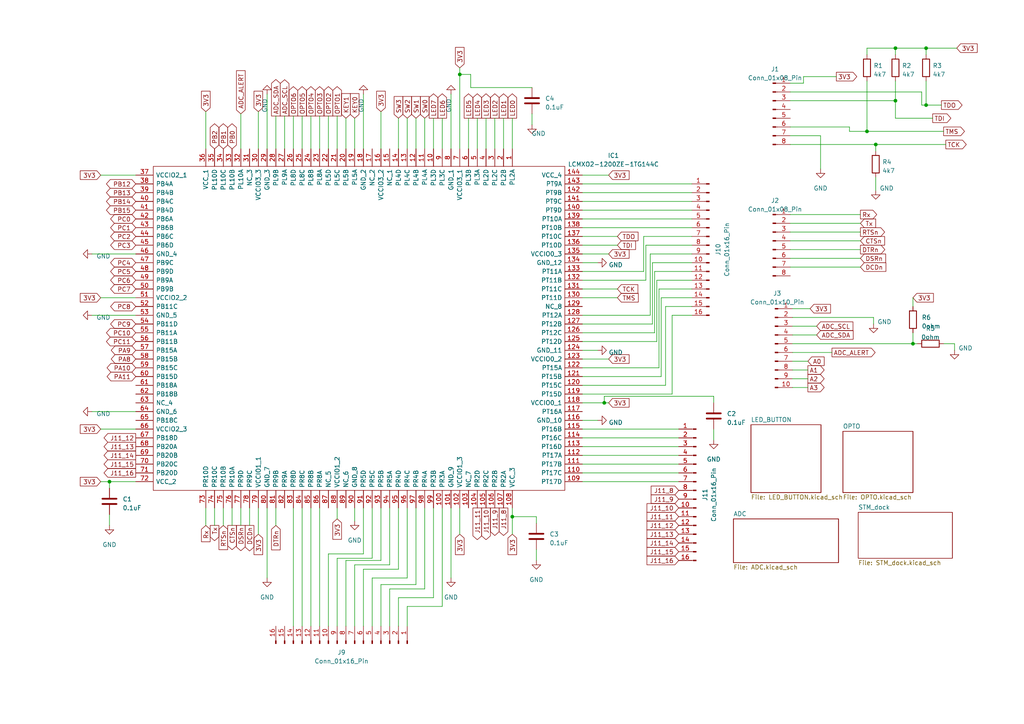
<source format=kicad_sch>
(kicad_sch (version 20230121) (generator eeschema)

  (uuid 14edb605-1834-4cad-ad76-dcabae15d086)

  (paper "A4")

  (lib_symbols
    (symbol "Connector:Conn_01x08_Pin" (pin_names (offset 1.016) hide) (in_bom yes) (on_board yes)
      (property "Reference" "J" (at 0 10.16 0)
        (effects (font (size 1.27 1.27)))
      )
      (property "Value" "Conn_01x08_Pin" (at 0 -12.7 0)
        (effects (font (size 1.27 1.27)))
      )
      (property "Footprint" "" (at 0 0 0)
        (effects (font (size 1.27 1.27)) hide)
      )
      (property "Datasheet" "~" (at 0 0 0)
        (effects (font (size 1.27 1.27)) hide)
      )
      (property "ki_locked" "" (at 0 0 0)
        (effects (font (size 1.27 1.27)))
      )
      (property "ki_keywords" "connector" (at 0 0 0)
        (effects (font (size 1.27 1.27)) hide)
      )
      (property "ki_description" "Generic connector, single row, 01x08, script generated" (at 0 0 0)
        (effects (font (size 1.27 1.27)) hide)
      )
      (property "ki_fp_filters" "Connector*:*_1x??_*" (at 0 0 0)
        (effects (font (size 1.27 1.27)) hide)
      )
      (symbol "Conn_01x08_Pin_1_1"
        (polyline
          (pts
            (xy 1.27 -10.16)
            (xy 0.8636 -10.16)
          )
          (stroke (width 0.1524) (type default))
          (fill (type none))
        )
        (polyline
          (pts
            (xy 1.27 -7.62)
            (xy 0.8636 -7.62)
          )
          (stroke (width 0.1524) (type default))
          (fill (type none))
        )
        (polyline
          (pts
            (xy 1.27 -5.08)
            (xy 0.8636 -5.08)
          )
          (stroke (width 0.1524) (type default))
          (fill (type none))
        )
        (polyline
          (pts
            (xy 1.27 -2.54)
            (xy 0.8636 -2.54)
          )
          (stroke (width 0.1524) (type default))
          (fill (type none))
        )
        (polyline
          (pts
            (xy 1.27 0)
            (xy 0.8636 0)
          )
          (stroke (width 0.1524) (type default))
          (fill (type none))
        )
        (polyline
          (pts
            (xy 1.27 2.54)
            (xy 0.8636 2.54)
          )
          (stroke (width 0.1524) (type default))
          (fill (type none))
        )
        (polyline
          (pts
            (xy 1.27 5.08)
            (xy 0.8636 5.08)
          )
          (stroke (width 0.1524) (type default))
          (fill (type none))
        )
        (polyline
          (pts
            (xy 1.27 7.62)
            (xy 0.8636 7.62)
          )
          (stroke (width 0.1524) (type default))
          (fill (type none))
        )
        (rectangle (start 0.8636 -10.033) (end 0 -10.287)
          (stroke (width 0.1524) (type default))
          (fill (type outline))
        )
        (rectangle (start 0.8636 -7.493) (end 0 -7.747)
          (stroke (width 0.1524) (type default))
          (fill (type outline))
        )
        (rectangle (start 0.8636 -4.953) (end 0 -5.207)
          (stroke (width 0.1524) (type default))
          (fill (type outline))
        )
        (rectangle (start 0.8636 -2.413) (end 0 -2.667)
          (stroke (width 0.1524) (type default))
          (fill (type outline))
        )
        (rectangle (start 0.8636 0.127) (end 0 -0.127)
          (stroke (width 0.1524) (type default))
          (fill (type outline))
        )
        (rectangle (start 0.8636 2.667) (end 0 2.413)
          (stroke (width 0.1524) (type default))
          (fill (type outline))
        )
        (rectangle (start 0.8636 5.207) (end 0 4.953)
          (stroke (width 0.1524) (type default))
          (fill (type outline))
        )
        (rectangle (start 0.8636 7.747) (end 0 7.493)
          (stroke (width 0.1524) (type default))
          (fill (type outline))
        )
        (pin passive line (at 5.08 7.62 180) (length 3.81)
          (name "Pin_1" (effects (font (size 1.27 1.27))))
          (number "1" (effects (font (size 1.27 1.27))))
        )
        (pin passive line (at 5.08 5.08 180) (length 3.81)
          (name "Pin_2" (effects (font (size 1.27 1.27))))
          (number "2" (effects (font (size 1.27 1.27))))
        )
        (pin passive line (at 5.08 2.54 180) (length 3.81)
          (name "Pin_3" (effects (font (size 1.27 1.27))))
          (number "3" (effects (font (size 1.27 1.27))))
        )
        (pin passive line (at 5.08 0 180) (length 3.81)
          (name "Pin_4" (effects (font (size 1.27 1.27))))
          (number "4" (effects (font (size 1.27 1.27))))
        )
        (pin passive line (at 5.08 -2.54 180) (length 3.81)
          (name "Pin_5" (effects (font (size 1.27 1.27))))
          (number "5" (effects (font (size 1.27 1.27))))
        )
        (pin passive line (at 5.08 -5.08 180) (length 3.81)
          (name "Pin_6" (effects (font (size 1.27 1.27))))
          (number "6" (effects (font (size 1.27 1.27))))
        )
        (pin passive line (at 5.08 -7.62 180) (length 3.81)
          (name "Pin_7" (effects (font (size 1.27 1.27))))
          (number "7" (effects (font (size 1.27 1.27))))
        )
        (pin passive line (at 5.08 -10.16 180) (length 3.81)
          (name "Pin_8" (effects (font (size 1.27 1.27))))
          (number "8" (effects (font (size 1.27 1.27))))
        )
      )
    )
    (symbol "Connector:Conn_01x10_Pin" (pin_names (offset 1.016) hide) (in_bom yes) (on_board yes)
      (property "Reference" "J" (at 0 12.7 0)
        (effects (font (size 1.27 1.27)))
      )
      (property "Value" "Conn_01x10_Pin" (at 0 -15.24 0)
        (effects (font (size 1.27 1.27)))
      )
      (property "Footprint" "" (at 0 0 0)
        (effects (font (size 1.27 1.27)) hide)
      )
      (property "Datasheet" "~" (at 0 0 0)
        (effects (font (size 1.27 1.27)) hide)
      )
      (property "ki_locked" "" (at 0 0 0)
        (effects (font (size 1.27 1.27)))
      )
      (property "ki_keywords" "connector" (at 0 0 0)
        (effects (font (size 1.27 1.27)) hide)
      )
      (property "ki_description" "Generic connector, single row, 01x10, script generated" (at 0 0 0)
        (effects (font (size 1.27 1.27)) hide)
      )
      (property "ki_fp_filters" "Connector*:*_1x??_*" (at 0 0 0)
        (effects (font (size 1.27 1.27)) hide)
      )
      (symbol "Conn_01x10_Pin_1_1"
        (polyline
          (pts
            (xy 1.27 -12.7)
            (xy 0.8636 -12.7)
          )
          (stroke (width 0.1524) (type default))
          (fill (type none))
        )
        (polyline
          (pts
            (xy 1.27 -10.16)
            (xy 0.8636 -10.16)
          )
          (stroke (width 0.1524) (type default))
          (fill (type none))
        )
        (polyline
          (pts
            (xy 1.27 -7.62)
            (xy 0.8636 -7.62)
          )
          (stroke (width 0.1524) (type default))
          (fill (type none))
        )
        (polyline
          (pts
            (xy 1.27 -5.08)
            (xy 0.8636 -5.08)
          )
          (stroke (width 0.1524) (type default))
          (fill (type none))
        )
        (polyline
          (pts
            (xy 1.27 -2.54)
            (xy 0.8636 -2.54)
          )
          (stroke (width 0.1524) (type default))
          (fill (type none))
        )
        (polyline
          (pts
            (xy 1.27 0)
            (xy 0.8636 0)
          )
          (stroke (width 0.1524) (type default))
          (fill (type none))
        )
        (polyline
          (pts
            (xy 1.27 2.54)
            (xy 0.8636 2.54)
          )
          (stroke (width 0.1524) (type default))
          (fill (type none))
        )
        (polyline
          (pts
            (xy 1.27 5.08)
            (xy 0.8636 5.08)
          )
          (stroke (width 0.1524) (type default))
          (fill (type none))
        )
        (polyline
          (pts
            (xy 1.27 7.62)
            (xy 0.8636 7.62)
          )
          (stroke (width 0.1524) (type default))
          (fill (type none))
        )
        (polyline
          (pts
            (xy 1.27 10.16)
            (xy 0.8636 10.16)
          )
          (stroke (width 0.1524) (type default))
          (fill (type none))
        )
        (rectangle (start 0.8636 -12.573) (end 0 -12.827)
          (stroke (width 0.1524) (type default))
          (fill (type outline))
        )
        (rectangle (start 0.8636 -10.033) (end 0 -10.287)
          (stroke (width 0.1524) (type default))
          (fill (type outline))
        )
        (rectangle (start 0.8636 -7.493) (end 0 -7.747)
          (stroke (width 0.1524) (type default))
          (fill (type outline))
        )
        (rectangle (start 0.8636 -4.953) (end 0 -5.207)
          (stroke (width 0.1524) (type default))
          (fill (type outline))
        )
        (rectangle (start 0.8636 -2.413) (end 0 -2.667)
          (stroke (width 0.1524) (type default))
          (fill (type outline))
        )
        (rectangle (start 0.8636 0.127) (end 0 -0.127)
          (stroke (width 0.1524) (type default))
          (fill (type outline))
        )
        (rectangle (start 0.8636 2.667) (end 0 2.413)
          (stroke (width 0.1524) (type default))
          (fill (type outline))
        )
        (rectangle (start 0.8636 5.207) (end 0 4.953)
          (stroke (width 0.1524) (type default))
          (fill (type outline))
        )
        (rectangle (start 0.8636 7.747) (end 0 7.493)
          (stroke (width 0.1524) (type default))
          (fill (type outline))
        )
        (rectangle (start 0.8636 10.287) (end 0 10.033)
          (stroke (width 0.1524) (type default))
          (fill (type outline))
        )
        (pin passive line (at 5.08 10.16 180) (length 3.81)
          (name "Pin_1" (effects (font (size 1.27 1.27))))
          (number "1" (effects (font (size 1.27 1.27))))
        )
        (pin passive line (at 5.08 -12.7 180) (length 3.81)
          (name "Pin_10" (effects (font (size 1.27 1.27))))
          (number "10" (effects (font (size 1.27 1.27))))
        )
        (pin passive line (at 5.08 7.62 180) (length 3.81)
          (name "Pin_2" (effects (font (size 1.27 1.27))))
          (number "2" (effects (font (size 1.27 1.27))))
        )
        (pin passive line (at 5.08 5.08 180) (length 3.81)
          (name "Pin_3" (effects (font (size 1.27 1.27))))
          (number "3" (effects (font (size 1.27 1.27))))
        )
        (pin passive line (at 5.08 2.54 180) (length 3.81)
          (name "Pin_4" (effects (font (size 1.27 1.27))))
          (number "4" (effects (font (size 1.27 1.27))))
        )
        (pin passive line (at 5.08 0 180) (length 3.81)
          (name "Pin_5" (effects (font (size 1.27 1.27))))
          (number "5" (effects (font (size 1.27 1.27))))
        )
        (pin passive line (at 5.08 -2.54 180) (length 3.81)
          (name "Pin_6" (effects (font (size 1.27 1.27))))
          (number "6" (effects (font (size 1.27 1.27))))
        )
        (pin passive line (at 5.08 -5.08 180) (length 3.81)
          (name "Pin_7" (effects (font (size 1.27 1.27))))
          (number "7" (effects (font (size 1.27 1.27))))
        )
        (pin passive line (at 5.08 -7.62 180) (length 3.81)
          (name "Pin_8" (effects (font (size 1.27 1.27))))
          (number "8" (effects (font (size 1.27 1.27))))
        )
        (pin passive line (at 5.08 -10.16 180) (length 3.81)
          (name "Pin_9" (effects (font (size 1.27 1.27))))
          (number "9" (effects (font (size 1.27 1.27))))
        )
      )
    )
    (symbol "Connector:Conn_01x16_Pin" (pin_names (offset 1.016) hide) (in_bom yes) (on_board yes)
      (property "Reference" "J" (at 0 20.32 0)
        (effects (font (size 1.27 1.27)))
      )
      (property "Value" "Conn_01x16_Pin" (at 0 -22.86 0)
        (effects (font (size 1.27 1.27)))
      )
      (property "Footprint" "" (at 0 0 0)
        (effects (font (size 1.27 1.27)) hide)
      )
      (property "Datasheet" "~" (at 0 0 0)
        (effects (font (size 1.27 1.27)) hide)
      )
      (property "ki_locked" "" (at 0 0 0)
        (effects (font (size 1.27 1.27)))
      )
      (property "ki_keywords" "connector" (at 0 0 0)
        (effects (font (size 1.27 1.27)) hide)
      )
      (property "ki_description" "Generic connector, single row, 01x16, script generated" (at 0 0 0)
        (effects (font (size 1.27 1.27)) hide)
      )
      (property "ki_fp_filters" "Connector*:*_1x??_*" (at 0 0 0)
        (effects (font (size 1.27 1.27)) hide)
      )
      (symbol "Conn_01x16_Pin_1_1"
        (polyline
          (pts
            (xy 1.27 -20.32)
            (xy 0.8636 -20.32)
          )
          (stroke (width 0.1524) (type default))
          (fill (type none))
        )
        (polyline
          (pts
            (xy 1.27 -17.78)
            (xy 0.8636 -17.78)
          )
          (stroke (width 0.1524) (type default))
          (fill (type none))
        )
        (polyline
          (pts
            (xy 1.27 -15.24)
            (xy 0.8636 -15.24)
          )
          (stroke (width 0.1524) (type default))
          (fill (type none))
        )
        (polyline
          (pts
            (xy 1.27 -12.7)
            (xy 0.8636 -12.7)
          )
          (stroke (width 0.1524) (type default))
          (fill (type none))
        )
        (polyline
          (pts
            (xy 1.27 -10.16)
            (xy 0.8636 -10.16)
          )
          (stroke (width 0.1524) (type default))
          (fill (type none))
        )
        (polyline
          (pts
            (xy 1.27 -7.62)
            (xy 0.8636 -7.62)
          )
          (stroke (width 0.1524) (type default))
          (fill (type none))
        )
        (polyline
          (pts
            (xy 1.27 -5.08)
            (xy 0.8636 -5.08)
          )
          (stroke (width 0.1524) (type default))
          (fill (type none))
        )
        (polyline
          (pts
            (xy 1.27 -2.54)
            (xy 0.8636 -2.54)
          )
          (stroke (width 0.1524) (type default))
          (fill (type none))
        )
        (polyline
          (pts
            (xy 1.27 0)
            (xy 0.8636 0)
          )
          (stroke (width 0.1524) (type default))
          (fill (type none))
        )
        (polyline
          (pts
            (xy 1.27 2.54)
            (xy 0.8636 2.54)
          )
          (stroke (width 0.1524) (type default))
          (fill (type none))
        )
        (polyline
          (pts
            (xy 1.27 5.08)
            (xy 0.8636 5.08)
          )
          (stroke (width 0.1524) (type default))
          (fill (type none))
        )
        (polyline
          (pts
            (xy 1.27 7.62)
            (xy 0.8636 7.62)
          )
          (stroke (width 0.1524) (type default))
          (fill (type none))
        )
        (polyline
          (pts
            (xy 1.27 10.16)
            (xy 0.8636 10.16)
          )
          (stroke (width 0.1524) (type default))
          (fill (type none))
        )
        (polyline
          (pts
            (xy 1.27 12.7)
            (xy 0.8636 12.7)
          )
          (stroke (width 0.1524) (type default))
          (fill (type none))
        )
        (polyline
          (pts
            (xy 1.27 15.24)
            (xy 0.8636 15.24)
          )
          (stroke (width 0.1524) (type default))
          (fill (type none))
        )
        (polyline
          (pts
            (xy 1.27 17.78)
            (xy 0.8636 17.78)
          )
          (stroke (width 0.1524) (type default))
          (fill (type none))
        )
        (rectangle (start 0.8636 -20.193) (end 0 -20.447)
          (stroke (width 0.1524) (type default))
          (fill (type outline))
        )
        (rectangle (start 0.8636 -17.653) (end 0 -17.907)
          (stroke (width 0.1524) (type default))
          (fill (type outline))
        )
        (rectangle (start 0.8636 -15.113) (end 0 -15.367)
          (stroke (width 0.1524) (type default))
          (fill (type outline))
        )
        (rectangle (start 0.8636 -12.573) (end 0 -12.827)
          (stroke (width 0.1524) (type default))
          (fill (type outline))
        )
        (rectangle (start 0.8636 -10.033) (end 0 -10.287)
          (stroke (width 0.1524) (type default))
          (fill (type outline))
        )
        (rectangle (start 0.8636 -7.493) (end 0 -7.747)
          (stroke (width 0.1524) (type default))
          (fill (type outline))
        )
        (rectangle (start 0.8636 -4.953) (end 0 -5.207)
          (stroke (width 0.1524) (type default))
          (fill (type outline))
        )
        (rectangle (start 0.8636 -2.413) (end 0 -2.667)
          (stroke (width 0.1524) (type default))
          (fill (type outline))
        )
        (rectangle (start 0.8636 0.127) (end 0 -0.127)
          (stroke (width 0.1524) (type default))
          (fill (type outline))
        )
        (rectangle (start 0.8636 2.667) (end 0 2.413)
          (stroke (width 0.1524) (type default))
          (fill (type outline))
        )
        (rectangle (start 0.8636 5.207) (end 0 4.953)
          (stroke (width 0.1524) (type default))
          (fill (type outline))
        )
        (rectangle (start 0.8636 7.747) (end 0 7.493)
          (stroke (width 0.1524) (type default))
          (fill (type outline))
        )
        (rectangle (start 0.8636 10.287) (end 0 10.033)
          (stroke (width 0.1524) (type default))
          (fill (type outline))
        )
        (rectangle (start 0.8636 12.827) (end 0 12.573)
          (stroke (width 0.1524) (type default))
          (fill (type outline))
        )
        (rectangle (start 0.8636 15.367) (end 0 15.113)
          (stroke (width 0.1524) (type default))
          (fill (type outline))
        )
        (rectangle (start 0.8636 17.907) (end 0 17.653)
          (stroke (width 0.1524) (type default))
          (fill (type outline))
        )
        (pin passive line (at 5.08 17.78 180) (length 3.81)
          (name "Pin_1" (effects (font (size 1.27 1.27))))
          (number "1" (effects (font (size 1.27 1.27))))
        )
        (pin passive line (at 5.08 -5.08 180) (length 3.81)
          (name "Pin_10" (effects (font (size 1.27 1.27))))
          (number "10" (effects (font (size 1.27 1.27))))
        )
        (pin passive line (at 5.08 -7.62 180) (length 3.81)
          (name "Pin_11" (effects (font (size 1.27 1.27))))
          (number "11" (effects (font (size 1.27 1.27))))
        )
        (pin passive line (at 5.08 -10.16 180) (length 3.81)
          (name "Pin_12" (effects (font (size 1.27 1.27))))
          (number "12" (effects (font (size 1.27 1.27))))
        )
        (pin passive line (at 5.08 -12.7 180) (length 3.81)
          (name "Pin_13" (effects (font (size 1.27 1.27))))
          (number "13" (effects (font (size 1.27 1.27))))
        )
        (pin passive line (at 5.08 -15.24 180) (length 3.81)
          (name "Pin_14" (effects (font (size 1.27 1.27))))
          (number "14" (effects (font (size 1.27 1.27))))
        )
        (pin passive line (at 5.08 -17.78 180) (length 3.81)
          (name "Pin_15" (effects (font (size 1.27 1.27))))
          (number "15" (effects (font (size 1.27 1.27))))
        )
        (pin passive line (at 5.08 -20.32 180) (length 3.81)
          (name "Pin_16" (effects (font (size 1.27 1.27))))
          (number "16" (effects (font (size 1.27 1.27))))
        )
        (pin passive line (at 5.08 15.24 180) (length 3.81)
          (name "Pin_2" (effects (font (size 1.27 1.27))))
          (number "2" (effects (font (size 1.27 1.27))))
        )
        (pin passive line (at 5.08 12.7 180) (length 3.81)
          (name "Pin_3" (effects (font (size 1.27 1.27))))
          (number "3" (effects (font (size 1.27 1.27))))
        )
        (pin passive line (at 5.08 10.16 180) (length 3.81)
          (name "Pin_4" (effects (font (size 1.27 1.27))))
          (number "4" (effects (font (size 1.27 1.27))))
        )
        (pin passive line (at 5.08 7.62 180) (length 3.81)
          (name "Pin_5" (effects (font (size 1.27 1.27))))
          (number "5" (effects (font (size 1.27 1.27))))
        )
        (pin passive line (at 5.08 5.08 180) (length 3.81)
          (name "Pin_6" (effects (font (size 1.27 1.27))))
          (number "6" (effects (font (size 1.27 1.27))))
        )
        (pin passive line (at 5.08 2.54 180) (length 3.81)
          (name "Pin_7" (effects (font (size 1.27 1.27))))
          (number "7" (effects (font (size 1.27 1.27))))
        )
        (pin passive line (at 5.08 0 180) (length 3.81)
          (name "Pin_8" (effects (font (size 1.27 1.27))))
          (number "8" (effects (font (size 1.27 1.27))))
        )
        (pin passive line (at 5.08 -2.54 180) (length 3.81)
          (name "Pin_9" (effects (font (size 1.27 1.27))))
          (number "9" (effects (font (size 1.27 1.27))))
        )
      )
    )
    (symbol "Device:C" (pin_numbers hide) (pin_names (offset 0.254)) (in_bom yes) (on_board yes)
      (property "Reference" "C" (at 0.635 2.54 0)
        (effects (font (size 1.27 1.27)) (justify left))
      )
      (property "Value" "C" (at 0.635 -2.54 0)
        (effects (font (size 1.27 1.27)) (justify left))
      )
      (property "Footprint" "" (at 0.9652 -3.81 0)
        (effects (font (size 1.27 1.27)) hide)
      )
      (property "Datasheet" "~" (at 0 0 0)
        (effects (font (size 1.27 1.27)) hide)
      )
      (property "ki_keywords" "cap capacitor" (at 0 0 0)
        (effects (font (size 1.27 1.27)) hide)
      )
      (property "ki_description" "Unpolarized capacitor" (at 0 0 0)
        (effects (font (size 1.27 1.27)) hide)
      )
      (property "ki_fp_filters" "C_*" (at 0 0 0)
        (effects (font (size 1.27 1.27)) hide)
      )
      (symbol "C_0_1"
        (polyline
          (pts
            (xy -2.032 -0.762)
            (xy 2.032 -0.762)
          )
          (stroke (width 0.508) (type default))
          (fill (type none))
        )
        (polyline
          (pts
            (xy -2.032 0.762)
            (xy 2.032 0.762)
          )
          (stroke (width 0.508) (type default))
          (fill (type none))
        )
      )
      (symbol "C_1_1"
        (pin passive line (at 0 3.81 270) (length 2.794)
          (name "~" (effects (font (size 1.27 1.27))))
          (number "1" (effects (font (size 1.27 1.27))))
        )
        (pin passive line (at 0 -3.81 90) (length 2.794)
          (name "~" (effects (font (size 1.27 1.27))))
          (number "2" (effects (font (size 1.27 1.27))))
        )
      )
    )
    (symbol "Device:R" (pin_numbers hide) (pin_names (offset 0)) (in_bom yes) (on_board yes)
      (property "Reference" "R" (at 2.032 0 90)
        (effects (font (size 1.27 1.27)))
      )
      (property "Value" "R" (at 0 0 90)
        (effects (font (size 1.27 1.27)))
      )
      (property "Footprint" "" (at -1.778 0 90)
        (effects (font (size 1.27 1.27)) hide)
      )
      (property "Datasheet" "~" (at 0 0 0)
        (effects (font (size 1.27 1.27)) hide)
      )
      (property "ki_keywords" "R res resistor" (at 0 0 0)
        (effects (font (size 1.27 1.27)) hide)
      )
      (property "ki_description" "Resistor" (at 0 0 0)
        (effects (font (size 1.27 1.27)) hide)
      )
      (property "ki_fp_filters" "R_*" (at 0 0 0)
        (effects (font (size 1.27 1.27)) hide)
      )
      (symbol "R_0_1"
        (rectangle (start -1.016 -2.54) (end 1.016 2.54)
          (stroke (width 0.254) (type default))
          (fill (type none))
        )
      )
      (symbol "R_1_1"
        (pin passive line (at 0 3.81 270) (length 1.27)
          (name "~" (effects (font (size 1.27 1.27))))
          (number "1" (effects (font (size 1.27 1.27))))
        )
        (pin passive line (at 0 -3.81 90) (length 1.27)
          (name "~" (effects (font (size 1.27 1.27))))
          (number "2" (effects (font (size 1.27 1.27))))
        )
      )
    )
    (symbol "Lattice_FPGA:LCMXO2-1200ZE-1TG144C" (pin_names (offset 0.762)) (in_bom yes) (on_board yes)
      (property "Reference" "IC" (at 100.33 20.32 0)
        (effects (font (size 1.27 1.27)) (justify left))
      )
      (property "Value" "LCMXO2-1200ZE-1TG144C" (at 100.33 17.78 0)
        (effects (font (size 1.27 1.27)) (justify left))
      )
      (property "Footprint" "QFP50P2200X2200X160-144N" (at 100.33 15.24 0)
        (effects (font (size 1.27 1.27)) (justify left) hide)
      )
      (property "Datasheet" "https://datasheet.datasheetarchive.com/originals/distributors/Datasheets-DGA19/41708.pdf" (at 100.33 12.7 0)
        (effects (font (size 1.27 1.27)) (justify left) hide)
      )
      (property "Description" "LATTICE SEMICONDUCTOR - LCMXO2-1200ZE-1TG144C - CPLD, MachXO2 Series, FLASH, 1200, 108 I/O\\'s, TQFP, 144 Pins, 104 MHz" (at 100.33 10.16 0)
        (effects (font (size 1.27 1.27)) (justify left) hide)
      )
      (property "Height" "1.6" (at 100.33 7.62 0)
        (effects (font (size 1.27 1.27)) (justify left) hide)
      )
      (property "Mouser Part Number" "842-XO21200ZE1TG144C" (at 100.33 5.08 0)
        (effects (font (size 1.27 1.27)) (justify left) hide)
      )
      (property "Mouser Price/Stock" "https://www.mouser.co.uk/ProductDetail/Lattice/LCMXO2-1200ZE-1TG144C?qs=O0MBHUYBjj1cB46yMhs%252BbA%3D%3D" (at 100.33 2.54 0)
        (effects (font (size 1.27 1.27)) (justify left) hide)
      )
      (property "Manufacturer_Name" "Lattice Semiconductor" (at 100.33 0 0)
        (effects (font (size 1.27 1.27)) (justify left) hide)
      )
      (property "Manufacturer_Part_Number" "LCMXO2-1200ZE-1TG144C" (at 100.33 -2.54 0)
        (effects (font (size 1.27 1.27)) (justify left) hide)
      )
      (property "ki_description" "LATTICE SEMICONDUCTOR - LCMXO2-1200ZE-1TG144C - CPLD, MachXO2 Series, FLASH, 1200, 108 I/O's, TQFP, 144 Pins, 104 MHz" (at 0 0 0)
        (effects (font (size 1.27 1.27)) hide)
      )
      (symbol "LCMXO2-1200ZE-1TG144C_0_0"
        (pin passive line (at 0 0 0) (length 5.08)
          (name "PL2A" (effects (font (size 1.27 1.27))))
          (number "1" (effects (font (size 1.27 1.27))))
        )
        (pin passive line (at 0 -22.86 0) (length 5.08)
          (name "PL3D" (effects (font (size 1.27 1.27))))
          (number "10" (effects (font (size 1.27 1.27))))
        )
        (pin passive line (at 104.14 -20.32 180) (length 5.08)
          (name "PR3A" (effects (font (size 1.27 1.27))))
          (number "100" (effects (font (size 1.27 1.27))))
        )
        (pin passive line (at 104.14 -17.78 180) (length 5.08)
          (name "GND_9" (effects (font (size 1.27 1.27))))
          (number "101" (effects (font (size 1.27 1.27))))
        )
        (pin passive line (at 104.14 -15.24 180) (length 5.08)
          (name "VCCIO1_3" (effects (font (size 1.27 1.27))))
          (number "102" (effects (font (size 1.27 1.27))))
        )
        (pin passive line (at 104.14 -12.7 180) (length 5.08)
          (name "NC_7" (effects (font (size 1.27 1.27))))
          (number "103" (effects (font (size 1.27 1.27))))
        )
        (pin passive line (at 104.14 -10.16 180) (length 5.08)
          (name "PR2D" (effects (font (size 1.27 1.27))))
          (number "104" (effects (font (size 1.27 1.27))))
        )
        (pin passive line (at 104.14 -7.62 180) (length 5.08)
          (name "PR2C" (effects (font (size 1.27 1.27))))
          (number "105" (effects (font (size 1.27 1.27))))
        )
        (pin passive line (at 104.14 -5.08 180) (length 5.08)
          (name "PR2B" (effects (font (size 1.27 1.27))))
          (number "106" (effects (font (size 1.27 1.27))))
        )
        (pin passive line (at 104.14 -2.54 180) (length 5.08)
          (name "PR2A" (effects (font (size 1.27 1.27))))
          (number "107" (effects (font (size 1.27 1.27))))
        )
        (pin passive line (at 104.14 0 180) (length 5.08)
          (name "VCC_3" (effects (font (size 1.27 1.27))))
          (number "108" (effects (font (size 1.27 1.27))))
        )
        (pin passive line (at 96.52 20.32 270) (length 5.08)
          (name "PT17D" (effects (font (size 1.27 1.27))))
          (number "109" (effects (font (size 1.27 1.27))))
        )
        (pin passive line (at 0 -25.4 0) (length 5.08)
          (name "PL4A" (effects (font (size 1.27 1.27))))
          (number "11" (effects (font (size 1.27 1.27))))
        )
        (pin passive line (at 93.98 20.32 270) (length 5.08)
          (name "PT17C" (effects (font (size 1.27 1.27))))
          (number "110" (effects (font (size 1.27 1.27))))
        )
        (pin passive line (at 91.44 20.32 270) (length 5.08)
          (name "PT17B" (effects (font (size 1.27 1.27))))
          (number "111" (effects (font (size 1.27 1.27))))
        )
        (pin passive line (at 88.9 20.32 270) (length 5.08)
          (name "PT17A" (effects (font (size 1.27 1.27))))
          (number "112" (effects (font (size 1.27 1.27))))
        )
        (pin passive line (at 86.36 20.32 270) (length 5.08)
          (name "PT16D" (effects (font (size 1.27 1.27))))
          (number "113" (effects (font (size 1.27 1.27))))
        )
        (pin passive line (at 83.82 20.32 270) (length 5.08)
          (name "PT16C" (effects (font (size 1.27 1.27))))
          (number "114" (effects (font (size 1.27 1.27))))
        )
        (pin passive line (at 81.28 20.32 270) (length 5.08)
          (name "PT16B" (effects (font (size 1.27 1.27))))
          (number "115" (effects (font (size 1.27 1.27))))
        )
        (pin passive line (at 78.74 20.32 270) (length 5.08)
          (name "GND_10" (effects (font (size 1.27 1.27))))
          (number "116" (effects (font (size 1.27 1.27))))
        )
        (pin passive line (at 76.2 20.32 270) (length 5.08)
          (name "PT16A" (effects (font (size 1.27 1.27))))
          (number "117" (effects (font (size 1.27 1.27))))
        )
        (pin passive line (at 73.66 20.32 270) (length 5.08)
          (name "VCCIO0_1" (effects (font (size 1.27 1.27))))
          (number "118" (effects (font (size 1.27 1.27))))
        )
        (pin passive line (at 71.12 20.32 270) (length 5.08)
          (name "PT15D" (effects (font (size 1.27 1.27))))
          (number "119" (effects (font (size 1.27 1.27))))
        )
        (pin passive line (at 0 -27.94 0) (length 5.08)
          (name "PL4B" (effects (font (size 1.27 1.27))))
          (number "12" (effects (font (size 1.27 1.27))))
        )
        (pin passive line (at 68.58 20.32 270) (length 5.08)
          (name "PT15C" (effects (font (size 1.27 1.27))))
          (number "120" (effects (font (size 1.27 1.27))))
        )
        (pin passive line (at 66.04 20.32 270) (length 5.08)
          (name "PT15B" (effects (font (size 1.27 1.27))))
          (number "121" (effects (font (size 1.27 1.27))))
        )
        (pin passive line (at 63.5 20.32 270) (length 5.08)
          (name "PT15A" (effects (font (size 1.27 1.27))))
          (number "122" (effects (font (size 1.27 1.27))))
        )
        (pin passive line (at 60.96 20.32 270) (length 5.08)
          (name "VCCIO0_2" (effects (font (size 1.27 1.27))))
          (number "123" (effects (font (size 1.27 1.27))))
        )
        (pin passive line (at 58.42 20.32 270) (length 5.08)
          (name "GND_11" (effects (font (size 1.27 1.27))))
          (number "124" (effects (font (size 1.27 1.27))))
        )
        (pin passive line (at 55.88 20.32 270) (length 5.08)
          (name "PT12D" (effects (font (size 1.27 1.27))))
          (number "125" (effects (font (size 1.27 1.27))))
        )
        (pin passive line (at 53.34 20.32 270) (length 5.08)
          (name "PT12C" (effects (font (size 1.27 1.27))))
          (number "126" (effects (font (size 1.27 1.27))))
        )
        (pin passive line (at 50.8 20.32 270) (length 5.08)
          (name "PT12B" (effects (font (size 1.27 1.27))))
          (number "127" (effects (font (size 1.27 1.27))))
        )
        (pin passive line (at 48.26 20.32 270) (length 5.08)
          (name "PT12A" (effects (font (size 1.27 1.27))))
          (number "128" (effects (font (size 1.27 1.27))))
        )
        (pin passive line (at 45.72 20.32 270) (length 5.08)
          (name "NC_8" (effects (font (size 1.27 1.27))))
          (number "129" (effects (font (size 1.27 1.27))))
        )
        (pin passive line (at 0 -30.48 0) (length 5.08)
          (name "PL4C" (effects (font (size 1.27 1.27))))
          (number "13" (effects (font (size 1.27 1.27))))
        )
        (pin passive line (at 43.18 20.32 270) (length 5.08)
          (name "PT11D" (effects (font (size 1.27 1.27))))
          (number "130" (effects (font (size 1.27 1.27))))
        )
        (pin passive line (at 40.64 20.32 270) (length 5.08)
          (name "PT11C" (effects (font (size 1.27 1.27))))
          (number "131" (effects (font (size 1.27 1.27))))
        )
        (pin passive line (at 38.1 20.32 270) (length 5.08)
          (name "PT11B" (effects (font (size 1.27 1.27))))
          (number "132" (effects (font (size 1.27 1.27))))
        )
        (pin passive line (at 35.56 20.32 270) (length 5.08)
          (name "PT11A" (effects (font (size 1.27 1.27))))
          (number "133" (effects (font (size 1.27 1.27))))
        )
        (pin passive line (at 33.02 20.32 270) (length 5.08)
          (name "GND_12" (effects (font (size 1.27 1.27))))
          (number "134" (effects (font (size 1.27 1.27))))
        )
        (pin passive line (at 30.48 20.32 270) (length 5.08)
          (name "VCCIO0_3" (effects (font (size 1.27 1.27))))
          (number "135" (effects (font (size 1.27 1.27))))
        )
        (pin passive line (at 27.94 20.32 270) (length 5.08)
          (name "PT10D" (effects (font (size 1.27 1.27))))
          (number "136" (effects (font (size 1.27 1.27))))
        )
        (pin passive line (at 25.4 20.32 270) (length 5.08)
          (name "PT10C" (effects (font (size 1.27 1.27))))
          (number "137" (effects (font (size 1.27 1.27))))
        )
        (pin passive line (at 22.86 20.32 270) (length 5.08)
          (name "PT10B" (effects (font (size 1.27 1.27))))
          (number "138" (effects (font (size 1.27 1.27))))
        )
        (pin passive line (at 20.32 20.32 270) (length 5.08)
          (name "PT10A" (effects (font (size 1.27 1.27))))
          (number "139" (effects (font (size 1.27 1.27))))
        )
        (pin passive line (at 0 -33.02 0) (length 5.08)
          (name "PL4D" (effects (font (size 1.27 1.27))))
          (number "14" (effects (font (size 1.27 1.27))))
        )
        (pin passive line (at 17.78 20.32 270) (length 5.08)
          (name "PT9D" (effects (font (size 1.27 1.27))))
          (number "140" (effects (font (size 1.27 1.27))))
        )
        (pin passive line (at 15.24 20.32 270) (length 5.08)
          (name "PT9C" (effects (font (size 1.27 1.27))))
          (number "141" (effects (font (size 1.27 1.27))))
        )
        (pin passive line (at 12.7 20.32 270) (length 5.08)
          (name "PT9B" (effects (font (size 1.27 1.27))))
          (number "142" (effects (font (size 1.27 1.27))))
        )
        (pin passive line (at 10.16 20.32 270) (length 5.08)
          (name "PT9A" (effects (font (size 1.27 1.27))))
          (number "143" (effects (font (size 1.27 1.27))))
        )
        (pin passive line (at 7.62 20.32 270) (length 5.08)
          (name "VCC_4" (effects (font (size 1.27 1.27))))
          (number "144" (effects (font (size 1.27 1.27))))
        )
        (pin passive line (at 0 -35.56 0) (length 5.08)
          (name "NC_1" (effects (font (size 1.27 1.27))))
          (number "15" (effects (font (size 1.27 1.27))))
        )
        (pin passive line (at 0 -38.1 0) (length 5.08)
          (name "VCCIO3_2" (effects (font (size 1.27 1.27))))
          (number "16" (effects (font (size 1.27 1.27))))
        )
        (pin passive line (at 0 -40.64 0) (length 5.08)
          (name "NC_2" (effects (font (size 1.27 1.27))))
          (number "17" (effects (font (size 1.27 1.27))))
        )
        (pin passive line (at 0 -43.18 0) (length 5.08)
          (name "GND_2" (effects (font (size 1.27 1.27))))
          (number "18" (effects (font (size 1.27 1.27))))
        )
        (pin passive line (at 0 -45.72 0) (length 5.08)
          (name "PL5A" (effects (font (size 1.27 1.27))))
          (number "19" (effects (font (size 1.27 1.27))))
        )
        (pin passive line (at 0 -2.54 0) (length 5.08)
          (name "PL2B" (effects (font (size 1.27 1.27))))
          (number "2" (effects (font (size 1.27 1.27))))
        )
        (pin passive line (at 0 -48.26 0) (length 5.08)
          (name "PL5B" (effects (font (size 1.27 1.27))))
          (number "20" (effects (font (size 1.27 1.27))))
        )
        (pin passive line (at 0 -50.8 0) (length 5.08)
          (name "PL5C" (effects (font (size 1.27 1.27))))
          (number "21" (effects (font (size 1.27 1.27))))
        )
        (pin passive line (at 0 -53.34 0) (length 5.08)
          (name "PL5D" (effects (font (size 1.27 1.27))))
          (number "22" (effects (font (size 1.27 1.27))))
        )
        (pin passive line (at 0 -55.88 0) (length 5.08)
          (name "PL8A" (effects (font (size 1.27 1.27))))
          (number "23" (effects (font (size 1.27 1.27))))
        )
        (pin passive line (at 0 -58.42 0) (length 5.08)
          (name "PL8B" (effects (font (size 1.27 1.27))))
          (number "24" (effects (font (size 1.27 1.27))))
        )
        (pin passive line (at 0 -60.96 0) (length 5.08)
          (name "PL8C" (effects (font (size 1.27 1.27))))
          (number "25" (effects (font (size 1.27 1.27))))
        )
        (pin passive line (at 0 -63.5 0) (length 5.08)
          (name "PL8D" (effects (font (size 1.27 1.27))))
          (number "26" (effects (font (size 1.27 1.27))))
        )
        (pin passive line (at 0 -66.04 0) (length 5.08)
          (name "PL9A" (effects (font (size 1.27 1.27))))
          (number "27" (effects (font (size 1.27 1.27))))
        )
        (pin passive line (at 0 -68.58 0) (length 5.08)
          (name "PL9B" (effects (font (size 1.27 1.27))))
          (number "28" (effects (font (size 1.27 1.27))))
        )
        (pin passive line (at 0 -71.12 0) (length 5.08)
          (name "GND_3" (effects (font (size 1.27 1.27))))
          (number "29" (effects (font (size 1.27 1.27))))
        )
        (pin passive line (at 0 -5.08 0) (length 5.08)
          (name "PL2C" (effects (font (size 1.27 1.27))))
          (number "3" (effects (font (size 1.27 1.27))))
        )
        (pin passive line (at 0 -73.66 0) (length 5.08)
          (name "VCCIO3_3" (effects (font (size 1.27 1.27))))
          (number "30" (effects (font (size 1.27 1.27))))
        )
        (pin passive line (at 0 -76.2 0) (length 5.08)
          (name "NC_3" (effects (font (size 1.27 1.27))))
          (number "31" (effects (font (size 1.27 1.27))))
        )
        (pin passive line (at 0 -78.74 0) (length 5.08)
          (name "PL10A" (effects (font (size 1.27 1.27))))
          (number "32" (effects (font (size 1.27 1.27))))
        )
        (pin passive line (at 0 -81.28 0) (length 5.08)
          (name "PL10B" (effects (font (size 1.27 1.27))))
          (number "33" (effects (font (size 1.27 1.27))))
        )
        (pin passive line (at 0 -83.82 0) (length 5.08)
          (name "PL10C" (effects (font (size 1.27 1.27))))
          (number "34" (effects (font (size 1.27 1.27))))
        )
        (pin passive line (at 0 -86.36 0) (length 5.08)
          (name "PL10D" (effects (font (size 1.27 1.27))))
          (number "35" (effects (font (size 1.27 1.27))))
        )
        (pin passive line (at 0 -88.9 0) (length 5.08)
          (name "VCC_1" (effects (font (size 1.27 1.27))))
          (number "36" (effects (font (size 1.27 1.27))))
        )
        (pin passive line (at 7.62 -109.22 90) (length 5.08)
          (name "VCCIO2_1" (effects (font (size 1.27 1.27))))
          (number "37" (effects (font (size 1.27 1.27))))
        )
        (pin passive line (at 10.16 -109.22 90) (length 5.08)
          (name "PB4A" (effects (font (size 1.27 1.27))))
          (number "38" (effects (font (size 1.27 1.27))))
        )
        (pin passive line (at 12.7 -109.22 90) (length 5.08)
          (name "PB4B" (effects (font (size 1.27 1.27))))
          (number "39" (effects (font (size 1.27 1.27))))
        )
        (pin passive line (at 0 -7.62 0) (length 5.08)
          (name "PL2D" (effects (font (size 1.27 1.27))))
          (number "4" (effects (font (size 1.27 1.27))))
        )
        (pin passive line (at 15.24 -109.22 90) (length 5.08)
          (name "PB4C" (effects (font (size 1.27 1.27))))
          (number "40" (effects (font (size 1.27 1.27))))
        )
        (pin passive line (at 17.78 -109.22 90) (length 5.08)
          (name "PB4D" (effects (font (size 1.27 1.27))))
          (number "41" (effects (font (size 1.27 1.27))))
        )
        (pin passive line (at 20.32 -109.22 90) (length 5.08)
          (name "PB6A" (effects (font (size 1.27 1.27))))
          (number "42" (effects (font (size 1.27 1.27))))
        )
        (pin passive line (at 22.86 -109.22 90) (length 5.08)
          (name "PB6B" (effects (font (size 1.27 1.27))))
          (number "43" (effects (font (size 1.27 1.27))))
        )
        (pin passive line (at 25.4 -109.22 90) (length 5.08)
          (name "PB6C" (effects (font (size 1.27 1.27))))
          (number "44" (effects (font (size 1.27 1.27))))
        )
        (pin passive line (at 27.94 -109.22 90) (length 5.08)
          (name "PB6D" (effects (font (size 1.27 1.27))))
          (number "45" (effects (font (size 1.27 1.27))))
        )
        (pin passive line (at 30.48 -109.22 90) (length 5.08)
          (name "GND_4" (effects (font (size 1.27 1.27))))
          (number "46" (effects (font (size 1.27 1.27))))
        )
        (pin passive line (at 33.02 -109.22 90) (length 5.08)
          (name "PB9C" (effects (font (size 1.27 1.27))))
          (number "47" (effects (font (size 1.27 1.27))))
        )
        (pin passive line (at 35.56 -109.22 90) (length 5.08)
          (name "PB9D" (effects (font (size 1.27 1.27))))
          (number "48" (effects (font (size 1.27 1.27))))
        )
        (pin passive line (at 38.1 -109.22 90) (length 5.08)
          (name "PB9A" (effects (font (size 1.27 1.27))))
          (number "49" (effects (font (size 1.27 1.27))))
        )
        (pin passive line (at 0 -10.16 0) (length 5.08)
          (name "PL3A" (effects (font (size 1.27 1.27))))
          (number "5" (effects (font (size 1.27 1.27))))
        )
        (pin passive line (at 40.64 -109.22 90) (length 5.08)
          (name "PB9B" (effects (font (size 1.27 1.27))))
          (number "50" (effects (font (size 1.27 1.27))))
        )
        (pin passive line (at 43.18 -109.22 90) (length 5.08)
          (name "VCCIO2_2" (effects (font (size 1.27 1.27))))
          (number "51" (effects (font (size 1.27 1.27))))
        )
        (pin passive line (at 45.72 -109.22 90) (length 5.08)
          (name "PB11C" (effects (font (size 1.27 1.27))))
          (number "52" (effects (font (size 1.27 1.27))))
        )
        (pin passive line (at 48.26 -109.22 90) (length 5.08)
          (name "GND_5" (effects (font (size 1.27 1.27))))
          (number "53" (effects (font (size 1.27 1.27))))
        )
        (pin passive line (at 50.8 -109.22 90) (length 5.08)
          (name "PB11D" (effects (font (size 1.27 1.27))))
          (number "54" (effects (font (size 1.27 1.27))))
        )
        (pin passive line (at 53.34 -109.22 90) (length 5.08)
          (name "PB11A" (effects (font (size 1.27 1.27))))
          (number "55" (effects (font (size 1.27 1.27))))
        )
        (pin passive line (at 55.88 -109.22 90) (length 5.08)
          (name "PB11B" (effects (font (size 1.27 1.27))))
          (number "56" (effects (font (size 1.27 1.27))))
        )
        (pin passive line (at 58.42 -109.22 90) (length 5.08)
          (name "PB15A" (effects (font (size 1.27 1.27))))
          (number "57" (effects (font (size 1.27 1.27))))
        )
        (pin passive line (at 60.96 -109.22 90) (length 5.08)
          (name "PB15B" (effects (font (size 1.27 1.27))))
          (number "58" (effects (font (size 1.27 1.27))))
        )
        (pin passive line (at 63.5 -109.22 90) (length 5.08)
          (name "PB15C" (effects (font (size 1.27 1.27))))
          (number "59" (effects (font (size 1.27 1.27))))
        )
        (pin passive line (at 0 -12.7 0) (length 5.08)
          (name "PL3B" (effects (font (size 1.27 1.27))))
          (number "6" (effects (font (size 1.27 1.27))))
        )
        (pin passive line (at 66.04 -109.22 90) (length 5.08)
          (name "PB15D" (effects (font (size 1.27 1.27))))
          (number "60" (effects (font (size 1.27 1.27))))
        )
        (pin passive line (at 68.58 -109.22 90) (length 5.08)
          (name "PB18A" (effects (font (size 1.27 1.27))))
          (number "61" (effects (font (size 1.27 1.27))))
        )
        (pin passive line (at 71.12 -109.22 90) (length 5.08)
          (name "PB18B" (effects (font (size 1.27 1.27))))
          (number "62" (effects (font (size 1.27 1.27))))
        )
        (pin passive line (at 73.66 -109.22 90) (length 5.08)
          (name "NC_4" (effects (font (size 1.27 1.27))))
          (number "63" (effects (font (size 1.27 1.27))))
        )
        (pin passive line (at 76.2 -109.22 90) (length 5.08)
          (name "GND_6" (effects (font (size 1.27 1.27))))
          (number "64" (effects (font (size 1.27 1.27))))
        )
        (pin passive line (at 78.74 -109.22 90) (length 5.08)
          (name "PB18C" (effects (font (size 1.27 1.27))))
          (number "65" (effects (font (size 1.27 1.27))))
        )
        (pin passive line (at 81.28 -109.22 90) (length 5.08)
          (name "VCCIO2_3" (effects (font (size 1.27 1.27))))
          (number "66" (effects (font (size 1.27 1.27))))
        )
        (pin passive line (at 83.82 -109.22 90) (length 5.08)
          (name "PB18D" (effects (font (size 1.27 1.27))))
          (number "67" (effects (font (size 1.27 1.27))))
        )
        (pin passive line (at 86.36 -109.22 90) (length 5.08)
          (name "PB20A" (effects (font (size 1.27 1.27))))
          (number "68" (effects (font (size 1.27 1.27))))
        )
        (pin passive line (at 88.9 -109.22 90) (length 5.08)
          (name "PB20B" (effects (font (size 1.27 1.27))))
          (number "69" (effects (font (size 1.27 1.27))))
        )
        (pin passive line (at 0 -15.24 0) (length 5.08)
          (name "VCCIO3_1" (effects (font (size 1.27 1.27))))
          (number "7" (effects (font (size 1.27 1.27))))
        )
        (pin passive line (at 91.44 -109.22 90) (length 5.08)
          (name "PB20C" (effects (font (size 1.27 1.27))))
          (number "70" (effects (font (size 1.27 1.27))))
        )
        (pin passive line (at 93.98 -109.22 90) (length 5.08)
          (name "PB20D" (effects (font (size 1.27 1.27))))
          (number "71" (effects (font (size 1.27 1.27))))
        )
        (pin passive line (at 96.52 -109.22 90) (length 5.08)
          (name "VCC_2" (effects (font (size 1.27 1.27))))
          (number "72" (effects (font (size 1.27 1.27))))
        )
        (pin passive line (at 104.14 -88.9 180) (length 5.08)
          (name "PR10D" (effects (font (size 1.27 1.27))))
          (number "73" (effects (font (size 1.27 1.27))))
        )
        (pin passive line (at 104.14 -86.36 180) (length 5.08)
          (name "PR10C" (effects (font (size 1.27 1.27))))
          (number "74" (effects (font (size 1.27 1.27))))
        )
        (pin passive line (at 104.14 -83.82 180) (length 5.08)
          (name "PR10B" (effects (font (size 1.27 1.27))))
          (number "75" (effects (font (size 1.27 1.27))))
        )
        (pin passive line (at 104.14 -81.28 180) (length 5.08)
          (name "PR10A" (effects (font (size 1.27 1.27))))
          (number "76" (effects (font (size 1.27 1.27))))
        )
        (pin passive line (at 104.14 -78.74 180) (length 5.08)
          (name "PR9D" (effects (font (size 1.27 1.27))))
          (number "77" (effects (font (size 1.27 1.27))))
        )
        (pin passive line (at 104.14 -76.2 180) (length 5.08)
          (name "PR9C" (effects (font (size 1.27 1.27))))
          (number "78" (effects (font (size 1.27 1.27))))
        )
        (pin passive line (at 104.14 -73.66 180) (length 5.08)
          (name "VCCIO1_1" (effects (font (size 1.27 1.27))))
          (number "79" (effects (font (size 1.27 1.27))))
        )
        (pin passive line (at 0 -17.78 0) (length 5.08)
          (name "GND_1" (effects (font (size 1.27 1.27))))
          (number "8" (effects (font (size 1.27 1.27))))
        )
        (pin passive line (at 104.14 -71.12 180) (length 5.08)
          (name "GND_7" (effects (font (size 1.27 1.27))))
          (number "80" (effects (font (size 1.27 1.27))))
        )
        (pin passive line (at 104.14 -68.58 180) (length 5.08)
          (name "PR9B" (effects (font (size 1.27 1.27))))
          (number "81" (effects (font (size 1.27 1.27))))
        )
        (pin passive line (at 104.14 -66.04 180) (length 5.08)
          (name "PR9A" (effects (font (size 1.27 1.27))))
          (number "82" (effects (font (size 1.27 1.27))))
        )
        (pin passive line (at 104.14 -63.5 180) (length 5.08)
          (name "PR8D" (effects (font (size 1.27 1.27))))
          (number "83" (effects (font (size 1.27 1.27))))
        )
        (pin passive line (at 104.14 -60.96 180) (length 5.08)
          (name "PR8C" (effects (font (size 1.27 1.27))))
          (number "84" (effects (font (size 1.27 1.27))))
        )
        (pin passive line (at 104.14 -58.42 180) (length 5.08)
          (name "PR8B" (effects (font (size 1.27 1.27))))
          (number "85" (effects (font (size 1.27 1.27))))
        )
        (pin passive line (at 104.14 -55.88 180) (length 5.08)
          (name "PR8A" (effects (font (size 1.27 1.27))))
          (number "86" (effects (font (size 1.27 1.27))))
        )
        (pin passive line (at 104.14 -53.34 180) (length 5.08)
          (name "NC_5" (effects (font (size 1.27 1.27))))
          (number "87" (effects (font (size 1.27 1.27))))
        )
        (pin passive line (at 104.14 -50.8 180) (length 5.08)
          (name "VCCIO1_2" (effects (font (size 1.27 1.27))))
          (number "88" (effects (font (size 1.27 1.27))))
        )
        (pin passive line (at 104.14 -48.26 180) (length 5.08)
          (name "NC_6" (effects (font (size 1.27 1.27))))
          (number "89" (effects (font (size 1.27 1.27))))
        )
        (pin passive line (at 0 -20.32 0) (length 5.08)
          (name "PL3C" (effects (font (size 1.27 1.27))))
          (number "9" (effects (font (size 1.27 1.27))))
        )
        (pin passive line (at 104.14 -45.72 180) (length 5.08)
          (name "GND_8" (effects (font (size 1.27 1.27))))
          (number "90" (effects (font (size 1.27 1.27))))
        )
        (pin passive line (at 104.14 -43.18 180) (length 5.08)
          (name "PR5D" (effects (font (size 1.27 1.27))))
          (number "91" (effects (font (size 1.27 1.27))))
        )
        (pin passive line (at 104.14 -40.64 180) (length 5.08)
          (name "PR5C" (effects (font (size 1.27 1.27))))
          (number "92" (effects (font (size 1.27 1.27))))
        )
        (pin passive line (at 104.14 -38.1 180) (length 5.08)
          (name "PR5B" (effects (font (size 1.27 1.27))))
          (number "93" (effects (font (size 1.27 1.27))))
        )
        (pin passive line (at 104.14 -35.56 180) (length 5.08)
          (name "PR5A" (effects (font (size 1.27 1.27))))
          (number "94" (effects (font (size 1.27 1.27))))
        )
        (pin passive line (at 104.14 -33.02 180) (length 5.08)
          (name "PR4D" (effects (font (size 1.27 1.27))))
          (number "95" (effects (font (size 1.27 1.27))))
        )
        (pin passive line (at 104.14 -30.48 180) (length 5.08)
          (name "PR4C" (effects (font (size 1.27 1.27))))
          (number "96" (effects (font (size 1.27 1.27))))
        )
        (pin passive line (at 104.14 -27.94 180) (length 5.08)
          (name "PR4B" (effects (font (size 1.27 1.27))))
          (number "97" (effects (font (size 1.27 1.27))))
        )
        (pin passive line (at 104.14 -25.4 180) (length 5.08)
          (name "PR4A" (effects (font (size 1.27 1.27))))
          (number "98" (effects (font (size 1.27 1.27))))
        )
        (pin passive line (at 104.14 -22.86 180) (length 5.08)
          (name "PR3B" (effects (font (size 1.27 1.27))))
          (number "99" (effects (font (size 1.27 1.27))))
        )
      )
      (symbol "LCMXO2-1200ZE-1TG144C_0_1"
        (polyline
          (pts
            (xy 5.08 15.24)
            (xy 99.06 15.24)
            (xy 99.06 -104.14)
            (xy 5.08 -104.14)
            (xy 5.08 15.24)
          )
          (stroke (width 0.1524) (type solid))
          (fill (type none))
        )
      )
    )
    (symbol "power:GND" (power) (pin_names (offset 0)) (in_bom yes) (on_board yes)
      (property "Reference" "#PWR" (at 0 -6.35 0)
        (effects (font (size 1.27 1.27)) hide)
      )
      (property "Value" "GND" (at 0 -3.81 0)
        (effects (font (size 1.27 1.27)))
      )
      (property "Footprint" "" (at 0 0 0)
        (effects (font (size 1.27 1.27)) hide)
      )
      (property "Datasheet" "" (at 0 0 0)
        (effects (font (size 1.27 1.27)) hide)
      )
      (property "ki_keywords" "global power" (at 0 0 0)
        (effects (font (size 1.27 1.27)) hide)
      )
      (property "ki_description" "Power symbol creates a global label with name \"GND\" , ground" (at 0 0 0)
        (effects (font (size 1.27 1.27)) hide)
      )
      (symbol "GND_0_1"
        (polyline
          (pts
            (xy 0 0)
            (xy 0 -1.27)
            (xy 1.27 -1.27)
            (xy 0 -2.54)
            (xy -1.27 -1.27)
            (xy 0 -1.27)
          )
          (stroke (width 0) (type default))
          (fill (type none))
        )
      )
      (symbol "GND_1_1"
        (pin power_in line (at 0 0 270) (length 0) hide
          (name "GND" (effects (font (size 1.27 1.27))))
          (number "1" (effects (font (size 1.27 1.27))))
        )
      )
    )
  )


  (junction (at 133.35 21.59) (diameter 0) (color 0 0 0 0)
    (uuid 12612c89-ed53-4521-a87b-012cdb82fb9d)
  )
  (junction (at 268.605 30.48) (diameter 0) (color 0 0 0 0)
    (uuid 1ec24e73-d898-4d5c-9112-28c98cf399ed)
  )
  (junction (at 148.59 149.86) (diameter 0) (color 0 0 0 0)
    (uuid 2e948b83-6f0f-409c-a50f-f910abca8945)
  )
  (junction (at 264.795 99.695) (diameter 0) (color 0 0 0 0)
    (uuid 40b457b5-b16e-4a96-84c3-673eb6ba5ae2)
  )
  (junction (at 251.46 38.1) (diameter 0) (color 0 0 0 0)
    (uuid 45d6c35c-3690-485d-8b04-f1206fcb0faa)
  )
  (junction (at 175.26 116.84) (diameter 0) (color 0 0 0 0)
    (uuid 6bb225e1-f6ba-486c-9f53-14bed9cf6739)
  )
  (junction (at 259.715 29.21) (diameter 0) (color 0 0 0 0)
    (uuid 6e24631d-1d27-4208-ab52-d00f3235ceba)
  )
  (junction (at 254 41.91) (diameter 0) (color 0 0 0 0)
    (uuid ba394346-43cf-4f60-9fd7-35062cf25dcb)
  )
  (junction (at 31.75 139.7) (diameter 0) (color 0 0 0 0)
    (uuid baf87aa5-33bf-438b-9be1-a668bdeba86e)
  )
  (junction (at 259.715 13.97) (diameter 0) (color 0 0 0 0)
    (uuid bed2c0dd-8a83-424d-b6f3-06fb7b785561)
  )
  (junction (at 268.605 13.97) (diameter 0) (color 0 0 0 0)
    (uuid ef5de11f-c153-4aed-9e33-aea98b3fdc81)
  )

  (wire (pts (xy 176.53 73.66) (xy 168.91 73.66))
    (stroke (width 0) (type default))
    (uuid 001796b2-1275-4984-a1b6-4315d8db6163)
  )
  (wire (pts (xy 264.795 86.36) (xy 264.795 88.9))
    (stroke (width 0) (type default))
    (uuid 00ebed54-f8fb-4d19-88ba-76970373e432)
  )
  (wire (pts (xy 133.35 154.94) (xy 133.35 147.32))
    (stroke (width 0) (type default))
    (uuid 012402e4-5159-434a-a56c-5ac2302af800)
  )
  (wire (pts (xy 154.305 36.195) (xy 154.305 33.02))
    (stroke (width 0) (type default))
    (uuid 028c1c02-bcda-42e0-bd8e-9f969a34eada)
  )
  (wire (pts (xy 168.91 83.82) (xy 179.07 83.82))
    (stroke (width 0) (type default))
    (uuid 028fd2ff-fb6c-48d7-a0c2-0eb68ceead5c)
  )
  (wire (pts (xy 168.91 99.06) (xy 190.5 99.06))
    (stroke (width 0) (type default))
    (uuid 02f54a11-abde-4239-b8cc-14065396de4a)
  )
  (wire (pts (xy 259.715 29.21) (xy 259.715 34.29))
    (stroke (width 0) (type default))
    (uuid 0519929d-3d73-48d8-ab6d-0ddc95dade96)
  )
  (wire (pts (xy 187.325 71.12) (xy 187.325 81.28))
    (stroke (width 0) (type default))
    (uuid 07558031-3568-47df-b998-291cc826d276)
  )
  (wire (pts (xy 140.97 34.29) (xy 140.97 43.18))
    (stroke (width 0) (type default))
    (uuid 0858d40f-fe8d-47a7-a12c-ee5d4b69784d)
  )
  (wire (pts (xy 229.235 64.77) (xy 249.555 64.77))
    (stroke (width 0) (type default))
    (uuid 0886e5e8-f1b4-4e5b-a4b1-ba580fcdacfa)
  )
  (wire (pts (xy 268.605 23.495) (xy 268.605 30.48))
    (stroke (width 0) (type default))
    (uuid 09ee2d84-ae7f-4361-953f-93c82fcb8f5b)
  )
  (wire (pts (xy 229.87 102.235) (xy 241.3 102.235))
    (stroke (width 0) (type default))
    (uuid 0a90a71f-1ab4-4dcb-8c71-5534a0802832)
  )
  (wire (pts (xy 229.87 97.155) (xy 236.855 97.155))
    (stroke (width 0) (type default))
    (uuid 0b7712bf-582b-4ebb-9258-56714f40e636)
  )
  (wire (pts (xy 26.67 119.38) (xy 39.37 119.38))
    (stroke (width 0) (type default))
    (uuid 0e4b31e5-c81e-452a-94cd-0c8ae4f9ca68)
  )
  (wire (pts (xy 168.91 134.62) (xy 196.85 134.62))
    (stroke (width 0) (type default))
    (uuid 0e7a84e3-2617-4fbb-b837-1fcbea4dd265)
  )
  (wire (pts (xy 123.19 147.32) (xy 123.19 170.815))
    (stroke (width 0) (type default))
    (uuid 0ff0e6b5-a986-4c3f-961d-0c61705b3481)
  )
  (wire (pts (xy 259.715 13.97) (xy 259.715 15.875))
    (stroke (width 0) (type default))
    (uuid 10c3e264-a95e-435d-8dd6-388e20156237)
  )
  (wire (pts (xy 254 41.91) (xy 274.32 41.91))
    (stroke (width 0) (type default))
    (uuid 127f13ad-c7c3-4b89-8861-692703e05088)
  )
  (wire (pts (xy 229.87 89.535) (xy 234.95 89.535))
    (stroke (width 0) (type default))
    (uuid 16629ad7-828e-4ffc-b5b5-b7b14b13e19f)
  )
  (wire (pts (xy 229.235 74.93) (xy 249.555 74.93))
    (stroke (width 0) (type default))
    (uuid 169d5d0f-e33a-40d1-b966-f09624f64caa)
  )
  (wire (pts (xy 123.19 170.815) (xy 113.03 170.815))
    (stroke (width 0) (type default))
    (uuid 1805ecf7-9f25-4525-b260-a2dbc2d4cd43)
  )
  (wire (pts (xy 168.91 71.12) (xy 179.07 71.12))
    (stroke (width 0) (type default))
    (uuid 19e1c569-ec6f-4133-bc4c-9aadf612fabe)
  )
  (wire (pts (xy 168.91 53.34) (xy 200.66 53.34))
    (stroke (width 0) (type default))
    (uuid 1d7dc353-d347-4e47-b1e5-321a8ea500d9)
  )
  (wire (pts (xy 113.03 163.83) (xy 102.87 163.83))
    (stroke (width 0) (type default))
    (uuid 1e096441-b1ed-43fe-9bcf-d8aab265a72f)
  )
  (wire (pts (xy 233.045 22.225) (xy 233.045 24.13))
    (stroke (width 0) (type default))
    (uuid 1e12c5de-f4c1-4e91-82a9-15d9db548c94)
  )
  (wire (pts (xy 85.09 147.32) (xy 85.09 181.61))
    (stroke (width 0) (type default))
    (uuid 201cc02a-0fa2-4fed-9690-df77145c9b0f)
  )
  (wire (pts (xy 254 41.91) (xy 254 43.815))
    (stroke (width 0) (type default))
    (uuid 2373141e-904b-4eab-819b-c4237b6ff752)
  )
  (wire (pts (xy 133.35 19.685) (xy 133.35 21.59))
    (stroke (width 0) (type default))
    (uuid 23ff3c90-cf19-43e1-a021-df87dffaf414)
  )
  (wire (pts (xy 276.86 99.695) (xy 273.685 99.695))
    (stroke (width 0) (type default))
    (uuid 2499fc47-eb6c-4e8d-a23f-70db2a3153f7)
  )
  (wire (pts (xy 87.63 147.32) (xy 87.63 181.61))
    (stroke (width 0) (type default))
    (uuid 25ff85a8-36f3-4f7c-bd4f-b6202890aaef)
  )
  (wire (pts (xy 175.26 114.935) (xy 207.01 114.935))
    (stroke (width 0) (type default))
    (uuid 26ca5b7a-c4f3-4ee8-8514-d99d44b44e2e)
  )
  (wire (pts (xy 102.87 34.29) (xy 102.87 43.18))
    (stroke (width 0) (type default))
    (uuid 26f25efb-dc51-4152-bfb2-5ae9db88ab38)
  )
  (wire (pts (xy 97.79 161.925) (xy 97.79 181.61))
    (stroke (width 0) (type default))
    (uuid 287c5b80-f309-44ca-938b-1661c7fe1c71)
  )
  (wire (pts (xy 229.235 41.91) (xy 254 41.91))
    (stroke (width 0) (type default))
    (uuid 2950a39f-52cf-49ef-9732-e0b69da8306a)
  )
  (wire (pts (xy 229.235 39.37) (xy 237.998 39.37))
    (stroke (width 0) (type default))
    (uuid 2b31b7f6-a9b5-48bd-9350-a818ec9c06c4)
  )
  (wire (pts (xy 187.325 81.28) (xy 168.91 81.28))
    (stroke (width 0) (type default))
    (uuid 2b34e682-d14a-4796-98dc-bb84fcecb534)
  )
  (wire (pts (xy 80.01 33.655) (xy 80.01 43.18))
    (stroke (width 0) (type default))
    (uuid 2c70f57f-765c-46b8-8dfa-f52d781610f7)
  )
  (wire (pts (xy 229.87 104.775) (xy 234.315 104.775))
    (stroke (width 0) (type default))
    (uuid 2feec7dc-d607-4c52-bdfb-43a65dfe8a1f)
  )
  (wire (pts (xy 168.91 60.96) (xy 200.66 60.96))
    (stroke (width 0) (type default))
    (uuid 30036c33-ebde-4f17-b06c-4850c1f1351b)
  )
  (wire (pts (xy 105.41 147.32) (xy 105.41 160.655))
    (stroke (width 0) (type default))
    (uuid 318e21ad-8088-44aa-a966-bc5b3cc743a0)
  )
  (wire (pts (xy 268.605 30.48) (xy 273.05 30.48))
    (stroke (width 0) (type default))
    (uuid 3273dd70-6d76-4609-a0c9-aba4c5db91c5)
  )
  (wire (pts (xy 64.77 147.32) (xy 64.77 152.4))
    (stroke (width 0) (type default))
    (uuid 33f983b9-5d10-439f-8ffb-b5f892a4a625)
  )
  (wire (pts (xy 154.305 25.4) (xy 136.525 25.4))
    (stroke (width 0) (type default))
    (uuid 3433a5fd-4d8f-45f6-afb7-f7576a7a4ad7)
  )
  (wire (pts (xy 168.91 137.16) (xy 196.85 137.16))
    (stroke (width 0) (type default))
    (uuid 392d34e1-c674-47ac-b9c9-843740895874)
  )
  (wire (pts (xy 168.91 68.58) (xy 179.07 68.58))
    (stroke (width 0) (type default))
    (uuid 39c86d09-55a7-474a-9191-44871721be75)
  )
  (wire (pts (xy 267.335 30.48) (xy 267.335 26.67))
    (stroke (width 0) (type default))
    (uuid 3c240b91-0120-436a-a2eb-dc7bf376757c)
  )
  (wire (pts (xy 207.01 116.84) (xy 207.01 114.935))
    (stroke (width 0) (type default))
    (uuid 3d113269-3b96-4efd-941a-f905b277b739)
  )
  (wire (pts (xy 102.87 151.13) (xy 102.87 147.32))
    (stroke (width 0) (type default))
    (uuid 3e578497-abd8-44c9-acc0-7498010c82e5)
  )
  (wire (pts (xy 59.69 147.32) (xy 59.69 152.4))
    (stroke (width 0) (type default))
    (uuid 3f7510a6-affe-4523-902a-ca9a60ce99c8)
  )
  (wire (pts (xy 85.09 33.655) (xy 85.09 43.18))
    (stroke (width 0) (type default))
    (uuid 3fb5df68-9f3b-48ea-8605-e180fdef8e25)
  )
  (wire (pts (xy 146.05 34.29) (xy 146.05 43.18))
    (stroke (width 0) (type default))
    (uuid 4013efd8-90ed-4a65-93aa-47253f614c5a)
  )
  (wire (pts (xy 229.235 72.39) (xy 249.555 72.39))
    (stroke (width 0) (type default))
    (uuid 41c6254b-d664-41b8-8a5f-f57a99c0f635)
  )
  (wire (pts (xy 105.41 160.655) (xy 95.25 160.655))
    (stroke (width 0) (type default))
    (uuid 47837482-c3b3-4008-8186-c00044d5bfe9)
  )
  (wire (pts (xy 229.87 92.075) (xy 253.365 92.075))
    (stroke (width 0) (type default))
    (uuid 4886ec48-bec7-4e79-9963-1ebb3e34506f)
  )
  (wire (pts (xy 31.75 139.7) (xy 39.37 139.7))
    (stroke (width 0) (type default))
    (uuid 4c3e63cd-d9cf-4b32-b256-8478a769bf0f)
  )
  (wire (pts (xy 207.01 127.635) (xy 207.01 124.46))
    (stroke (width 0) (type default))
    (uuid 4e5249be-a84a-440f-8329-58eb1c0a890b)
  )
  (wire (pts (xy 107.95 161.925) (xy 97.79 161.925))
    (stroke (width 0) (type default))
    (uuid 4e7a53e5-b750-4598-b416-7ec7ec75e601)
  )
  (wire (pts (xy 168.91 66.04) (xy 200.66 66.04))
    (stroke (width 0) (type default))
    (uuid 4f73833b-df08-4dac-a0cb-b51d7fdd79e4)
  )
  (wire (pts (xy 193.04 111.76) (xy 193.04 88.9))
    (stroke (width 0) (type default))
    (uuid 5035d500-a706-4b4c-a8bc-0cea441af9b4)
  )
  (wire (pts (xy 229.235 67.31) (xy 249.555 67.31))
    (stroke (width 0) (type default))
    (uuid 51539d5b-29f6-40b3-ab64-2d3442fa8265)
  )
  (wire (pts (xy 110.49 43.18) (xy 110.49 32.385))
    (stroke (width 0) (type default))
    (uuid 52db8673-93f4-4b03-b96a-2291bf79489f)
  )
  (wire (pts (xy 26.67 91.44) (xy 39.37 91.44))
    (stroke (width 0) (type default))
    (uuid 5390df77-0477-4969-84ea-e25924f10269)
  )
  (wire (pts (xy 168.91 55.88) (xy 200.66 55.88))
    (stroke (width 0) (type default))
    (uuid 5425d46f-e933-449d-aeff-45f023ce0d7f)
  )
  (wire (pts (xy 276.86 101.6) (xy 276.86 99.695))
    (stroke (width 0) (type default))
    (uuid 54364f82-505e-4fa3-b3eb-b63387e62576)
  )
  (wire (pts (xy 188.595 73.66) (xy 200.66 73.66))
    (stroke (width 0) (type default))
    (uuid 5437edde-76c8-4660-a21c-d617afb2e4af)
  )
  (wire (pts (xy 100.33 34.29) (xy 100.33 43.18))
    (stroke (width 0) (type default))
    (uuid 55327782-b912-4ec5-a179-58c836f834fc)
  )
  (wire (pts (xy 118.11 34.29) (xy 118.11 43.18))
    (stroke (width 0) (type default))
    (uuid 56af3a83-bef8-4618-9176-36b719f9162c)
  )
  (wire (pts (xy 175.26 116.84) (xy 168.91 116.84))
    (stroke (width 0) (type default))
    (uuid 57abbefe-a65e-4d6e-9ff6-dce77bf2920a)
  )
  (wire (pts (xy 168.91 63.5) (xy 200.66 63.5))
    (stroke (width 0) (type default))
    (uuid 582b0d89-1def-48cd-abb2-2441040e1cc0)
  )
  (wire (pts (xy 128.27 34.29) (xy 128.27 43.18))
    (stroke (width 0) (type default))
    (uuid 585b8513-c198-43c4-959b-7ba951adc653)
  )
  (wire (pts (xy 194.945 114.3) (xy 194.945 91.44))
    (stroke (width 0) (type default))
    (uuid 590f208e-96f8-4627-8763-5af462abfb00)
  )
  (wire (pts (xy 128.27 175.895) (xy 118.11 175.895))
    (stroke (width 0) (type default))
    (uuid 5a1acc7c-f989-4803-8441-3614c1743b82)
  )
  (wire (pts (xy 251.46 13.97) (xy 251.46 15.875))
    (stroke (width 0) (type default))
    (uuid 5a25a72f-9dc0-428c-b687-600b716b4477)
  )
  (wire (pts (xy 264.795 99.695) (xy 266.065 99.695))
    (stroke (width 0) (type default))
    (uuid 5d08e26d-fd59-4c0f-a08a-f4d6da7632b4)
  )
  (wire (pts (xy 95.25 160.655) (xy 95.25 181.61))
    (stroke (width 0) (type default))
    (uuid 5d2d1314-c333-49f4-9903-f8d9976c6c82)
  )
  (wire (pts (xy 191.77 109.22) (xy 191.77 86.36))
    (stroke (width 0) (type default))
    (uuid 5d728d87-19e8-4421-8cc7-a67ccab53f53)
  )
  (wire (pts (xy 118.11 147.32) (xy 118.11 167.64))
    (stroke (width 0) (type default))
    (uuid 5dabbd30-8734-4f68-b586-add846acddca)
  )
  (wire (pts (xy 246.38 38.1) (xy 251.46 38.1))
    (stroke (width 0) (type default))
    (uuid 5ef37200-b07f-4524-af90-141b5739a5bf)
  )
  (wire (pts (xy 110.49 162.56) (xy 100.33 162.56))
    (stroke (width 0) (type default))
    (uuid 5f67d762-1d14-4049-87bb-bd27a45b6bae)
  )
  (wire (pts (xy 120.65 34.29) (xy 120.65 43.18))
    (stroke (width 0) (type default))
    (uuid 614dbfa5-5b55-4863-9e1b-2b0ff9f7e402)
  )
  (wire (pts (xy 246.38 38.1) (xy 246.38 36.83))
    (stroke (width 0) (type default))
    (uuid 61b8ca52-53f3-4e52-af4e-9c3bd9fe131f)
  )
  (wire (pts (xy 251.46 23.495) (xy 251.46 38.1))
    (stroke (width 0) (type default))
    (uuid 6242e4fa-3e22-4781-9569-5ec1d862e9de)
  )
  (wire (pts (xy 97.79 150.495) (xy 97.79 147.32))
    (stroke (width 0) (type default))
    (uuid 62633950-73d4-4516-a277-4e1ca5932c06)
  )
  (wire (pts (xy 26.67 73.66) (xy 39.37 73.66))
    (stroke (width 0) (type default))
    (uuid 63600933-d761-4ad6-8d26-8c99d491b72f)
  )
  (wire (pts (xy 191.135 106.68) (xy 191.135 83.82))
    (stroke (width 0) (type default))
    (uuid 63f907db-3af8-467a-918b-48fcc4e0a751)
  )
  (wire (pts (xy 123.19 34.29) (xy 123.19 43.18))
    (stroke (width 0) (type default))
    (uuid 668db048-4862-4047-9205-69ca118c4fad)
  )
  (wire (pts (xy 87.63 33.655) (xy 87.63 43.18))
    (stroke (width 0) (type default))
    (uuid 67f48405-0117-45e3-bbcc-963f782d30c0)
  )
  (wire (pts (xy 82.55 33.655) (xy 82.55 43.18))
    (stroke (width 0) (type default))
    (uuid 681ac6e6-3fe5-42ff-8f75-9c734c38f085)
  )
  (wire (pts (xy 92.71 33.655) (xy 92.71 43.18))
    (stroke (width 0) (type default))
    (uuid 68ba1979-0e97-4b0d-9e13-0b722e19f725)
  )
  (wire (pts (xy 189.865 96.52) (xy 189.865 78.74))
    (stroke (width 0) (type default))
    (uuid 6900dc9f-179e-4b20-b8e7-80c5855df8b1)
  )
  (wire (pts (xy 229.235 69.85) (xy 249.555 69.85))
    (stroke (width 0) (type default))
    (uuid 69e46e21-3c20-45b3-a28c-dbe4c32fd1c8)
  )
  (wire (pts (xy 69.85 33.02) (xy 69.85 43.18))
    (stroke (width 0) (type default))
    (uuid 6bd5d395-9129-4486-bf51-a0dcb8ecc0d4)
  )
  (wire (pts (xy 229.235 24.13) (xy 233.045 24.13))
    (stroke (width 0) (type default))
    (uuid 6d2e7da2-cc00-4ffd-bf7e-8ff4abed39a1)
  )
  (wire (pts (xy 176.53 50.8) (xy 168.91 50.8))
    (stroke (width 0) (type default))
    (uuid 6df7ce95-8e0c-40b6-a485-005fffabc086)
  )
  (wire (pts (xy 125.73 147.32) (xy 125.73 173.355))
    (stroke (width 0) (type default))
    (uuid 6ee53ead-d6f8-497f-966c-7ee1530e5ab1)
  )
  (wire (pts (xy 251.46 38.1) (xy 273.685 38.1))
    (stroke (width 0) (type default))
    (uuid 72f11683-69ed-4922-ae31-1f64c7801af0)
  )
  (wire (pts (xy 74.93 32.385) (xy 74.93 43.18))
    (stroke (width 0) (type default))
    (uuid 7509efde-7fc5-49b9-a87f-273e5a94632b)
  )
  (wire (pts (xy 135.89 34.29) (xy 135.89 43.18))
    (stroke (width 0) (type default))
    (uuid 7d5102c9-b19c-4f03-8f6f-fd552f735707)
  )
  (wire (pts (xy 277.495 13.97) (xy 268.605 13.97))
    (stroke (width 0) (type default))
    (uuid 7d880388-2d74-4107-8705-700559d9ff5c)
  )
  (wire (pts (xy 168.91 127) (xy 196.85 127))
    (stroke (width 0) (type default))
    (uuid 7e3a994e-4b80-4a87-8d40-c749c29bc75b)
  )
  (wire (pts (xy 191.135 83.82) (xy 200.66 83.82))
    (stroke (width 0) (type default))
    (uuid 7f2e323d-2fda-4b62-a794-ffe1135b4d00)
  )
  (wire (pts (xy 229.235 77.47) (xy 249.555 77.47))
    (stroke (width 0) (type default))
    (uuid 814590d4-30c4-40e3-a84e-1d8fcd7f7606)
  )
  (wire (pts (xy 138.43 34.29) (xy 138.43 43.18))
    (stroke (width 0) (type default))
    (uuid 81ba65ad-d2be-42fd-b911-48ce825e394e)
  )
  (wire (pts (xy 168.91 91.44) (xy 188.595 91.44))
    (stroke (width 0) (type default))
    (uuid 81f2ee30-78cb-4a4f-9513-3a717d69872d)
  )
  (wire (pts (xy 186.69 68.58) (xy 200.66 68.58))
    (stroke (width 0) (type default))
    (uuid 82d6bed1-4b39-4e58-a7d3-e0ef3039f3d2)
  )
  (wire (pts (xy 190.5 99.06) (xy 190.5 81.28))
    (stroke (width 0) (type default))
    (uuid 840f898e-31a0-4743-ae71-523edae57081)
  )
  (wire (pts (xy 168.91 109.22) (xy 191.77 109.22))
    (stroke (width 0) (type default))
    (uuid 84690d4e-1969-4f38-91a2-b686423ee38e)
  )
  (wire (pts (xy 29.21 124.46) (xy 39.37 124.46))
    (stroke (width 0) (type default))
    (uuid 8529ac39-75b1-4649-8459-f10212330102)
  )
  (wire (pts (xy 115.57 34.29) (xy 115.57 43.18))
    (stroke (width 0) (type default))
    (uuid 854ba4a8-cb22-40b4-87f6-c6b9efbc93a7)
  )
  (wire (pts (xy 229.87 112.395) (xy 234.315 112.395))
    (stroke (width 0) (type default))
    (uuid 856b6473-52dc-4e15-b5f5-1cf43c2f62a3)
  )
  (wire (pts (xy 229.87 109.855) (xy 234.315 109.855))
    (stroke (width 0) (type default))
    (uuid 858372a2-943c-49a9-a068-c9c20ca0d21c)
  )
  (wire (pts (xy 125.73 34.29) (xy 125.73 43.18))
    (stroke (width 0) (type default))
    (uuid 85e49de7-1bdf-4665-9af6-94c6af38236f)
  )
  (wire (pts (xy 168.91 93.98) (xy 189.23 93.98))
    (stroke (width 0) (type default))
    (uuid 876bcc28-5564-4d29-a115-b3c1b5056d24)
  )
  (wire (pts (xy 190.5 81.28) (xy 200.66 81.28))
    (stroke (width 0) (type default))
    (uuid 882e6fbc-91c0-4d35-a626-ef1abb6c6fcc)
  )
  (wire (pts (xy 59.69 32.385) (xy 59.69 43.18))
    (stroke (width 0) (type default))
    (uuid 896ba190-f7ec-4b10-958e-0702acc645df)
  )
  (wire (pts (xy 31.75 152.4) (xy 31.75 149.225))
    (stroke (width 0) (type default))
    (uuid 8994dec8-595f-41ac-b3e0-f1b6cd41830c)
  )
  (wire (pts (xy 128.27 147.32) (xy 128.27 175.895))
    (stroke (width 0) (type default))
    (uuid 8b66e4c5-e5fa-46eb-a558-dd7c76ac5b2b)
  )
  (wire (pts (xy 168.91 114.3) (xy 194.945 114.3))
    (stroke (width 0) (type default))
    (uuid 8c0ab6e4-eb15-4f21-bab0-b0e4942e7827)
  )
  (wire (pts (xy 229.235 62.23) (xy 249.555 62.23))
    (stroke (width 0) (type default))
    (uuid 8c15157a-4bfd-46de-a853-763d022f13cf)
  )
  (wire (pts (xy 168.91 76.2) (xy 173.355 76.2))
    (stroke (width 0) (type default))
    (uuid 8c287c7b-ef98-4a72-887e-e8875cc67cce)
  )
  (wire (pts (xy 115.57 165.1) (xy 105.41 165.1))
    (stroke (width 0) (type default))
    (uuid 8e05455b-4251-42c9-9d35-6cf777dd6d3f)
  )
  (wire (pts (xy 237.998 49.022) (xy 237.998 39.37))
    (stroke (width 0) (type default))
    (uuid 8e0e5796-1c5d-482f-865a-591e94a10591)
  )
  (wire (pts (xy 148.59 34.29) (xy 148.59 43.18))
    (stroke (width 0) (type default))
    (uuid 8e623c65-1e46-4d85-bcfd-6bf9a756237e)
  )
  (wire (pts (xy 102.87 163.83) (xy 102.87 181.61))
    (stroke (width 0) (type default))
    (uuid 8ec5f2a4-bfc6-4d1c-8adb-0750da92588a)
  )
  (wire (pts (xy 168.91 139.7) (xy 196.85 139.7))
    (stroke (width 0) (type default))
    (uuid 91f402a9-76bd-4f2d-bd91-0cc09cbd3b8f)
  )
  (wire (pts (xy 176.53 116.84) (xy 175.26 116.84))
    (stroke (width 0) (type default))
    (uuid 921f3325-5d84-48e0-969d-4ef9edaaf0dd)
  )
  (wire (pts (xy 259.715 29.21) (xy 229.235 29.21))
    (stroke (width 0) (type default))
    (uuid 92a5502c-2b55-41c1-89e8-5c7db7390a66)
  )
  (wire (pts (xy 90.17 33.655) (xy 90.17 43.18))
    (stroke (width 0) (type default))
    (uuid 92acb116-dc27-43c6-ae5a-fd537be66d27)
  )
  (wire (pts (xy 143.51 34.29) (xy 143.51 43.18))
    (stroke (width 0) (type default))
    (uuid 931e45b8-8032-47bb-aa4e-f8b996d43097)
  )
  (wire (pts (xy 67.31 147.32) (xy 67.31 152.4))
    (stroke (width 0) (type default))
    (uuid 933bc778-f92c-4583-8fba-2c03567140ed)
  )
  (wire (pts (xy 29.21 86.36) (xy 39.37 86.36))
    (stroke (width 0) (type default))
    (uuid 9640cb5b-082e-4c4a-ae15-9ac02d701080)
  )
  (wire (pts (xy 125.73 173.355) (xy 115.57 173.355))
    (stroke (width 0) (type default))
    (uuid 96bd1235-3485-429b-afc4-3ffc3c02c573)
  )
  (wire (pts (xy 136.525 21.59) (xy 133.35 21.59))
    (stroke (width 0) (type default))
    (uuid 9ae67917-ce5a-4a7f-88fe-1cf481c0c3c8)
  )
  (wire (pts (xy 74.93 154.94) (xy 74.93 147.32))
    (stroke (width 0) (type default))
    (uuid 9b391d77-0484-4b8e-bda0-2c986a5053f6)
  )
  (wire (pts (xy 200.66 71.12) (xy 187.325 71.12))
    (stroke (width 0) (type default))
    (uuid 9e8bcec9-70c2-4cc4-bcee-da172ddffe70)
  )
  (wire (pts (xy 229.87 94.615) (xy 236.855 94.615))
    (stroke (width 0) (type default))
    (uuid 9f14779c-e394-4454-b631-1d54db71af92)
  )
  (wire (pts (xy 233.045 22.225) (xy 242.57 22.225))
    (stroke (width 0) (type default))
    (uuid 9f554c3b-6388-4278-a8a8-79c28801cb14)
  )
  (wire (pts (xy 148.59 149.86) (xy 155.575 149.86))
    (stroke (width 0) (type default))
    (uuid 9ff71ddc-1f96-4860-b538-470402359f96)
  )
  (wire (pts (xy 155.575 151.765) (xy 155.575 149.86))
    (stroke (width 0) (type default))
    (uuid a1c33df5-3547-4d99-9101-5277ff5f4a1f)
  )
  (wire (pts (xy 110.49 147.32) (xy 110.49 162.56))
    (stroke (width 0) (type default))
    (uuid a1f1792f-0d03-405c-a599-44eba674b300)
  )
  (wire (pts (xy 80.01 147.32) (xy 80.01 152.4))
    (stroke (width 0) (type default))
    (uuid a291a217-5a64-4012-bb8f-0c9882eb578b)
  )
  (wire (pts (xy 105.41 165.1) (xy 105.41 181.61))
    (stroke (width 0) (type default))
    (uuid a3b45633-cbff-4ba0-97fc-34b640728ca9)
  )
  (wire (pts (xy 259.715 23.495) (xy 259.715 29.21))
    (stroke (width 0) (type default))
    (uuid a3e0e203-9639-4911-a1c5-d584063e590f)
  )
  (wire (pts (xy 168.91 132.08) (xy 196.85 132.08))
    (stroke (width 0) (type default))
    (uuid a6a6e4eb-60c9-4d48-8ddd-657538d401f8)
  )
  (wire (pts (xy 254 55.245) (xy 254 51.435))
    (stroke (width 0) (type default))
    (uuid a6e836d1-df9c-4287-b90a-02ab21e1c14f)
  )
  (wire (pts (xy 105.41 27.305) (xy 105.41 43.18))
    (stroke (width 0) (type default))
    (uuid a8c2f065-1915-41ce-964b-0c748b3382a6)
  )
  (wire (pts (xy 69.85 147.32) (xy 69.85 152.4))
    (stroke (width 0) (type default))
    (uuid a9121716-1c78-4967-b344-766113fcd5dd)
  )
  (wire (pts (xy 168.91 106.68) (xy 191.135 106.68))
    (stroke (width 0) (type default))
    (uuid a96710f6-cf4a-45d9-9a97-ab4955b4ddc1)
  )
  (wire (pts (xy 168.91 129.54) (xy 196.85 129.54))
    (stroke (width 0) (type default))
    (uuid aa8e4e96-f9f8-43dd-a442-6261009ad3a6)
  )
  (wire (pts (xy 130.81 167.64) (xy 130.81 147.32))
    (stroke (width 0) (type default))
    (uuid ab5e87d2-e851-4fbc-ad73-cbf6ac9e0a85)
  )
  (wire (pts (xy 253.365 92.075) (xy 253.365 93.98))
    (stroke (width 0) (type default))
    (uuid ad8b7897-c5e6-4a8e-b51a-28c07f09a794)
  )
  (wire (pts (xy 168.91 86.36) (xy 179.07 86.36))
    (stroke (width 0) (type default))
    (uuid b4b6b7ce-827f-474f-8d57-d432d5f163df)
  )
  (wire (pts (xy 115.57 173.355) (xy 115.57 181.61))
    (stroke (width 0) (type default))
    (uuid b6c0afd7-7301-4b91-81c8-33a06fc2e4b1)
  )
  (wire (pts (xy 107.95 167.64) (xy 107.95 181.61))
    (stroke (width 0) (type default))
    (uuid b7fc4dde-cea8-4f73-a1f7-eb26d144bf6e)
  )
  (wire (pts (xy 176.53 104.14) (xy 168.91 104.14))
    (stroke (width 0) (type default))
    (uuid b9c44778-f112-4955-8776-048c3c144c8d)
  )
  (wire (pts (xy 186.69 78.74) (xy 186.69 68.58))
    (stroke (width 0) (type default))
    (uuid bb803c2a-97bd-4595-860f-24bfbaea1c2e)
  )
  (wire (pts (xy 168.91 58.42) (xy 200.66 58.42))
    (stroke (width 0) (type default))
    (uuid bc5bfd89-e969-4c02-baf3-05a83f8a0870)
  )
  (wire (pts (xy 107.95 147.32) (xy 107.95 161.925))
    (stroke (width 0) (type default))
    (uuid bc9a41b7-5263-4d70-9c9d-e71e553d7eaa)
  )
  (wire (pts (xy 168.91 78.74) (xy 186.69 78.74))
    (stroke (width 0) (type default))
    (uuid bca49a2f-aa05-4e3f-9228-ecc9f079be82)
  )
  (wire (pts (xy 118.11 167.64) (xy 107.95 167.64))
    (stroke (width 0) (type default))
    (uuid bede9843-711d-4e05-8eb9-c7ffd457f93e)
  )
  (wire (pts (xy 267.335 30.48) (xy 268.605 30.48))
    (stroke (width 0) (type default))
    (uuid bf7aa900-fc6e-44db-b28b-1c62ed6683cf)
  )
  (wire (pts (xy 92.71 147.32) (xy 92.71 181.61))
    (stroke (width 0) (type default))
    (uuid c0f86316-96f0-4265-a43e-045c28bf35e0)
  )
  (wire (pts (xy 268.605 13.97) (xy 268.605 15.875))
    (stroke (width 0) (type default))
    (uuid c1b3cc4c-91ac-44b7-a2da-e2947e995be5)
  )
  (wire (pts (xy 31.75 139.7) (xy 31.75 141.605))
    (stroke (width 0) (type default))
    (uuid c20b8fe4-17c0-418a-b744-27050855c7c9)
  )
  (wire (pts (xy 72.39 147.32) (xy 72.39 152.4))
    (stroke (width 0) (type default))
    (uuid c241dff7-9089-4b3d-bf73-f53ad49577a2)
  )
  (wire (pts (xy 62.23 147.32) (xy 62.23 152.4))
    (stroke (width 0) (type default))
    (uuid c427f58f-cd96-4c52-98ef-b7baa784352c)
  )
  (wire (pts (xy 29.21 139.7) (xy 31.75 139.7))
    (stroke (width 0) (type default))
    (uuid c62698e8-aee3-4b6f-9006-c3e246eab38b)
  )
  (wire (pts (xy 136.525 25.4) (xy 136.525 21.59))
    (stroke (width 0) (type default))
    (uuid c78fb4ff-a594-41cc-9bb1-a5427915e035)
  )
  (wire (pts (xy 113.03 147.32) (xy 113.03 163.83))
    (stroke (width 0) (type default))
    (uuid c7b1f34a-add5-4cc7-b801-12c033fae197)
  )
  (wire (pts (xy 188.595 91.44) (xy 188.595 73.66))
    (stroke (width 0) (type default))
    (uuid c7d7c6bb-abb9-4d49-b065-17582d879a6e)
  )
  (wire (pts (xy 194.945 91.44) (xy 200.66 91.44))
    (stroke (width 0) (type default))
    (uuid c84c3892-472a-4625-a2ec-522402863c28)
  )
  (wire (pts (xy 130.81 27.305) (xy 130.81 43.18))
    (stroke (width 0) (type default))
    (uuid cbd7cddc-6f07-4d11-9f29-ece4f93b6f5a)
  )
  (wire (pts (xy 155.575 162.56) (xy 155.575 159.385))
    (stroke (width 0) (type default))
    (uuid cc1a773a-6810-478c-89d3-16e6d4cfe934)
  )
  (wire (pts (xy 259.715 13.97) (xy 251.46 13.97))
    (stroke (width 0) (type default))
    (uuid cd1365fa-b0ad-41ea-a0a5-6e95633d920b)
  )
  (wire (pts (xy 246.38 36.83) (xy 229.235 36.83))
    (stroke (width 0) (type default))
    (uuid ce0027a0-ca1f-4081-b4aa-c549b42472eb)
  )
  (wire (pts (xy 133.35 21.59) (xy 133.35 43.18))
    (stroke (width 0) (type default))
    (uuid ce2ffa52-a579-4f69-bf06-698ae2e520cc)
  )
  (wire (pts (xy 189.23 93.98) (xy 189.23 76.2))
    (stroke (width 0) (type default))
    (uuid d0943824-ea78-422c-9486-b402e52402e8)
  )
  (wire (pts (xy 267.335 26.67) (xy 229.235 26.67))
    (stroke (width 0) (type default))
    (uuid d544347f-954e-4067-a76e-2a232b311adc)
  )
  (wire (pts (xy 168.91 96.52) (xy 189.865 96.52))
    (stroke (width 0) (type default))
    (uuid d5714ed9-4cc6-4991-8709-10ed5f773fa4)
  )
  (wire (pts (xy 97.79 33.655) (xy 97.79 43.18))
    (stroke (width 0) (type default))
    (uuid d6d3b460-49d5-42e1-9a35-fabf5ddcd2a3)
  )
  (wire (pts (xy 229.87 99.695) (xy 264.795 99.695))
    (stroke (width 0) (type default))
    (uuid d9df5ab4-ce49-4337-ac99-36666048e7c1)
  )
  (wire (pts (xy 229.87 107.315) (xy 234.315 107.315))
    (stroke (width 0) (type default))
    (uuid da20223b-71b3-4969-9cc1-f9185bc85f70)
  )
  (wire (pts (xy 189.865 78.74) (xy 200.66 78.74))
    (stroke (width 0) (type default))
    (uuid dbc17cd4-03ea-4b42-8961-1339150c9c3c)
  )
  (wire (pts (xy 168.91 124.46) (xy 196.85 124.46))
    (stroke (width 0) (type default))
    (uuid dccca7d4-d09f-4c61-a0de-83cec2081dd9)
  )
  (wire (pts (xy 168.91 101.6) (xy 173.355 101.6))
    (stroke (width 0) (type default))
    (uuid ded95b65-1c12-4f42-91eb-56af1f774b93)
  )
  (wire (pts (xy 120.65 169.545) (xy 110.49 169.545))
    (stroke (width 0) (type default))
    (uuid e35ac44b-c8ca-450c-9bfb-8f7761bba3e0)
  )
  (wire (pts (xy 118.11 175.895) (xy 118.11 181.61))
    (stroke (width 0) (type default))
    (uuid e3d7b0e9-6796-41cb-a330-acd57a866804)
  )
  (wire (pts (xy 168.91 121.92) (xy 173.355 121.92))
    (stroke (width 0) (type default))
    (uuid e45da11d-2f66-4e75-9825-5f2fe0e79309)
  )
  (wire (pts (xy 148.59 149.86) (xy 148.59 147.32))
    (stroke (width 0) (type default))
    (uuid e52fc89f-18e1-4039-aae0-87dcc536ffcc)
  )
  (wire (pts (xy 191.77 86.36) (xy 200.66 86.36))
    (stroke (width 0) (type default))
    (uuid e5e13c3b-70c2-442e-addc-48b1c0b3a433)
  )
  (wire (pts (xy 148.59 154.94) (xy 148.59 149.86))
    (stroke (width 0) (type default))
    (uuid e742065b-a70f-41f6-a34f-643a31e5a3d6)
  )
  (wire (pts (xy 113.03 170.815) (xy 113.03 181.61))
    (stroke (width 0) (type default))
    (uuid e85757b5-86c2-451e-bba4-1aeb0a67a0f4)
  )
  (wire (pts (xy 110.49 169.545) (xy 110.49 181.61))
    (stroke (width 0) (type default))
    (uuid ea15cfc8-0559-4b18-9731-f1c18e787f0c)
  )
  (wire (pts (xy 259.715 34.29) (xy 270.51 34.29))
    (stroke (width 0) (type default))
    (uuid edf4e444-1985-415e-811f-8ba008ed8494)
  )
  (wire (pts (xy 77.47 167.64) (xy 77.47 147.32))
    (stroke (width 0) (type default))
    (uuid ee020847-b29f-49bd-aea7-ff588cd146f8)
  )
  (wire (pts (xy 120.65 147.32) (xy 120.65 169.545))
    (stroke (width 0) (type default))
    (uuid ee80b5ef-853c-4253-a38b-ba08549fcc07)
  )
  (wire (pts (xy 264.795 96.52) (xy 264.795 99.695))
    (stroke (width 0) (type default))
    (uuid f0b7c3d5-c1be-495d-aa29-0d008d324755)
  )
  (wire (pts (xy 115.57 147.32) (xy 115.57 165.1))
    (stroke (width 0) (type default))
    (uuid f22f4165-44f3-4bb7-b0cc-bde4d3aa8690)
  )
  (wire (pts (xy 189.23 76.2) (xy 200.66 76.2))
    (stroke (width 0) (type default))
    (uuid f441df8f-3009-4059-8771-4e3718160333)
  )
  (wire (pts (xy 95.25 33.655) (xy 95.25 43.18))
    (stroke (width 0) (type default))
    (uuid f6766bbf-409b-4bfd-850e-15e6e37d3383)
  )
  (wire (pts (xy 29.21 50.8) (xy 39.37 50.8))
    (stroke (width 0) (type default))
    (uuid f8efc657-7431-422a-9942-d98270cd1ee1)
  )
  (wire (pts (xy 193.04 88.9) (xy 200.66 88.9))
    (stroke (width 0) (type default))
    (uuid fa4c9d33-54fc-409a-b69a-094296cfa4e7)
  )
  (wire (pts (xy 90.17 147.32) (xy 90.17 181.61))
    (stroke (width 0) (type default))
    (uuid faece886-ed7c-488d-8224-77fd5f5f01b4)
  )
  (wire (pts (xy 77.47 27.305) (xy 77.47 43.18))
    (stroke (width 0) (type default))
    (uuid fbd921da-0378-4d68-8bad-c7d46c483580)
  )
  (wire (pts (xy 100.33 162.56) (xy 100.33 181.61))
    (stroke (width 0) (type default))
    (uuid fc2910f0-e5e9-4533-8262-024f14820b79)
  )
  (wire (pts (xy 168.91 111.76) (xy 193.04 111.76))
    (stroke (width 0) (type default))
    (uuid fd5bb339-baa8-412f-ad2a-8eb498877885)
  )
  (wire (pts (xy 175.26 114.935) (xy 175.26 116.84))
    (stroke (width 0) (type default))
    (uuid fdb0fc10-2ba4-4d5a-a626-d77b0f3200ff)
  )
  (wire (pts (xy 268.605 13.97) (xy 259.715 13.97))
    (stroke (width 0) (type default))
    (uuid ff0a8a59-c8ac-4e1c-ae63-625c7086bac4)
  )

  (global_label "PC10" (shape bidirectional) (at 39.37 96.52 180) (fields_autoplaced)
    (effects (font (size 1.27 1.27)) (justify right))
    (uuid 0393a1f6-5ced-4642-95bf-b13ae12ebb1b)
    (property "Intersheetrefs" "${INTERSHEET_REFS}" (at 30.3939 96.52 0)
      (effects (font (size 1.27 1.27)) (justify right) hide)
    )
  )
  (global_label "3V3" (shape input) (at 29.21 124.46 180) (fields_autoplaced)
    (effects (font (size 1.27 1.27)) (justify right))
    (uuid 0ade45b8-6daa-4bbe-9a29-fb3d0fcd68d3)
    (property "Intersheetrefs" "${INTERSHEET_REFS}" (at 22.7966 124.46 0)
      (effects (font (size 1.27 1.27)) (justify right) hide)
    )
  )
  (global_label "3V3" (shape input) (at 29.21 139.7 180) (fields_autoplaced)
    (effects (font (size 1.27 1.27)) (justify right))
    (uuid 0b21814c-5fc0-4cba-a910-819528e5b932)
    (property "Intersheetrefs" "${INTERSHEET_REFS}" (at 22.7966 139.7 0)
      (effects (font (size 1.27 1.27)) (justify right) hide)
    )
  )
  (global_label "DTRn" (shape input) (at 80.01 152.4 270) (fields_autoplaced)
    (effects (font (size 1.27 1.27)) (justify right))
    (uuid 0f132c71-800a-4d53-a497-556e515dc327)
    (property "Intersheetrefs" "${INTERSHEET_REFS}" (at 80.01 159.9624 90)
      (effects (font (size 1.27 1.27)) (justify left) hide)
    )
  )
  (global_label "Rx" (shape input) (at 59.69 152.4 270) (fields_autoplaced)
    (effects (font (size 1.27 1.27)) (justify right))
    (uuid 113be9fe-8cf0-4445-a096-b4eb55d374f4)
    (property "Intersheetrefs" "${INTERSHEET_REFS}" (at 59.69 157.6039 90)
      (effects (font (size 1.27 1.27)) (justify left) hide)
    )
  )
  (global_label "3V3" (shape input) (at 133.35 19.685 90) (fields_autoplaced)
    (effects (font (size 1.27 1.27)) (justify left))
    (uuid 11a374fa-25be-4fd2-a0be-3bc3fce5d139)
    (property "Intersheetrefs" "${INTERSHEET_REFS}" (at 133.35 13.2716 90)
      (effects (font (size 1.27 1.27)) (justify left) hide)
    )
  )
  (global_label "TCK" (shape output) (at 274.32 41.91 0) (fields_autoplaced)
    (effects (font (size 1.27 1.27)) (justify left))
    (uuid 11f96cd4-bc5e-4fc4-9d1a-307f60ce45cc)
    (property "Intersheetrefs" "${INTERSHEET_REFS}" (at 280.7334 41.91 0)
      (effects (font (size 1.27 1.27)) (justify left) hide)
    )
  )
  (global_label "PB0" (shape bidirectional) (at 67.31 43.18 90) (fields_autoplaced)
    (effects (font (size 1.27 1.27)) (justify left))
    (uuid 1261c638-b9c8-4820-b00d-cc20e87ce8db)
    (property "Intersheetrefs" "${INTERSHEET_REFS}" (at 67.31 35.4134 90)
      (effects (font (size 1.27 1.27)) (justify left) hide)
    )
  )
  (global_label "ADC_SDA" (shape input) (at 236.855 97.155 0) (fields_autoplaced)
    (effects (font (size 1.27 1.27)) (justify left))
    (uuid 142f7cd8-3e7b-4840-a283-1c08c618f0e8)
    (property "Intersheetrefs" "${INTERSHEET_REFS}" (at 247.9251 97.155 0)
      (effects (font (size 1.27 1.27)) (justify left) hide)
    )
  )
  (global_label "LED7" (shape output) (at 125.73 34.29 90) (fields_autoplaced)
    (effects (font (size 1.27 1.27)) (justify left))
    (uuid 193f8759-59c0-4f2e-9dfa-6a9d40041ba9)
    (property "Intersheetrefs" "${INTERSHEET_REFS}" (at 125.73 26.7276 90)
      (effects (font (size 1.27 1.27)) (justify left) hide)
    )
  )
  (global_label "LED4" (shape output) (at 138.43 34.29 90) (fields_autoplaced)
    (effects (font (size 1.27 1.27)) (justify left))
    (uuid 19d8fe3e-3580-416b-bdef-aec3fff28958)
    (property "Intersheetrefs" "${INTERSHEET_REFS}" (at 138.43 26.7276 90)
      (effects (font (size 1.27 1.27)) (justify left) hide)
    )
  )
  (global_label "OPTO6" (shape output) (at 85.09 33.655 90) (fields_autoplaced)
    (effects (font (size 1.27 1.27)) (justify left))
    (uuid 1e0cc815-e2fe-434f-9613-a68948f08cc6)
    (property "Intersheetrefs" "${INTERSHEET_REFS}" (at 85.09 24.6411 90)
      (effects (font (size 1.27 1.27)) (justify left) hide)
    )
  )
  (global_label "PB12" (shape bidirectional) (at 39.37 53.34 180) (fields_autoplaced)
    (effects (font (size 1.27 1.27)) (justify right))
    (uuid 20060dd9-1608-40a1-945a-1c4847873c63)
    (property "Intersheetrefs" "${INTERSHEET_REFS}" (at 30.3939 53.34 0)
      (effects (font (size 1.27 1.27)) (justify right) hide)
    )
  )
  (global_label "J11_11" (shape output) (at 138.43 147.32 270) (fields_autoplaced)
    (effects (font (size 1.27 1.27)) (justify right))
    (uuid 206fbdd0-a18f-43cd-96a2-d70a7a958cb3)
    (property "Intersheetrefs" "${INTERSHEET_REFS}" (at 138.43 156.999 90)
      (effects (font (size 1.27 1.27)) (justify right) hide)
    )
  )
  (global_label "3V3" (shape input) (at 264.795 86.36 0) (fields_autoplaced)
    (effects (font (size 1.27 1.27)) (justify left))
    (uuid 2213e769-4bf4-4520-8eff-7ada008d2b4b)
    (property "Intersheetrefs" "${INTERSHEET_REFS}" (at 271.2084 86.36 0)
      (effects (font (size 1.27 1.27)) (justify left) hide)
    )
  )
  (global_label "LED6" (shape output) (at 128.27 34.29 90) (fields_autoplaced)
    (effects (font (size 1.27 1.27)) (justify left))
    (uuid 232b3794-9b60-4d43-b686-479abbf1affa)
    (property "Intersheetrefs" "${INTERSHEET_REFS}" (at 128.27 26.7276 90)
      (effects (font (size 1.27 1.27)) (justify left) hide)
    )
  )
  (global_label "TMS" (shape input) (at 179.07 86.36 0) (fields_autoplaced)
    (effects (font (size 1.27 1.27)) (justify left))
    (uuid 25bd5dea-d06f-4b2d-8b8c-167e6c9dbca7)
    (property "Intersheetrefs" "${INTERSHEET_REFS}" (at 185.6043 86.36 0)
      (effects (font (size 1.27 1.27)) (justify left) hide)
    )
  )
  (global_label "OPTO3" (shape output) (at 92.71 33.655 90) (fields_autoplaced)
    (effects (font (size 1.27 1.27)) (justify left))
    (uuid 27186879-c3c7-442a-aa7f-a50192a262c9)
    (property "Intersheetrefs" "${INTERSHEET_REFS}" (at 92.71 24.6411 90)
      (effects (font (size 1.27 1.27)) (justify left) hide)
    )
  )
  (global_label "SW3" (shape input) (at 115.57 34.29 90) (fields_autoplaced)
    (effects (font (size 1.27 1.27)) (justify left))
    (uuid 2cac3af8-6d9d-427a-b22e-7904ddab8cf0)
    (property "Intersheetrefs" "${INTERSHEET_REFS}" (at 115.57 27.5138 90)
      (effects (font (size 1.27 1.27)) (justify left) hide)
    )
  )
  (global_label "J11_15" (shape output) (at 39.37 134.62 180) (fields_autoplaced)
    (effects (font (size 1.27 1.27)) (justify right))
    (uuid 2d574668-fccc-4daa-a9bd-d6bf1525219c)
    (property "Intersheetrefs" "${INTERSHEET_REFS}" (at 30.9005 134.62 0)
      (effects (font (size 1.27 1.27)) (justify right) hide)
    )
  )
  (global_label "TDO" (shape output) (at 273.05 30.48 0) (fields_autoplaced)
    (effects (font (size 1.27 1.27)) (justify left))
    (uuid 2f8cfb35-6755-4105-9655-de9998a358af)
    (property "Intersheetrefs" "${INTERSHEET_REFS}" (at 279.5239 30.48 0)
      (effects (font (size 1.27 1.27)) (justify left) hide)
    )
  )
  (global_label "Rx" (shape output) (at 249.555 62.23 0) (fields_autoplaced)
    (effects (font (size 1.27 1.27)) (justify left))
    (uuid 31aefcc5-30f3-497e-9d89-95c68442fe85)
    (property "Intersheetrefs" "${INTERSHEET_REFS}" (at 254.7589 62.23 0)
      (effects (font (size 1.27 1.27)) (justify left) hide)
    )
  )
  (global_label "SW0" (shape input) (at 123.19 34.29 90) (fields_autoplaced)
    (effects (font (size 1.27 1.27)) (justify left))
    (uuid 31f30712-4fc5-44b1-968c-dbdecf80b314)
    (property "Intersheetrefs" "${INTERSHEET_REFS}" (at 123.19 27.5138 90)
      (effects (font (size 1.27 1.27)) (justify left) hide)
    )
  )
  (global_label "PA8" (shape bidirectional) (at 39.37 104.14 180) (fields_autoplaced)
    (effects (font (size 1.27 1.27)) (justify right))
    (uuid 331dc970-51d6-4d91-815e-03a7343adba4)
    (property "Intersheetrefs" "${INTERSHEET_REFS}" (at 31.7848 104.14 0)
      (effects (font (size 1.27 1.27)) (justify right) hide)
    )
  )
  (global_label "J11_14" (shape input) (at 196.85 157.48 180) (fields_autoplaced)
    (effects (font (size 1.27 1.27)) (justify right))
    (uuid 35fb4cc2-e0dc-416b-845f-3ae21415ce08)
    (property "Intersheetrefs" "${INTERSHEET_REFS}" (at 188.3805 157.48 0)
      (effects (font (size 1.27 1.27)) (justify right) hide)
    )
  )
  (global_label "TDO" (shape input) (at 179.07 68.58 0) (fields_autoplaced)
    (effects (font (size 1.27 1.27)) (justify left))
    (uuid 3680386a-5bf9-476f-b189-e47cc3a007df)
    (property "Intersheetrefs" "${INTERSHEET_REFS}" (at 185.5439 68.58 0)
      (effects (font (size 1.27 1.27)) (justify left) hide)
    )
  )
  (global_label "3V3" (shape input) (at 29.21 86.36 180) (fields_autoplaced)
    (effects (font (size 1.27 1.27)) (justify right))
    (uuid 370c529a-786e-4072-a201-78c0407b37ba)
    (property "Intersheetrefs" "${INTERSHEET_REFS}" (at 22.7966 86.36 0)
      (effects (font (size 1.27 1.27)) (justify right) hide)
    )
  )
  (global_label "PC5" (shape bidirectional) (at 39.37 78.74 180) (fields_autoplaced)
    (effects (font (size 1.27 1.27)) (justify right))
    (uuid 3c24450b-36a4-4cac-a9ec-1ef761f0e013)
    (property "Intersheetrefs" "${INTERSHEET_REFS}" (at 31.6034 78.74 0)
      (effects (font (size 1.27 1.27)) (justify right) hide)
    )
  )
  (global_label "LED3" (shape output) (at 140.97 34.29 90) (fields_autoplaced)
    (effects (font (size 1.27 1.27)) (justify left))
    (uuid 3c64422b-b279-479e-8536-1a488b3197ee)
    (property "Intersheetrefs" "${INTERSHEET_REFS}" (at 140.97 26.7276 90)
      (effects (font (size 1.27 1.27)) (justify left) hide)
    )
  )
  (global_label "LED1" (shape output) (at 146.05 34.29 90) (fields_autoplaced)
    (effects (font (size 1.27 1.27)) (justify left))
    (uuid 43b46e4a-0f17-42fa-9a17-3e7ba1906582)
    (property "Intersheetrefs" "${INTERSHEET_REFS}" (at 146.05 26.7276 90)
      (effects (font (size 1.27 1.27)) (justify left) hide)
    )
  )
  (global_label "J11_10" (shape output) (at 140.97 147.32 270) (fields_autoplaced)
    (effects (font (size 1.27 1.27)) (justify right))
    (uuid 4625258d-4792-4996-86b0-fa32ef084f1b)
    (property "Intersheetrefs" "${INTERSHEET_REFS}" (at 140.97 156.999 90)
      (effects (font (size 1.27 1.27)) (justify right) hide)
    )
  )
  (global_label "OPTO2" (shape output) (at 95.25 33.655 90) (fields_autoplaced)
    (effects (font (size 1.27 1.27)) (justify left))
    (uuid 473d46af-62a5-4f2f-9a96-b676761fcf89)
    (property "Intersheetrefs" "${INTERSHEET_REFS}" (at 95.25 24.6411 90)
      (effects (font (size 1.27 1.27)) (justify left) hide)
    )
  )
  (global_label "PC0" (shape bidirectional) (at 39.37 63.5 180) (fields_autoplaced)
    (effects (font (size 1.27 1.27)) (justify right))
    (uuid 47919a2b-f3bb-4099-97fd-e66904075978)
    (property "Intersheetrefs" "${INTERSHEET_REFS}" (at 31.6034 63.5 0)
      (effects (font (size 1.27 1.27)) (justify right) hide)
    )
  )
  (global_label "J11_11" (shape input) (at 196.85 149.86 180) (fields_autoplaced)
    (effects (font (size 1.27 1.27)) (justify right))
    (uuid 4d722fed-448e-490b-a863-313940dea19b)
    (property "Intersheetrefs" "${INTERSHEET_REFS}" (at 188.3805 149.86 0)
      (effects (font (size 1.27 1.27)) (justify right) hide)
    )
  )
  (global_label "OPTO1" (shape output) (at 97.79 33.655 90) (fields_autoplaced)
    (effects (font (size 1.27 1.27)) (justify left))
    (uuid 4e2ceb01-75d3-450a-84f8-59581c7e858d)
    (property "Intersheetrefs" "${INTERSHEET_REFS}" (at 97.79 24.6411 90)
      (effects (font (size 1.27 1.27)) (justify left) hide)
    )
  )
  (global_label "J11_15" (shape input) (at 196.85 160.02 180) (fields_autoplaced)
    (effects (font (size 1.27 1.27)) (justify right))
    (uuid 4ecf36dc-ffdf-4a9e-895c-bb222041e5f1)
    (property "Intersheetrefs" "${INTERSHEET_REFS}" (at 188.3805 160.02 0)
      (effects (font (size 1.27 1.27)) (justify right) hide)
    )
  )
  (global_label "3V3" (shape input) (at 97.79 150.495 270) (fields_autoplaced)
    (effects (font (size 1.27 1.27)) (justify right))
    (uuid 5242a1e1-26af-4a1e-ae1e-2c85c43ed1e9)
    (property "Intersheetrefs" "${INTERSHEET_REFS}" (at 97.79 156.9084 90)
      (effects (font (size 1.27 1.27)) (justify right) hide)
    )
  )
  (global_label "TMS" (shape output) (at 273.685 38.1 0) (fields_autoplaced)
    (effects (font (size 1.27 1.27)) (justify left))
    (uuid 5274efb6-e6e9-4eb6-a0fc-049c667d892c)
    (property "Intersheetrefs" "${INTERSHEET_REFS}" (at 280.2193 38.1 0)
      (effects (font (size 1.27 1.27)) (justify left) hide)
    )
  )
  (global_label "TDI" (shape input) (at 179.07 71.12 0) (fields_autoplaced)
    (effects (font (size 1.27 1.27)) (justify left))
    (uuid 5592d379-2826-47db-ae48-77097d1e95e7)
    (property "Intersheetrefs" "${INTERSHEET_REFS}" (at 184.8182 71.12 0)
      (effects (font (size 1.27 1.27)) (justify left) hide)
    )
  )
  (global_label "PC9" (shape bidirectional) (at 39.37 93.98 180) (fields_autoplaced)
    (effects (font (size 1.27 1.27)) (justify right))
    (uuid 55e8a283-6a07-4242-ae41-f097a74c234f)
    (property "Intersheetrefs" "${INTERSHEET_REFS}" (at 31.6034 93.98 0)
      (effects (font (size 1.27 1.27)) (justify right) hide)
    )
  )
  (global_label "3V3" (shape input) (at 74.93 32.385 90) (fields_autoplaced)
    (effects (font (size 1.27 1.27)) (justify left))
    (uuid 56e7d833-c171-4132-b61a-01473912b1f9)
    (property "Intersheetrefs" "${INTERSHEET_REFS}" (at 74.93 25.9716 90)
      (effects (font (size 1.27 1.27)) (justify left) hide)
    )
  )
  (global_label "3V3" (shape input) (at 29.21 50.8 180) (fields_autoplaced)
    (effects (font (size 1.27 1.27)) (justify right))
    (uuid 5bf1435f-6c48-4e4d-a7d7-f6e3bd74eb87)
    (property "Intersheetrefs" "${INTERSHEET_REFS}" (at 22.7966 50.8 0)
      (effects (font (size 1.27 1.27)) (justify right) hide)
    )
  )
  (global_label "3V3" (shape input) (at 176.53 116.84 0) (fields_autoplaced)
    (effects (font (size 1.27 1.27)) (justify left))
    (uuid 62ff28a7-46b0-442f-8220-79bb3c451355)
    (property "Intersheetrefs" "${INTERSHEET_REFS}" (at 182.9434 116.84 0)
      (effects (font (size 1.27 1.27)) (justify left) hide)
    )
  )
  (global_label "J11_10" (shape input) (at 196.85 147.32 180) (fields_autoplaced)
    (effects (font (size 1.27 1.27)) (justify right))
    (uuid 64da8aeb-cd06-4eb8-89cd-0a337bcbd6fc)
    (property "Intersheetrefs" "${INTERSHEET_REFS}" (at 188.3805 147.32 0)
      (effects (font (size 1.27 1.27)) (justify right) hide)
    )
  )
  (global_label "J11_13" (shape input) (at 196.85 154.94 180) (fields_autoplaced)
    (effects (font (size 1.27 1.27)) (justify right))
    (uuid 676d0fd6-0f0c-44e7-acc9-ef9a2e76faca)
    (property "Intersheetrefs" "${INTERSHEET_REFS}" (at 188.3805 154.94 0)
      (effects (font (size 1.27 1.27)) (justify right) hide)
    )
  )
  (global_label "3V3" (shape input) (at 176.53 50.8 0) (fields_autoplaced)
    (effects (font (size 1.27 1.27)) (justify left))
    (uuid 6a3a0240-e41a-44fe-97a5-3fadd21024a5)
    (property "Intersheetrefs" "${INTERSHEET_REFS}" (at 182.9434 50.8 0)
      (effects (font (size 1.27 1.27)) (justify left) hide)
    )
  )
  (global_label "DTRn" (shape output) (at 249.555 72.39 0) (fields_autoplaced)
    (effects (font (size 1.27 1.27)) (justify left))
    (uuid 6bfe3938-6e51-4a2e-ae39-5dc15780f376)
    (property "Intersheetrefs" "${INTERSHEET_REFS}" (at 257.1174 72.39 0)
      (effects (font (size 1.27 1.27)) (justify left) hide)
    )
  )
  (global_label "OPTO4" (shape output) (at 90.17 33.655 90) (fields_autoplaced)
    (effects (font (size 1.27 1.27)) (justify left))
    (uuid 6e663fab-0900-40bd-a710-63a74db55407)
    (property "Intersheetrefs" "${INTERSHEET_REFS}" (at 90.17 24.6411 90)
      (effects (font (size 1.27 1.27)) (justify left) hide)
    )
  )
  (global_label "RTSn" (shape output) (at 249.555 67.31 0) (fields_autoplaced)
    (effects (font (size 1.27 1.27)) (justify left))
    (uuid 7090c1ed-d9fa-49b4-b176-9a34b04da3b6)
    (property "Intersheetrefs" "${INTERSHEET_REFS}" (at 257.0569 67.31 0)
      (effects (font (size 1.27 1.27)) (justify left) hide)
    )
  )
  (global_label "J11_9" (shape output) (at 143.51 147.32 270) (fields_autoplaced)
    (effects (font (size 1.27 1.27)) (justify right))
    (uuid 74852359-074d-4407-8048-a78c3f9ad56c)
    (property "Intersheetrefs" "${INTERSHEET_REFS}" (at 143.51 155.7895 90)
      (effects (font (size 1.27 1.27)) (justify right) hide)
    )
  )
  (global_label "TCK" (shape input) (at 179.07 83.82 0) (fields_autoplaced)
    (effects (font (size 1.27 1.27)) (justify left))
    (uuid 7487f4d2-f889-4364-be73-f7408abac57e)
    (property "Intersheetrefs" "${INTERSHEET_REFS}" (at 185.4834 83.82 0)
      (effects (font (size 1.27 1.27)) (justify left) hide)
    )
  )
  (global_label "PA9" (shape bidirectional) (at 39.37 101.6 180) (fields_autoplaced)
    (effects (font (size 1.27 1.27)) (justify right))
    (uuid 756fe6b2-d196-4c59-acae-25f115030175)
    (property "Intersheetrefs" "${INTERSHEET_REFS}" (at 31.7848 101.6 0)
      (effects (font (size 1.27 1.27)) (justify right) hide)
    )
  )
  (global_label "Tx" (shape input) (at 249.555 64.77 0) (fields_autoplaced)
    (effects (font (size 1.27 1.27)) (justify left))
    (uuid 778b7f5b-f6e0-40a5-a27f-07be67bd63a1)
    (property "Intersheetrefs" "${INTERSHEET_REFS}" (at 254.4565 64.77 0)
      (effects (font (size 1.27 1.27)) (justify left) hide)
    )
  )
  (global_label "J11_16" (shape output) (at 39.37 137.16 180) (fields_autoplaced)
    (effects (font (size 1.27 1.27)) (justify right))
    (uuid 7885c4ab-7624-4e65-89f5-ef134af8de69)
    (property "Intersheetrefs" "${INTERSHEET_REFS}" (at 30.9005 137.16 0)
      (effects (font (size 1.27 1.27)) (justify right) hide)
    )
  )
  (global_label "PB1" (shape bidirectional) (at 64.77 43.18 90) (fields_autoplaced)
    (effects (font (size 1.27 1.27)) (justify left))
    (uuid 7a789b79-3481-4736-a76c-b8e62d4bb00f)
    (property "Intersheetrefs" "${INTERSHEET_REFS}" (at 64.77 35.4134 90)
      (effects (font (size 1.27 1.27)) (justify left) hide)
    )
  )
  (global_label "3V3" (shape input) (at 234.95 89.535 0) (fields_autoplaced)
    (effects (font (size 1.27 1.27)) (justify left))
    (uuid 7b16219d-91c6-4fcd-92d7-9074a9427b60)
    (property "Intersheetrefs" "${INTERSHEET_REFS}" (at 241.3634 89.535 0)
      (effects (font (size 1.27 1.27)) (justify left) hide)
    )
  )
  (global_label "DCDn" (shape input) (at 249.555 77.47 0) (fields_autoplaced)
    (effects (font (size 1.27 1.27)) (justify left))
    (uuid 7d43070b-b914-4991-8eb4-79fac6741daa)
    (property "Intersheetrefs" "${INTERSHEET_REFS}" (at 257.4198 77.47 0)
      (effects (font (size 1.27 1.27)) (justify left) hide)
    )
  )
  (global_label "J11_13" (shape output) (at 39.37 129.54 180) (fields_autoplaced)
    (effects (font (size 1.27 1.27)) (justify right))
    (uuid 7e261140-69a0-4cb9-96f4-b1237bddad4e)
    (property "Intersheetrefs" "${INTERSHEET_REFS}" (at 30.9005 129.54 0)
      (effects (font (size 1.27 1.27)) (justify right) hide)
    )
  )
  (global_label "PC1" (shape bidirectional) (at 39.37 66.04 180) (fields_autoplaced)
    (effects (font (size 1.27 1.27)) (justify right))
    (uuid 80302bb0-839d-41f1-bc92-9540740a6a83)
    (property "Intersheetrefs" "${INTERSHEET_REFS}" (at 31.6034 66.04 0)
      (effects (font (size 1.27 1.27)) (justify right) hide)
    )
  )
  (global_label "SW1" (shape input) (at 120.65 34.29 90) (fields_autoplaced)
    (effects (font (size 1.27 1.27)) (justify left))
    (uuid 82aae894-cac2-4428-b8b0-b4aae1c27b97)
    (property "Intersheetrefs" "${INTERSHEET_REFS}" (at 120.65 27.5138 90)
      (effects (font (size 1.27 1.27)) (justify left) hide)
    )
  )
  (global_label "RTSn" (shape input) (at 64.77 152.4 270) (fields_autoplaced)
    (effects (font (size 1.27 1.27)) (justify right))
    (uuid 83c7266f-8f81-4cf3-8be3-29495a15e32d)
    (property "Intersheetrefs" "${INTERSHEET_REFS}" (at 64.77 159.9019 90)
      (effects (font (size 1.27 1.27)) (justify left) hide)
    )
  )
  (global_label "ADC_SDA" (shape output) (at 80.01 33.655 90) (fields_autoplaced)
    (effects (font (size 1.27 1.27)) (justify left))
    (uuid 83e11337-d889-4107-822d-cc1cfd01733b)
    (property "Intersheetrefs" "${INTERSHEET_REFS}" (at 80.01 22.5849 90)
      (effects (font (size 1.27 1.27)) (justify left) hide)
    )
  )
  (global_label "PA11" (shape bidirectional) (at 39.37 109.22 180) (fields_autoplaced)
    (effects (font (size 1.27 1.27)) (justify right))
    (uuid 85b4706d-8e9f-4d14-acb1-5f72b599f909)
    (property "Intersheetrefs" "${INTERSHEET_REFS}" (at 30.5753 109.22 0)
      (effects (font (size 1.27 1.27)) (justify right) hide)
    )
  )
  (global_label "PC7" (shape bidirectional) (at 39.37 83.82 180) (fields_autoplaced)
    (effects (font (size 1.27 1.27)) (justify right))
    (uuid 85b77593-6471-4a8d-a6a6-96f8d91363a5)
    (property "Intersheetrefs" "${INTERSHEET_REFS}" (at 31.6034 83.82 0)
      (effects (font (size 1.27 1.27)) (justify right) hide)
    )
  )
  (global_label "KEY0" (shape input) (at 102.87 34.29 90) (fields_autoplaced)
    (effects (font (size 1.27 1.27)) (justify left))
    (uuid 8927a8f0-92ad-41fe-a0a4-f961c3e8cf8e)
    (property "Intersheetrefs" "${INTERSHEET_REFS}" (at 102.87 26.6671 90)
      (effects (font (size 1.27 1.27)) (justify left) hide)
    )
  )
  (global_label "J11_14" (shape output) (at 39.37 132.08 180) (fields_autoplaced)
    (effects (font (size 1.27 1.27)) (justify right))
    (uuid 896d24b5-236c-41cf-85e2-19d918e1d6a1)
    (property "Intersheetrefs" "${INTERSHEET_REFS}" (at 30.9005 132.08 0)
      (effects (font (size 1.27 1.27)) (justify right) hide)
    )
  )
  (global_label "3V3" (shape input) (at 59.69 32.385 90) (fields_autoplaced)
    (effects (font (size 1.27 1.27)) (justify left))
    (uuid 8c268c1d-c2bb-47af-a916-2f8b29067f37)
    (property "Intersheetrefs" "${INTERSHEET_REFS}" (at 59.69 25.9716 90)
      (effects (font (size 1.27 1.27)) (justify left) hide)
    )
  )
  (global_label "DSRn" (shape input) (at 249.555 74.93 0) (fields_autoplaced)
    (effects (font (size 1.27 1.27)) (justify left))
    (uuid 8caa880f-cbf8-4007-bf86-b0c87c163129)
    (property "Intersheetrefs" "${INTERSHEET_REFS}" (at 257.3593 74.93 0)
      (effects (font (size 1.27 1.27)) (justify left) hide)
    )
  )
  (global_label "A0" (shape input) (at 234.315 104.775 0) (fields_autoplaced)
    (effects (font (size 1.27 1.27)) (justify left))
    (uuid 8d2da7dd-2988-4e0e-a4d9-5dda0fc396d1)
    (property "Intersheetrefs" "${INTERSHEET_REFS}" (at 239.5189 104.775 0)
      (effects (font (size 1.27 1.27)) (justify left) hide)
    )
  )
  (global_label "3V3" (shape input) (at 176.53 104.14 0) (fields_autoplaced)
    (effects (font (size 1.27 1.27)) (justify left))
    (uuid 8ead48a0-b109-4c0d-a688-c8b87c468826)
    (property "Intersheetrefs" "${INTERSHEET_REFS}" (at 182.9434 104.14 0)
      (effects (font (size 1.27 1.27)) (justify left) hide)
    )
  )
  (global_label "3V3" (shape input) (at 277.495 13.97 0) (fields_autoplaced)
    (effects (font (size 1.27 1.27)) (justify left))
    (uuid 90deaf0f-2caa-4e56-bff5-30accf7914fc)
    (property "Intersheetrefs" "${INTERSHEET_REFS}" (at 283.9084 13.97 0)
      (effects (font (size 1.27 1.27)) (justify left) hide)
    )
  )
  (global_label "PA10" (shape bidirectional) (at 39.37 106.68 180) (fields_autoplaced)
    (effects (font (size 1.27 1.27)) (justify right))
    (uuid a0a1beba-319f-4212-a7a6-06f046c330ab)
    (property "Intersheetrefs" "${INTERSHEET_REFS}" (at 30.5753 106.68 0)
      (effects (font (size 1.27 1.27)) (justify right) hide)
    )
  )
  (global_label "PB13" (shape bidirectional) (at 39.37 55.88 180) (fields_autoplaced)
    (effects (font (size 1.27 1.27)) (justify right))
    (uuid a1bf8110-e7c3-4a80-a8dc-bfbd6a10e754)
    (property "Intersheetrefs" "${INTERSHEET_REFS}" (at 31.6034 55.88 0)
      (effects (font (size 1.27 1.27)) (justify right) hide)
    )
  )
  (global_label "PC11" (shape bidirectional) (at 39.37 99.06 180) (fields_autoplaced)
    (effects (font (size 1.27 1.27)) (justify right))
    (uuid a4c13005-426e-4041-943b-00bbb58f39bf)
    (property "Intersheetrefs" "${INTERSHEET_REFS}" (at 30.3939 99.06 0)
      (effects (font (size 1.27 1.27)) (justify right) hide)
    )
  )
  (global_label "OPTO5" (shape output) (at 87.63 33.655 90) (fields_autoplaced)
    (effects (font (size 1.27 1.27)) (justify left))
    (uuid a757a016-c9aa-45bf-aa3d-bf81034ee342)
    (property "Intersheetrefs" "${INTERSHEET_REFS}" (at 87.63 24.6411 90)
      (effects (font (size 1.27 1.27)) (justify left) hide)
    )
  )
  (global_label "SW2" (shape input) (at 118.11 34.29 90) (fields_autoplaced)
    (effects (font (size 1.27 1.27)) (justify left))
    (uuid aba63e0a-47b3-45c2-9b88-24a5814d523c)
    (property "Intersheetrefs" "${INTERSHEET_REFS}" (at 118.11 27.5138 90)
      (effects (font (size 1.27 1.27)) (justify left) hide)
    )
  )
  (global_label "PB14" (shape bidirectional) (at 39.37 58.42 180) (fields_autoplaced)
    (effects (font (size 1.27 1.27)) (justify right))
    (uuid adb6b4a0-b918-4f3a-9ca7-d59d8b852b55)
    (property "Intersheetrefs" "${INTERSHEET_REFS}" (at 31.6034 58.42 0)
      (effects (font (size 1.27 1.27)) (justify right) hide)
    )
  )
  (global_label "LED0" (shape output) (at 148.59 34.29 90) (fields_autoplaced)
    (effects (font (size 1.27 1.27)) (justify left))
    (uuid b14d9d2d-6fde-4f1a-a1b2-90324d8ea0fc)
    (property "Intersheetrefs" "${INTERSHEET_REFS}" (at 148.59 26.7276 90)
      (effects (font (size 1.27 1.27)) (justify left) hide)
    )
  )
  (global_label "J11_12" (shape output) (at 39.37 127 180) (fields_autoplaced)
    (effects (font (size 1.27 1.27)) (justify right))
    (uuid b4a565a2-b64f-4038-9878-74114eee56d4)
    (property "Intersheetrefs" "${INTERSHEET_REFS}" (at 30.9005 127 0)
      (effects (font (size 1.27 1.27)) (justify right) hide)
    )
  )
  (global_label "J11_12" (shape input) (at 196.85 152.4 180) (fields_autoplaced)
    (effects (font (size 1.27 1.27)) (justify right))
    (uuid bbb749bd-8032-431c-aae9-e83cf2b9e5a1)
    (property "Intersheetrefs" "${INTERSHEET_REFS}" (at 188.3805 152.4 0)
      (effects (font (size 1.27 1.27)) (justify right) hide)
    )
  )
  (global_label "J11_16" (shape input) (at 196.85 162.56 180) (fields_autoplaced)
    (effects (font (size 1.27 1.27)) (justify right))
    (uuid bd9b5bea-2671-40a1-bb72-5a98cb93a623)
    (property "Intersheetrefs" "${INTERSHEET_REFS}" (at 188.3805 162.56 0)
      (effects (font (size 1.27 1.27)) (justify right) hide)
    )
  )
  (global_label "PB2" (shape bidirectional) (at 62.23 43.18 90) (fields_autoplaced)
    (effects (font (size 1.27 1.27)) (justify left))
    (uuid bec767bd-7170-4281-8381-995ce88254be)
    (property "Intersheetrefs" "${INTERSHEET_REFS}" (at 62.23 35.4134 90)
      (effects (font (size 1.27 1.27)) (justify left) hide)
    )
  )
  (global_label "PC8" (shape bidirectional) (at 39.37 88.9 180) (fields_autoplaced)
    (effects (font (size 1.27 1.27)) (justify right))
    (uuid c7513de9-c7fa-448a-baff-996ed3e12642)
    (property "Intersheetrefs" "${INTERSHEET_REFS}" (at 31.6034 88.9 0)
      (effects (font (size 1.27 1.27)) (justify right) hide)
    )
  )
  (global_label "PB15" (shape bidirectional) (at 39.37 60.96 180) (fields_autoplaced)
    (effects (font (size 1.27 1.27)) (justify right))
    (uuid c949fd44-f067-4fe5-9d37-ada96aafe274)
    (property "Intersheetrefs" "${INTERSHEET_REFS}" (at 31.6034 60.96 0)
      (effects (font (size 1.27 1.27)) (justify right) hide)
    )
  )
  (global_label "DCDn" (shape output) (at 72.39 152.4 270) (fields_autoplaced)
    (effects (font (size 1.27 1.27)) (justify right))
    (uuid c9caa115-6da9-4515-8052-39fb68787abf)
    (property "Intersheetrefs" "${INTERSHEET_REFS}" (at 72.39 160.2648 90)
      (effects (font (size 1.27 1.27)) (justify left) hide)
    )
  )
  (global_label "CTSn" (shape input) (at 249.555 69.85 0) (fields_autoplaced)
    (effects (font (size 1.27 1.27)) (justify left))
    (uuid cbdfd45f-7120-48ef-8c8d-95146f264d81)
    (property "Intersheetrefs" "${INTERSHEET_REFS}" (at 257.0569 69.85 0)
      (effects (font (size 1.27 1.27)) (justify left) hide)
    )
  )
  (global_label "3V3" (shape input) (at 148.59 154.94 270) (fields_autoplaced)
    (effects (font (size 1.27 1.27)) (justify right))
    (uuid cc64693f-58a0-4ed7-972b-fcc91ed0979b)
    (property "Intersheetrefs" "${INTERSHEET_REFS}" (at 148.59 161.3534 90)
      (effects (font (size 1.27 1.27)) (justify right) hide)
    )
  )
  (global_label "ADC_SCL" (shape input) (at 236.855 94.615 0) (fields_autoplaced)
    (effects (font (size 1.27 1.27)) (justify left))
    (uuid cc8c1ae8-5347-441f-acf5-9d1a40c285eb)
    (property "Intersheetrefs" "${INTERSHEET_REFS}" (at 247.8646 94.615 0)
      (effects (font (size 1.27 1.27)) (justify left) hide)
    )
  )
  (global_label "A1" (shape output) (at 234.315 107.315 0) (fields_autoplaced)
    (effects (font (size 1.27 1.27)) (justify left))
    (uuid cc9138d6-9dc7-41bf-8835-ff52a74bf39d)
    (property "Intersheetrefs" "${INTERSHEET_REFS}" (at 239.5189 107.315 0)
      (effects (font (size 1.27 1.27)) (justify left) hide)
    )
  )
  (global_label "LED5" (shape output) (at 135.89 34.29 90) (fields_autoplaced)
    (effects (font (size 1.27 1.27)) (justify left))
    (uuid d05c9325-6fe4-41dd-acc3-32b5a86d1e84)
    (property "Intersheetrefs" "${INTERSHEET_REFS}" (at 135.89 26.7276 90)
      (effects (font (size 1.27 1.27)) (justify left) hide)
    )
  )
  (global_label "J11_8" (shape input) (at 196.85 142.24 180) (fields_autoplaced)
    (effects (font (size 1.27 1.27)) (justify right))
    (uuid d1902b5e-5ecc-417a-8529-a523718196bf)
    (property "Intersheetrefs" "${INTERSHEET_REFS}" (at 188.3805 142.24 0)
      (effects (font (size 1.27 1.27)) (justify right) hide)
    )
  )
  (global_label "Tx" (shape output) (at 62.23 152.4 270) (fields_autoplaced)
    (effects (font (size 1.27 1.27)) (justify right))
    (uuid d202f38c-30da-4237-9aac-166f7c4fca2b)
    (property "Intersheetrefs" "${INTERSHEET_REFS}" (at 62.23 157.3015 90)
      (effects (font (size 1.27 1.27)) (justify left) hide)
    )
  )
  (global_label "PC2" (shape bidirectional) (at 39.37 68.58 180) (fields_autoplaced)
    (effects (font (size 1.27 1.27)) (justify right))
    (uuid d631a16e-e81c-49c6-a6fa-a5d4494af874)
    (property "Intersheetrefs" "${INTERSHEET_REFS}" (at 31.6034 68.58 0)
      (effects (font (size 1.27 1.27)) (justify right) hide)
    )
  )
  (global_label "ADC_ALERT" (shape input) (at 69.85 33.02 90) (fields_autoplaced)
    (effects (font (size 1.27 1.27)) (justify left))
    (uuid d7279bd0-15e7-41f5-a100-48015c3ed46f)
    (property "Intersheetrefs" "${INTERSHEET_REFS}" (at 69.85 20.0147 90)
      (effects (font (size 1.27 1.27)) (justify left) hide)
    )
  )
  (global_label "PC4" (shape bidirectional) (at 39.37 76.2 180) (fields_autoplaced)
    (effects (font (size 1.27 1.27)) (justify right))
    (uuid db46efc9-7163-4b31-a192-c88a8fb471b1)
    (property "Intersheetrefs" "${INTERSHEET_REFS}" (at 31.6034 76.2 0)
      (effects (font (size 1.27 1.27)) (justify right) hide)
    )
  )
  (global_label "PC6" (shape bidirectional) (at 39.37 81.28 180) (fields_autoplaced)
    (effects (font (size 1.27 1.27)) (justify right))
    (uuid dc2725ce-1298-4778-8db4-6e56bcd013d5)
    (property "Intersheetrefs" "${INTERSHEET_REFS}" (at 31.6034 81.28 0)
      (effects (font (size 1.27 1.27)) (justify right) hide)
    )
  )
  (global_label "3V3" (shape input) (at 110.49 32.385 90) (fields_autoplaced)
    (effects (font (size 1.27 1.27)) (justify left))
    (uuid dec66389-361b-479a-8f78-466cff93ac8c)
    (property "Intersheetrefs" "${INTERSHEET_REFS}" (at 110.49 25.9716 90)
      (effects (font (size 1.27 1.27)) (justify left) hide)
    )
  )
  (global_label "3V3" (shape input) (at 74.93 154.94 270) (fields_autoplaced)
    (effects (font (size 1.27 1.27)) (justify right))
    (uuid df1b0a5e-325f-4983-819e-291542eee0f7)
    (property "Intersheetrefs" "${INTERSHEET_REFS}" (at 74.93 161.3534 90)
      (effects (font (size 1.27 1.27)) (justify right) hide)
    )
  )
  (global_label "J11_8" (shape output) (at 146.05 147.32 270) (fields_autoplaced)
    (effects (font (size 1.27 1.27)) (justify right))
    (uuid e00417fe-2fbd-4c8a-9f40-925251961c0a)
    (property "Intersheetrefs" "${INTERSHEET_REFS}" (at 146.05 155.7895 90)
      (effects (font (size 1.27 1.27)) (justify right) hide)
    )
  )
  (global_label "DSRn" (shape output) (at 69.85 152.4 270) (fields_autoplaced)
    (effects (font (size 1.27 1.27)) (justify right))
    (uuid e2c9adaa-e7cb-4314-8941-1ca37d7bc22c)
    (property "Intersheetrefs" "${INTERSHEET_REFS}" (at 69.85 160.2043 90)
      (effects (font (size 1.27 1.27)) (justify left) hide)
    )
  )
  (global_label "ADC_ALERT" (shape output) (at 241.3 102.235 0) (fields_autoplaced)
    (effects (font (size 1.27 1.27)) (justify left))
    (uuid e3b4b3fb-e17d-425d-82f2-5c7c4cef778a)
    (property "Intersheetrefs" "${INTERSHEET_REFS}" (at 254.3053 102.235 0)
      (effects (font (size 1.27 1.27)) (justify left) hide)
    )
  )
  (global_label "LED2" (shape output) (at 143.51 34.29 90) (fields_autoplaced)
    (effects (font (size 1.27 1.27)) (justify left))
    (uuid e4a7b87b-582c-44a2-9ed5-c1a5bd5c218b)
    (property "Intersheetrefs" "${INTERSHEET_REFS}" (at 143.51 26.7276 90)
      (effects (font (size 1.27 1.27)) (justify left) hide)
    )
  )
  (global_label "KEY1" (shape input) (at 100.33 34.29 90) (fields_autoplaced)
    (effects (font (size 1.27 1.27)) (justify left))
    (uuid e73f61e7-ed8b-4b3f-ab2e-73db4e1c3a37)
    (property "Intersheetrefs" "${INTERSHEET_REFS}" (at 100.33 26.6671 90)
      (effects (font (size 1.27 1.27)) (justify left) hide)
    )
  )
  (global_label "3V3" (shape output) (at 242.57 22.225 0) (fields_autoplaced)
    (effects (font (size 1.27 1.27)) (justify left))
    (uuid e750ed40-7793-4797-a578-fba57f60c3de)
    (property "Intersheetrefs" "${INTERSHEET_REFS}" (at 248.9834 22.225 0)
      (effects (font (size 1.27 1.27)) (justify left) hide)
    )
  )
  (global_label "3V3" (shape input) (at 133.35 154.94 270) (fields_autoplaced)
    (effects (font (size 1.27 1.27)) (justify right))
    (uuid eafbbdd3-e9d7-417d-b584-95a3bc550c01)
    (property "Intersheetrefs" "${INTERSHEET_REFS}" (at 133.35 161.3534 90)
      (effects (font (size 1.27 1.27)) (justify right) hide)
    )
  )
  (global_label "3V3" (shape input) (at 176.53 73.66 0) (fields_autoplaced)
    (effects (font (size 1.27 1.27)) (justify left))
    (uuid eb3e35b9-1c3c-42a0-b581-ad779ccfd218)
    (property "Intersheetrefs" "${INTERSHEET_REFS}" (at 182.9434 73.66 0)
      (effects (font (size 1.27 1.27)) (justify left) hide)
    )
  )
  (global_label "J11_9" (shape input) (at 196.85 144.78 180) (fields_autoplaced)
    (effects (font (size 1.27 1.27)) (justify right))
    (uuid eb453924-2319-44dd-93f8-d6e4e80acd22)
    (property "Intersheetrefs" "${INTERSHEET_REFS}" (at 188.3805 144.78 0)
      (effects (font (size 1.27 1.27)) (justify right) hide)
    )
  )
  (global_label "CTSn" (shape output) (at 67.31 152.4 270) (fields_autoplaced)
    (effects (font (size 1.27 1.27)) (justify right))
    (uuid ec780273-956f-4d1d-885d-66f4087f10cb)
    (property "Intersheetrefs" "${INTERSHEET_REFS}" (at 67.31 159.9019 90)
      (effects (font (size 1.27 1.27)) (justify left) hide)
    )
  )
  (global_label "ADC_SCL" (shape output) (at 82.55 33.655 90) (fields_autoplaced)
    (effects (font (size 1.27 1.27)) (justify left))
    (uuid ef8e5627-b5f8-4065-9592-9fad3c84f483)
    (property "Intersheetrefs" "${INTERSHEET_REFS}" (at 82.55 22.6454 90)
      (effects (font (size 1.27 1.27)) (justify left) hide)
    )
  )
  (global_label "A3" (shape output) (at 234.315 112.395 0) (fields_autoplaced)
    (effects (font (size 1.27 1.27)) (justify left))
    (uuid f37a142b-c6fa-428b-8af2-e30dc2cbf154)
    (property "Intersheetrefs" "${INTERSHEET_REFS}" (at 239.5189 112.395 0)
      (effects (font (size 1.27 1.27)) (justify left) hide)
    )
  )
  (global_label "TDI" (shape output) (at 270.51 34.29 0) (fields_autoplaced)
    (effects (font (size 1.27 1.27)) (justify left))
    (uuid f660e310-62f4-4874-a5c0-c10a2ea45626)
    (property "Intersheetrefs" "${INTERSHEET_REFS}" (at 276.2582 34.29 0)
      (effects (font (size 1.27 1.27)) (justify left) hide)
    )
  )
  (global_label "PC3" (shape bidirectional) (at 39.37 71.12 180) (fields_autoplaced)
    (effects (font (size 1.27 1.27)) (justify right))
    (uuid ff48fa4a-30c5-4bbe-8ede-3f77a604031a)
    (property "Intersheetrefs" "${INTERSHEET_REFS}" (at 31.6034 71.12 0)
      (effects (font (size 1.27 1.27)) (justify right) hide)
    )
  )
  (global_label "A2" (shape output) (at 234.315 109.855 0) (fields_autoplaced)
    (effects (font (size 1.27 1.27)) (justify left))
    (uuid ffc6ddd3-777b-4556-a6dc-f079027a47d9)
    (property "Intersheetrefs" "${INTERSHEET_REFS}" (at 239.5189 109.855 0)
      (effects (font (size 1.27 1.27)) (justify left) hide)
    )
  )

  (symbol (lib_id "Device:R") (at 269.875 99.695 270) (unit 1)
    (in_bom yes) (on_board yes) (dnp no) (fields_autoplaced)
    (uuid 07077c21-34a2-4036-ae75-bb4bfacbca67)
    (property "Reference" "R5" (at 269.875 95.25 90)
      (effects (font (size 1.27 1.27)))
    )
    (property "Value" "0ohm" (at 269.875 97.79 90)
      (effects (font (size 1.27 1.27)))
    )
    (property "Footprint" "Resistor_THT:R_Axial_DIN0207_L6.3mm_D2.5mm_P10.16mm_Horizontal" (at 269.875 97.917 90)
      (effects (font (size 1.27 1.27)) hide)
    )
    (property "Datasheet" "~" (at 269.875 99.695 0)
      (effects (font (size 1.27 1.27)) hide)
    )
    (pin "1" (uuid 3e5972d7-8682-404a-ad3b-8dced1711c3d))
    (pin "2" (uuid 29e8fca3-b0a4-4570-b21d-63ca456f01f4))
    (instances
      (project "SimpleLattice"
        (path "/14edb605-1834-4cad-ad76-dcabae15d086"
          (reference "R5") (unit 1)
        )
      )
    )
  )

  (symbol (lib_id "power:GND") (at 207.01 127.635 0) (unit 1)
    (in_bom yes) (on_board yes) (dnp no) (fields_autoplaced)
    (uuid 0d5f554b-17d7-412b-9649-d0bc7591738a)
    (property "Reference" "#GND011" (at 207.01 133.985 0)
      (effects (font (size 1.27 1.27)) hide)
    )
    (property "Value" "GND" (at 207.01 133.223 0)
      (effects (font (size 1.27 1.27)))
    )
    (property "Footprint" "" (at 207.01 127.635 0)
      (effects (font (size 1.27 1.27)) hide)
    )
    (property "Datasheet" "" (at 207.01 127.635 0)
      (effects (font (size 1.27 1.27)) hide)
    )
    (pin "1" (uuid d22ff11c-73c7-4c57-bbe3-c14854e1b362))
    (instances
      (project "SimpleLattice"
        (path "/14edb605-1834-4cad-ad76-dcabae15d086"
          (reference "#GND011") (unit 1)
        )
      )
    )
  )

  (symbol (lib_id "Connector:Conn_01x16_Pin") (at 201.93 142.24 0) (mirror y) (unit 1)
    (in_bom yes) (on_board yes) (dnp no)
    (uuid 0f6ef1fc-2705-4a78-be30-94f34a395641)
    (property "Reference" "J11" (at 204.47 143.51 90)
      (effects (font (size 1.27 1.27)))
    )
    (property "Value" "Conn_01x16_Pin" (at 207.01 143.51 90)
      (effects (font (size 1.27 1.27)))
    )
    (property "Footprint" "Connector_PinHeader_1.27mm:PinHeader_1x16_P1.27mm_Vertical" (at 201.93 142.24 0)
      (effects (font (size 1.27 1.27)) hide)
    )
    (property "Datasheet" "~" (at 201.93 142.24 0)
      (effects (font (size 1.27 1.27)) hide)
    )
    (pin "1" (uuid 482f92d9-a9a6-44c6-b123-cd59c23f6111))
    (pin "10" (uuid 3603c271-081f-4f3e-a9fc-b060883bed34))
    (pin "11" (uuid 797268e6-226f-46d6-a770-a5eca89a0788))
    (pin "12" (uuid 75e449b5-6ee2-4ca7-b0f6-be74f0f7cbd8))
    (pin "13" (uuid c8a71525-dbe8-4ef5-a9ac-4640a2eb684c))
    (pin "14" (uuid 0094d6bb-0b3e-4d82-bd8c-264707017bbd))
    (pin "15" (uuid 5fe3c3cd-4ef5-41ab-88c6-66c1913bad57))
    (pin "16" (uuid cf4827df-119e-4653-ba23-57e8bf1f991d))
    (pin "2" (uuid 9501dd38-b778-4b7a-8c0f-5a1360878c5a))
    (pin "3" (uuid 48192e7d-53d0-45b8-b57e-9e579357b63d))
    (pin "4" (uuid 0a1957f3-7429-47ac-8489-544084812044))
    (pin "5" (uuid b6731651-e9ae-4b52-ae85-ff089884a198))
    (pin "6" (uuid 6cc33a0d-8c14-487d-98c5-4f7254b47d37))
    (pin "7" (uuid 0d1eacfb-f52a-417f-b7c0-0d6fd52b4e50))
    (pin "8" (uuid c8cd0827-0f6d-4729-9a20-044fcd1c97fd))
    (pin "9" (uuid cfb481c0-2eb6-4c13-9fdd-c1fd989ccffc))
    (instances
      (project "SimpleLattice"
        (path "/14edb605-1834-4cad-ad76-dcabae15d086"
          (reference "J11") (unit 1)
        )
      )
    )
  )

  (symbol (lib_id "Connector:Conn_01x16_Pin") (at 100.33 186.69 270) (mirror x) (unit 1)
    (in_bom yes) (on_board yes) (dnp no)
    (uuid 1bab522c-d1ae-4cd9-9cae-dc3755e7febf)
    (property "Reference" "J9" (at 99.06 189.23 90)
      (effects (font (size 1.27 1.27)))
    )
    (property "Value" "Conn_01x16_Pin" (at 99.06 191.77 90)
      (effects (font (size 1.27 1.27)))
    )
    (property "Footprint" "Connector_PinHeader_1.27mm:PinHeader_1x16_P1.27mm_Vertical" (at 100.33 186.69 0)
      (effects (font (size 1.27 1.27)) hide)
    )
    (property "Datasheet" "~" (at 100.33 186.69 0)
      (effects (font (size 1.27 1.27)) hide)
    )
    (pin "1" (uuid 1747e441-0f2e-484a-9aa7-b2d007ebc3e6))
    (pin "10" (uuid 6cb4aa37-3648-4967-9905-c738f2a094fd))
    (pin "11" (uuid 48bcab1b-b871-4dc1-b92d-47444ac69c99))
    (pin "12" (uuid b8e172c5-6284-4769-8531-737e19037c62))
    (pin "13" (uuid ac6f84d5-4742-4992-9476-8047e6086dd8))
    (pin "14" (uuid 8754e7c5-dd93-4877-96ed-95d5ba0e62af))
    (pin "15" (uuid a8fca692-545d-4c71-9d27-ad619f539c4a))
    (pin "16" (uuid aa7c5170-6bee-42b8-9d09-12e630c7a493))
    (pin "2" (uuid 7290fa9f-8b35-48d5-a804-e3a9497f3533))
    (pin "3" (uuid d690fa16-2416-4618-8ebb-bd90313b674a))
    (pin "4" (uuid ddcc2d3f-0191-4532-9402-38f94234c4ff))
    (pin "5" (uuid 99fef674-eb22-4f9c-acbc-75db6f28c254))
    (pin "6" (uuid 4cc1497e-a6d3-4678-a844-74b276ef4343))
    (pin "7" (uuid adde392f-8087-4835-8185-61e3f6433530))
    (pin "8" (uuid 2a31c080-d7ff-4eb2-91f2-5afb6e09575c))
    (pin "9" (uuid 01995372-f5f3-48f4-a721-bf3da8fa9037))
    (instances
      (project "SimpleLattice"
        (path "/14edb605-1834-4cad-ad76-dcabae15d086"
          (reference "J9") (unit 1)
        )
      )
    )
  )

  (symbol (lib_id "Lattice_FPGA:LCMXO2-1200ZE-1TG144C") (at 148.59 43.18 270) (unit 1)
    (in_bom yes) (on_board yes) (dnp no) (fields_autoplaced)
    (uuid 1d960bed-1d8f-4d68-9668-b7bdb9b2ab2f)
    (property "Reference" "IC1" (at 177.927 45.1103 90)
      (effects (font (size 1.27 1.27)))
    )
    (property "Value" "LCMXO2-1200ZE-1TG144C" (at 177.927 47.6503 90)
      (effects (font (size 1.27 1.27)))
    )
    (property "Footprint" "LCMXo2_prg:QFP50P2200X2200X160-144N" (at 163.83 143.51 0)
      (effects (font (size 1.27 1.27)) (justify left) hide)
    )
    (property "Datasheet" "https://datasheet.datasheetarchive.com/originals/distributors/Datasheets-DGA19/41708.pdf" (at 161.29 143.51 0)
      (effects (font (size 1.27 1.27)) (justify left) hide)
    )
    (property "Description" "LATTICE SEMICONDUCTOR - LCMXO2-1200ZE-1TG144C - CPLD, MachXO2 Series, FLASH, 1200, 108 I/O\\'s, TQFP, 144 Pins, 104 MHz" (at 158.75 143.51 0)
      (effects (font (size 1.27 1.27)) (justify left) hide)
    )
    (property "Height" "1.6" (at 156.21 143.51 0)
      (effects (font (size 1.27 1.27)) (justify left) hide)
    )
    (property "Mouser Part Number" "842-XO21200ZE1TG144C" (at 153.67 143.51 0)
      (effects (font (size 1.27 1.27)) (justify left) hide)
    )
    (property "Mouser Price/Stock" "https://www.mouser.co.uk/ProductDetail/Lattice/LCMXO2-1200ZE-1TG144C?qs=O0MBHUYBjj1cB46yMhs%252BbA%3D%3D" (at 151.13 143.51 0)
      (effects (font (size 1.27 1.27)) (justify left) hide)
    )
    (property "Manufacturer_Name" "Lattice Semiconductor" (at 148.59 143.51 0)
      (effects (font (size 1.27 1.27)) (justify left) hide)
    )
    (property "Manufacturer_Part_Number" "LCMXO2-1200ZE-1TG144C" (at 146.05 143.51 0)
      (effects (font (size 1.27 1.27)) (justify left) hide)
    )
    (pin "1" (uuid a55185fa-8e85-43f7-b587-3feb42dcd3b4))
    (pin "10" (uuid e5b47484-a646-4581-8950-cf5ec1432e86))
    (pin "100" (uuid 950a32b7-4db2-48f8-a205-0ce8fb3de789))
    (pin "101" (uuid b858cdb3-123c-4159-9bbb-b5d744a38545))
    (pin "102" (uuid 591a67c7-b19d-414e-b04f-82984b310256))
    (pin "103" (uuid bc1a2f5d-91b8-4142-b2df-f07343b95691))
    (pin "104" (uuid 8d620f04-573f-4cb2-bacf-5d3d47c03c2f))
    (pin "105" (uuid d006db9d-5645-422e-a096-f046e6c0f484))
    (pin "106" (uuid 80d49fbc-9ae3-42aa-b2f6-eb3243e17c6c))
    (pin "107" (uuid 1d7aacb3-3bc4-49cd-acc3-f02f894619a9))
    (pin "108" (uuid 3767b0ac-5dd6-4647-906d-663c43926eca))
    (pin "109" (uuid e2b6b083-87d5-4853-a69c-de0df9130fcd))
    (pin "11" (uuid 69de3b2b-a903-4538-a94d-5e4a66e59186))
    (pin "110" (uuid 1cdb21fd-f1c7-41db-bead-36a682799e48))
    (pin "111" (uuid 90299b8a-e080-42bf-9ea7-d86d4dd061d6))
    (pin "112" (uuid 0a0b666c-2eb3-4ba5-8d8e-d6fa44bd1f05))
    (pin "113" (uuid 8eff2358-7880-4aa3-9ca1-dc04ac6d285c))
    (pin "114" (uuid 7880a7de-d270-43e1-ad4a-a4c74bb45f15))
    (pin "115" (uuid 1ff734a0-06e7-4cdb-ba82-576111218789))
    (pin "116" (uuid 911aa8c7-8cb8-4b58-b7e7-6a0f39bcea1d))
    (pin "117" (uuid f4f6c1b5-6fe4-4c03-bbd7-769ee407a903))
    (pin "118" (uuid 3af76cf3-45f4-4a82-a123-95c7d618ad86))
    (pin "119" (uuid a0398683-9f2d-4891-b9c3-afa17a254ee2))
    (pin "12" (uuid 3906edf9-72dd-45ca-9558-ee74855832be))
    (pin "120" (uuid ae29d8a9-4663-40ab-98a2-eca5f5259d15))
    (pin "121" (uuid b32c0955-83f5-4d60-b7c9-53b4a76d9ead))
    (pin "122" (uuid 793bef22-67d2-4053-90d8-5e77124a5b01))
    (pin "123" (uuid b45ac39c-f643-4b47-978a-a4887c77f279))
    (pin "124" (uuid a7a2d633-00b6-44e8-9dfc-4ae845a3afaf))
    (pin "125" (uuid bbce08f1-c6ab-4963-b04a-07d3dec8d3dc))
    (pin "126" (uuid 996eec46-df2b-4641-9a92-c493e0a71291))
    (pin "127" (uuid 8c25362a-73cc-4af0-896c-9372cd8b7e6b))
    (pin "128" (uuid 7127c35a-c38a-444c-8cfb-deba0b25e386))
    (pin "129" (uuid 321dbb06-65b3-4025-b853-04d9413dfdea))
    (pin "13" (uuid 8446163e-123c-4aef-a36d-9c0656a466aa))
    (pin "130" (uuid 3c3a8760-7c9d-47be-abd5-e461407daee8))
    (pin "131" (uuid 10798c47-dcc1-4e56-8eb9-a4ef03a204f8))
    (pin "132" (uuid c38a068c-ad1b-4bec-9d4f-ec6f088855d1))
    (pin "133" (uuid 3071513c-76a5-4cf6-92a9-9b859dfddcfb))
    (pin "134" (uuid 0e6c4782-efc8-46d3-884c-6795458ccbcb))
    (pin "135" (uuid 299373a9-c3c4-4922-87a9-7c892da67100))
    (pin "136" (uuid 9a83be0f-e036-4873-9736-bb0d19743627))
    (pin "137" (uuid 250e2fa7-95f5-4ff3-b7c1-fc62290f89d5))
    (pin "138" (uuid 0197dea9-9d13-4b5f-b73f-4d7fc6670034))
    (pin "139" (uuid ae8b6329-53fe-4cef-8358-6d9332cbe6b9))
    (pin "14" (uuid 9908884a-8868-492f-8272-83d820decb31))
    (pin "140" (uuid 69f8a2d2-6d41-4541-88db-41ecf192c68e))
    (pin "141" (uuid 9eeba983-d95c-4cb4-826f-5c907052fa8b))
    (pin "142" (uuid 8fda9549-71a5-4364-985b-f65b64de80bd))
    (pin "143" (uuid ec766e10-0cd3-41ec-82d4-84ed3ed9a929))
    (pin "144" (uuid 41127bf8-0eb2-4eaf-9503-7934617da0e3))
    (pin "15" (uuid ec8dd29c-276a-4f08-a136-3a4f3e444153))
    (pin "16" (uuid 562f1543-b25b-418f-b670-7352f6470de1))
    (pin "17" (uuid aa6133a2-9c7e-4609-872a-c3d009e0dfd3))
    (pin "18" (uuid 8689cd9d-c9d8-4ea3-97c9-1aa897790d11))
    (pin "19" (uuid 7bd2ec47-5d5f-4115-9348-6c68461dfa54))
    (pin "2" (uuid eab08249-c4b3-4169-b2ad-f263c9b45888))
    (pin "20" (uuid b7e9655a-be5f-47ab-b16e-06ebd8392df8))
    (pin "21" (uuid 55c092c5-87c3-4640-90c9-a2b712de7eb6))
    (pin "22" (uuid 1ce55fcf-edfc-43bb-8443-e06ccd4721b7))
    (pin "23" (uuid d7918474-2942-405a-8193-8744082e7cf7))
    (pin "24" (uuid ade8524a-1d78-4ba2-9442-be01501d6e9a))
    (pin "25" (uuid 47a8f120-3252-49e4-916f-aea05fe01b61))
    (pin "26" (uuid b1b25970-9040-452e-9dba-fbeaefd8462f))
    (pin "27" (uuid ff3a13d8-fed7-425c-adf9-3c5eb7e9a4f0))
    (pin "28" (uuid 1cf79c13-e357-4c40-b586-cc55e4835525))
    (pin "29" (uuid fad32cae-b7a1-4c65-8944-81abcd284386))
    (pin "3" (uuid b84b6ec0-ca94-4cc3-b8f3-30e916ebc949))
    (pin "30" (uuid d4d0d614-2d49-4145-a112-2c0b58f7d887))
    (pin "31" (uuid 256805da-09ae-4058-a0a2-88d03a44cff2))
    (pin "32" (uuid 55fcc564-e3c7-4698-aeb8-9c41e726f0a1))
    (pin "33" (uuid c68e03e9-8c90-4409-adf9-a35b110fa5f0))
    (pin "34" (uuid 8a00fdb9-4c7f-47d0-8e84-e95148cb1cbf))
    (pin "35" (uuid 2f1fe18a-8fed-4129-a302-087dffe5e840))
    (pin "36" (uuid d23b6fc6-bfc5-4685-9974-e8c6d336e558))
    (pin "37" (uuid 493739c1-ce06-4902-b636-8f969d09bbfb))
    (pin "38" (uuid 5850910e-5050-4f8f-9799-f735632d8711))
    (pin "39" (uuid f25a76eb-259c-4356-8142-d9e5e9798105))
    (pin "4" (uuid 929f44ae-fd60-4cc1-9dc1-f04da964310e))
    (pin "40" (uuid b6443fd4-e6c8-466a-b72b-11645407992a))
    (pin "41" (uuid d033b7f7-1060-4cc7-9349-9c7cde87ba66))
    (pin "42" (uuid 68142fe7-5aef-44d5-8b0a-098651515b06))
    (pin "43" (uuid 42fc006b-91e7-4ff2-9343-36db2d6bdc5c))
    (pin "44" (uuid af7f2ab6-dbbc-4aca-a770-bc67d8822bed))
    (pin "45" (uuid 83594077-49f8-4d55-8097-631f3c4861be))
    (pin "46" (uuid 7717e70e-0025-4a19-bde7-f1d24085b012))
    (pin "47" (uuid 65a4be67-2e91-4f86-ae97-09e8398f2bb2))
    (pin "48" (uuid cc56432e-fee9-448d-ade2-e0971b30412e))
    (pin "49" (uuid 1536c83e-c7ee-4aa7-bcd9-51c173fa9e6d))
    (pin "5" (uuid 8cbdf6ea-b65d-4d6b-8a99-575dfd882566))
    (pin "50" (uuid 2637fb51-d87c-40ca-a381-3a2832ab6ef9))
    (pin "51" (uuid 74165621-87af-4366-9bb8-8a8791c89cf7))
    (pin "52" (uuid 1795c60b-b1b0-4d60-b342-9ac7cf87543a))
    (pin "53" (uuid c905307a-b90d-4339-9a1a-2bb4d4319e01))
    (pin "54" (uuid c9aa5bb9-0318-44e7-94e3-f08e13d8c592))
    (pin "55" (uuid fb170236-8acc-4b2c-89e7-eae338ec8094))
    (pin "56" (uuid 43082408-f938-4974-af4e-0b30a267d1b1))
    (pin "57" (uuid b5942f61-fc25-433d-84a1-20541b9aeb75))
    (pin "58" (uuid 2afa79b7-62e9-41d3-8b74-5d7685953d36))
    (pin "59" (uuid fecb64c4-9815-497a-866e-1071db6e809c))
    (pin "6" (uuid 6081492d-a58f-4aaa-9320-88f4909d7021))
    (pin "60" (uuid 077e36c5-290b-40f2-939e-7e4cd69219c9))
    (pin "61" (uuid d84f2712-77ce-43fd-a3c5-c141cd4f6560))
    (pin "62" (uuid 34e84d77-0217-4936-957b-51bf8742af79))
    (pin "63" (uuid 9a647054-75b3-4822-9b12-4935a5d21532))
    (pin "64" (uuid 49c55c62-a3e4-47d1-be9a-82acebf8f3ee))
    (pin "65" (uuid 75012e47-64ab-40eb-bd54-7f389d7a40c0))
    (pin "66" (uuid 3631f3aa-dbc9-4fb2-9251-da17f3e56ee2))
    (pin "67" (uuid ed1d0925-0154-4fe3-9f73-45bb07009193))
    (pin "68" (uuid d61f8d8d-0b1f-44cd-9b63-efb285c2eca4))
    (pin "69" (uuid 947644ef-1992-4466-83c3-fdf7f174b213))
    (pin "7" (uuid 93cbfc70-d39d-42c0-ab4f-488fa12222b7))
    (pin "70" (uuid 9bf57c89-adf0-4f60-a4f7-5a9391b288e4))
    (pin "71" (uuid b3488f39-cfca-4bb9-902d-8aa9f6dc64a3))
    (pin "72" (uuid cc472243-6088-4ead-86cb-dfd27295b3ce))
    (pin "73" (uuid 2940a45f-9a3a-45dd-acd3-05a315db1c93))
    (pin "74" (uuid b5be2d12-c2c0-403a-9008-e9109a771045))
    (pin "75" (uuid 8c9a6843-0ef4-4ac2-a2b6-c718e140b428))
    (pin "76" (uuid 4726ad61-5de9-4bfc-8b96-e6696162f455))
    (pin "77" (uuid 1cd517d6-d107-4dc9-a107-cdaaa9c535fd))
    (pin "78" (uuid 08672c94-5af8-40ce-b3f8-f7e6f80eb9db))
    (pin "79" (uuid 30ce65f1-a932-49e9-9f7d-bf54f464d499))
    (pin "8" (uuid eba65146-a69f-4bcd-861a-b49d38e8a867))
    (pin "80" (uuid 5edee224-fb80-4378-8e52-2d95ae8d50cc))
    (pin "81" (uuid 5e6cffb5-12c1-4b7d-ac9f-59f7e46db870))
    (pin "82" (uuid 78d1d843-2df8-4977-91aa-a70e1b2e0651))
    (pin "83" (uuid 73412369-b0a5-48c2-934b-05ed0596c647))
    (pin "84" (uuid f60d2061-9844-43ce-8fc9-47efb9c16f19))
    (pin "85" (uuid 196afc41-48f7-445e-8316-77803acb5157))
    (pin "86" (uuid 1bfcd557-b338-43b4-b97e-9b11028bea60))
    (pin "87" (uuid 0b1018b2-52af-4778-b15a-b7acfbaa4f46))
    (pin "88" (uuid 49ad69b1-6619-4bce-92a5-7d1eba385dbf))
    (pin "89" (uuid f7bfb7ff-7980-470e-bd5e-6b8a4d120e82))
    (pin "9" (uuid 9a4c577a-66ca-463d-95aa-0b3638939485))
    (pin "90" (uuid 405906fa-6cf6-448f-8335-ca869108bd73))
    (pin "91" (uuid e35b4260-129d-40ed-b126-99bb40c0d18c))
    (pin "92" (uuid 1921737c-3a43-4794-8725-67e106dcb597))
    (pin "93" (uuid 548ab17b-0e27-4939-b792-384a19ed530b))
    (pin "94" (uuid 280f5bb9-ac4f-46b5-96d7-4091bca5310d))
    (pin "95" (uuid 8b799d31-4e3f-4b4a-8ce3-b4679bad30c3))
    (pin "96" (uuid 029e03ce-91c5-4269-b44e-b5fb72df3ae1))
    (pin "97" (uuid dc73d647-14bb-4387-9fed-4a8a963c2b52))
    (pin "98" (uuid 0d782b06-5b17-4b45-93c0-620f3148b3f1))
    (pin "99" (uuid 4fe33fb1-5e0b-41d9-9c79-82472300ecdd))
    (instances
      (project "SimpleLattice"
        (path "/14edb605-1834-4cad-ad76-dcabae15d086"
          (reference "IC1") (unit 1)
        )
      )
    )
  )

  (symbol (lib_id "power:GND") (at 130.81 167.64 0) (unit 1)
    (in_bom yes) (on_board yes) (dnp no) (fields_autoplaced)
    (uuid 20b2fe40-5659-4140-8769-115d8fd8f8c2)
    (property "Reference" "#GND01" (at 130.81 173.99 0)
      (effects (font (size 1.27 1.27)) hide)
    )
    (property "Value" "GND" (at 130.81 173.228 0)
      (effects (font (size 1.27 1.27)))
    )
    (property "Footprint" "" (at 130.81 167.64 0)
      (effects (font (size 1.27 1.27)) hide)
    )
    (property "Datasheet" "" (at 130.81 167.64 0)
      (effects (font (size 1.27 1.27)) hide)
    )
    (pin "1" (uuid 530eead1-3e49-413c-856f-6da1b4bdc469))
    (instances
      (project "SimpleLattice"
        (path "/14edb605-1834-4cad-ad76-dcabae15d086"
          (reference "#GND01") (unit 1)
        )
      )
    )
  )

  (symbol (lib_id "Connector:Conn_01x16_Pin") (at 205.74 71.12 0) (mirror y) (unit 1)
    (in_bom yes) (on_board yes) (dnp no)
    (uuid 28541529-427a-4f8e-91c9-0c984c42dcc4)
    (property "Reference" "J10" (at 208.28 72.39 90)
      (effects (font (size 1.27 1.27)))
    )
    (property "Value" "Conn_01x16_Pin" (at 210.82 72.39 90)
      (effects (font (size 1.27 1.27)))
    )
    (property "Footprint" "Connector_PinHeader_1.27mm:PinHeader_1x16_P1.27mm_Vertical" (at 205.74 71.12 0)
      (effects (font (size 1.27 1.27)) hide)
    )
    (property "Datasheet" "~" (at 205.74 71.12 0)
      (effects (font (size 1.27 1.27)) hide)
    )
    (pin "1" (uuid e07586d5-3704-4a21-8d13-b40e9279d934))
    (pin "10" (uuid 78f5d5f7-207a-4035-9061-2556cb44353d))
    (pin "11" (uuid 3ddbdc83-6ecd-413d-b6d0-9372713c7d6c))
    (pin "12" (uuid 3392d3ae-2198-4f91-9340-df3f807023c0))
    (pin "13" (uuid 58b4091b-2519-4354-aceb-3a42fb0bbde3))
    (pin "14" (uuid 090c69f0-1345-4487-a5f8-93b44a49b758))
    (pin "15" (uuid e2d680b2-5216-48d3-b1d2-4e35e4337054))
    (pin "16" (uuid e519c264-e4c7-4de9-a2ef-563372488976))
    (pin "2" (uuid 52b7659f-8dbc-4f76-bac4-0a0002ad2604))
    (pin "3" (uuid c6a9ce72-c22e-4c9c-a8c9-6116ac8f424c))
    (pin "4" (uuid b906eaff-2127-42ff-9c6a-e42bea483c8d))
    (pin "5" (uuid 9748ad64-f9d1-4853-a61a-20ee9ddd1c35))
    (pin "6" (uuid 10e7099e-bee4-4b60-aec2-01a99f4b8c82))
    (pin "7" (uuid fb9088da-c302-4d00-b50b-f74209731378))
    (pin "8" (uuid cb97c5f5-8462-416b-b3dc-3f8f6dee65c8))
    (pin "9" (uuid 2d35be1b-ad9b-437d-9c17-88839d1b52ae))
    (instances
      (project "SimpleLattice"
        (path "/14edb605-1834-4cad-ad76-dcabae15d086"
          (reference "J10") (unit 1)
        )
      )
    )
  )

  (symbol (lib_id "power:GND") (at 102.87 151.13 0) (unit 1)
    (in_bom yes) (on_board yes) (dnp no) (fields_autoplaced)
    (uuid 41751f10-f08c-4430-af35-9b687315e688)
    (property "Reference" "#GND02" (at 102.87 157.48 0)
      (effects (font (size 1.27 1.27)) hide)
    )
    (property "Value" "GND" (at 102.87 156.718 0)
      (effects (font (size 1.27 1.27)))
    )
    (property "Footprint" "" (at 102.87 151.13 0)
      (effects (font (size 1.27 1.27)) hide)
    )
    (property "Datasheet" "" (at 102.87 151.13 0)
      (effects (font (size 1.27 1.27)) hide)
    )
    (pin "1" (uuid e440c5c1-5b93-4611-bbc6-eb9842f3f026))
    (instances
      (project "SimpleLattice"
        (path "/14edb605-1834-4cad-ad76-dcabae15d086"
          (reference "#GND02") (unit 1)
        )
      )
    )
  )

  (symbol (lib_id "power:GND") (at 155.575 162.56 0) (unit 1)
    (in_bom yes) (on_board yes) (dnp no) (fields_autoplaced)
    (uuid 44cc4ad9-a525-49f3-80a9-21b531c5bfbc)
    (property "Reference" "#GND010" (at 155.575 168.91 0)
      (effects (font (size 1.27 1.27)) hide)
    )
    (property "Value" "GND" (at 155.575 168.148 0)
      (effects (font (size 1.27 1.27)))
    )
    (property "Footprint" "" (at 155.575 162.56 0)
      (effects (font (size 1.27 1.27)) hide)
    )
    (property "Datasheet" "" (at 155.575 162.56 0)
      (effects (font (size 1.27 1.27)) hide)
    )
    (pin "1" (uuid 56d9c39e-c233-4af1-8b11-d64f3961ee48))
    (instances
      (project "SimpleLattice"
        (path "/14edb605-1834-4cad-ad76-dcabae15d086"
          (reference "#GND010") (unit 1)
        )
      )
    )
  )

  (symbol (lib_id "Device:R") (at 259.715 19.685 0) (unit 1)
    (in_bom yes) (on_board yes) (dnp no) (fields_autoplaced)
    (uuid 44dd7101-c471-46c9-ae80-7e5eec381fdd)
    (property "Reference" "R2" (at 261.62 19.05 0)
      (effects (font (size 1.27 1.27)) (justify left))
    )
    (property "Value" "4k7" (at 261.62 21.59 0)
      (effects (font (size 1.27 1.27)) (justify left))
    )
    (property "Footprint" "Resistor_THT:R_Axial_DIN0207_L6.3mm_D2.5mm_P10.16mm_Horizontal" (at 257.937 19.685 90)
      (effects (font (size 1.27 1.27)) hide)
    )
    (property "Datasheet" "~" (at 259.715 19.685 0)
      (effects (font (size 1.27 1.27)) hide)
    )
    (pin "1" (uuid b9f60eed-5db0-437e-9e0f-d30e3eed1850))
    (pin "2" (uuid 5b172910-2d72-4204-bb4c-10c61d2ddf34))
    (instances
      (project "SimpleLattice"
        (path "/14edb605-1834-4cad-ad76-dcabae15d086"
          (reference "R2") (unit 1)
        )
      )
    )
  )

  (symbol (lib_id "Connector:Conn_01x08_Pin") (at 224.155 31.75 0) (unit 1)
    (in_bom yes) (on_board yes) (dnp no) (fields_autoplaced)
    (uuid 4a87d5c3-f0b9-4607-8389-19086532d701)
    (property "Reference" "J1" (at 224.79 20.066 0)
      (effects (font (size 1.27 1.27)))
    )
    (property "Value" "Conn_01x08_Pin" (at 224.79 22.606 0)
      (effects (font (size 1.27 1.27)))
    )
    (property "Footprint" "Connector_PinHeader_1.27mm:PinHeader_1x08_P1.27mm_Vertical" (at 224.155 31.75 0)
      (effects (font (size 1.27 1.27)) hide)
    )
    (property "Datasheet" "~" (at 224.155 31.75 0)
      (effects (font (size 1.27 1.27)) hide)
    )
    (pin "1" (uuid e3244507-d457-427e-ade2-2eba5b636d96))
    (pin "2" (uuid 3c33b98a-a5e7-4135-925a-56652372d8d2))
    (pin "3" (uuid 5e79c8a5-ba6e-447d-847d-14d373cf1356))
    (pin "4" (uuid cb2c80fb-fd52-4bbd-bbed-1844a90e47b5))
    (pin "5" (uuid 635bf179-0d85-4415-aa28-854f37aa649e))
    (pin "6" (uuid 72f48242-abf7-479e-8cb6-21d1aedda381))
    (pin "7" (uuid 88b8a010-e444-4c8d-9e18-c50c04831833))
    (pin "8" (uuid 95566641-4d74-4df2-87f4-4e1c11dd93a7))
    (instances
      (project "SimpleLattice"
        (path "/14edb605-1834-4cad-ad76-dcabae15d086"
          (reference "J1") (unit 1)
        )
      )
    )
  )

  (symbol (lib_id "power:GND") (at 26.67 73.66 270) (unit 1)
    (in_bom yes) (on_board yes) (dnp no) (fields_autoplaced)
    (uuid 51629d3d-fad7-4377-bfb0-31696a4448e9)
    (property "Reference" "#GND05" (at 20.32 73.66 0)
      (effects (font (size 1.27 1.27)) hide)
    )
    (property "Value" "GND" (at 27.94 74.295 90)
      (effects (font (size 1.27 1.27)) (justify left))
    )
    (property "Footprint" "" (at 26.67 73.66 0)
      (effects (font (size 1.27 1.27)) hide)
    )
    (property "Datasheet" "" (at 26.67 73.66 0)
      (effects (font (size 1.27 1.27)) hide)
    )
    (pin "1" (uuid 3a33cd99-d292-426c-9879-f7c21596f6fd))
    (instances
      (project "SimpleLattice"
        (path "/14edb605-1834-4cad-ad76-dcabae15d086"
          (reference "#GND05") (unit 1)
        )
      )
    )
  )

  (symbol (lib_id "power:GND") (at 77.47 27.305 180) (unit 1)
    (in_bom yes) (on_board yes) (dnp no) (fields_autoplaced)
    (uuid 6c12e116-7b4c-4f45-8023-0b9cfcb320ea)
    (property "Reference" "#GND06" (at 77.47 20.955 0)
      (effects (font (size 1.27 1.27)) hide)
    )
    (property "Value" "GND" (at 76.835 28.575 90)
      (effects (font (size 1.27 1.27)) (justify left))
    )
    (property "Footprint" "" (at 77.47 27.305 0)
      (effects (font (size 1.27 1.27)) hide)
    )
    (property "Datasheet" "" (at 77.47 27.305 0)
      (effects (font (size 1.27 1.27)) hide)
    )
    (pin "1" (uuid cde142ff-9623-477c-b315-cd895add3395))
    (instances
      (project "SimpleLattice"
        (path "/14edb605-1834-4cad-ad76-dcabae15d086"
          (reference "#GND06") (unit 1)
        )
      )
    )
  )

  (symbol (lib_id "power:GND") (at 237.998 49.022 0) (unit 1)
    (in_bom yes) (on_board yes) (dnp no) (fields_autoplaced)
    (uuid 78502325-e5b3-4362-b0bf-25762b2f928b)
    (property "Reference" "#GND0101" (at 237.998 55.372 0)
      (effects (font (size 1.27 1.27)) hide)
    )
    (property "Value" "GND" (at 237.998 54.61 0)
      (effects (font (size 1.27 1.27)))
    )
    (property "Footprint" "" (at 237.998 49.022 0)
      (effects (font (size 1.27 1.27)) hide)
    )
    (property "Datasheet" "" (at 237.998 49.022 0)
      (effects (font (size 1.27 1.27)) hide)
    )
    (pin "1" (uuid 3a1b5301-211e-458a-8179-19ce0627f52d))
    (instances
      (project "SimpleLattice"
        (path "/14edb605-1834-4cad-ad76-dcabae15d086"
          (reference "#GND0101") (unit 1)
        )
      )
    )
  )

  (symbol (lib_id "power:GND") (at 254 55.245 0) (unit 1)
    (in_bom yes) (on_board yes) (dnp no)
    (uuid 8b5ebb47-3c97-4a90-b610-958ab4b52394)
    (property "Reference" "#GND013" (at 254 61.595 0)
      (effects (font (size 1.27 1.27)) hide)
    )
    (property "Value" "GND" (at 257.175 54.61 0)
      (effects (font (size 1.27 1.27)))
    )
    (property "Footprint" "" (at 254 55.245 0)
      (effects (font (size 1.27 1.27)) hide)
    )
    (property "Datasheet" "" (at 254 55.245 0)
      (effects (font (size 1.27 1.27)) hide)
    )
    (pin "1" (uuid 53be246a-5cbe-444a-89c4-1b7307258288))
    (instances
      (project "SimpleLattice"
        (path "/14edb605-1834-4cad-ad76-dcabae15d086"
          (reference "#GND013") (unit 1)
        )
      )
    )
  )

  (symbol (lib_id "Device:R") (at 254 47.625 0) (unit 1)
    (in_bom yes) (on_board yes) (dnp no) (fields_autoplaced)
    (uuid 985b744a-500b-4a50-aad9-e2c5c303d288)
    (property "Reference" "R4" (at 255.905 46.99 0)
      (effects (font (size 1.27 1.27)) (justify left))
    )
    (property "Value" "4k7" (at 255.905 49.53 0)
      (effects (font (size 1.27 1.27)) (justify left))
    )
    (property "Footprint" "Resistor_THT:R_Axial_DIN0207_L6.3mm_D2.5mm_P10.16mm_Horizontal" (at 252.222 47.625 90)
      (effects (font (size 1.27 1.27)) hide)
    )
    (property "Datasheet" "~" (at 254 47.625 0)
      (effects (font (size 1.27 1.27)) hide)
    )
    (pin "1" (uuid f52aa5f1-bde0-47cd-bb0a-152cc879fe98))
    (pin "2" (uuid ed638f9d-f7e6-4b59-92ac-8c56bf475fca))
    (instances
      (project "SimpleLattice"
        (path "/14edb605-1834-4cad-ad76-dcabae15d086"
          (reference "R4") (unit 1)
        )
      )
    )
  )

  (symbol (lib_id "power:GND") (at 173.355 121.92 90) (unit 1)
    (in_bom yes) (on_board yes) (dnp no) (fields_autoplaced)
    (uuid 9b5cbdaf-b099-4e91-aacb-f093e38d9037)
    (property "Reference" "#GND014" (at 179.705 121.92 0)
      (effects (font (size 1.27 1.27)) hide)
    )
    (property "Value" "GND" (at 176.53 122.555 90)
      (effects (font (size 1.27 1.27)) (justify right))
    )
    (property "Footprint" "" (at 173.355 121.92 0)
      (effects (font (size 1.27 1.27)) hide)
    )
    (property "Datasheet" "" (at 173.355 121.92 0)
      (effects (font (size 1.27 1.27)) hide)
    )
    (pin "1" (uuid 111b5f0f-6f69-462a-a1a0-03af3c284edc))
    (instances
      (project "SimpleLattice"
        (path "/14edb605-1834-4cad-ad76-dcabae15d086"
          (reference "#GND014") (unit 1)
        )
      )
    )
  )

  (symbol (lib_id "power:GND") (at 77.47 167.64 0) (unit 1)
    (in_bom yes) (on_board yes) (dnp no) (fields_autoplaced)
    (uuid a3f721c2-2977-4d6c-a93a-7ac07001bf7f)
    (property "Reference" "#GND027" (at 77.47 173.99 0)
      (effects (font (size 1.27 1.27)) hide)
    )
    (property "Value" "GND" (at 77.47 173.228 0)
      (effects (font (size 1.27 1.27)))
    )
    (property "Footprint" "" (at 77.47 167.64 0)
      (effects (font (size 1.27 1.27)) hide)
    )
    (property "Datasheet" "" (at 77.47 167.64 0)
      (effects (font (size 1.27 1.27)) hide)
    )
    (pin "1" (uuid eaafbe16-b203-44dd-9a03-bf64d65aa91e))
    (instances
      (project "SimpleLattice"
        (path "/14edb605-1834-4cad-ad76-dcabae15d086"
          (reference "#GND027") (unit 1)
        )
      )
    )
  )

  (symbol (lib_id "power:GND") (at 173.355 76.2 90) (unit 1)
    (in_bom yes) (on_board yes) (dnp no) (fields_autoplaced)
    (uuid a6cfd920-cd97-44fc-99b4-18813b74ce60)
    (property "Reference" "#GND016" (at 179.705 76.2 0)
      (effects (font (size 1.27 1.27)) hide)
    )
    (property "Value" "GND" (at 176.53 76.835 90)
      (effects (font (size 1.27 1.27)) (justify right))
    )
    (property "Footprint" "" (at 173.355 76.2 0)
      (effects (font (size 1.27 1.27)) hide)
    )
    (property "Datasheet" "" (at 173.355 76.2 0)
      (effects (font (size 1.27 1.27)) hide)
    )
    (pin "1" (uuid 0615cd09-5757-49ed-a274-2c99ce0a24cd))
    (instances
      (project "SimpleLattice"
        (path "/14edb605-1834-4cad-ad76-dcabae15d086"
          (reference "#GND016") (unit 1)
        )
      )
    )
  )

  (symbol (lib_id "power:GND") (at 105.41 27.305 180) (unit 1)
    (in_bom yes) (on_board yes) (dnp no) (fields_autoplaced)
    (uuid bbf92f0e-4811-4e29-b37d-61561bee1ce7)
    (property "Reference" "#GND07" (at 105.41 20.955 0)
      (effects (font (size 1.27 1.27)) hide)
    )
    (property "Value" "GND" (at 104.775 28.575 90)
      (effects (font (size 1.27 1.27)) (justify left))
    )
    (property "Footprint" "" (at 105.41 27.305 0)
      (effects (font (size 1.27 1.27)) hide)
    )
    (property "Datasheet" "" (at 105.41 27.305 0)
      (effects (font (size 1.27 1.27)) hide)
    )
    (pin "1" (uuid 73de774e-68b4-44fc-ba4b-6f3618506522))
    (instances
      (project "SimpleLattice"
        (path "/14edb605-1834-4cad-ad76-dcabae15d086"
          (reference "#GND07") (unit 1)
        )
      )
    )
  )

  (symbol (lib_id "power:GND") (at 253.365 93.98 0) (unit 1)
    (in_bom yes) (on_board yes) (dnp no)
    (uuid bc407a68-5f62-449a-9cb3-af4398b6ce56)
    (property "Reference" "#GND017" (at 253.365 100.33 0)
      (effects (font (size 1.27 1.27)) hide)
    )
    (property "Value" "GND" (at 256.54 93.345 0)
      (effects (font (size 1.27 1.27)))
    )
    (property "Footprint" "" (at 253.365 93.98 0)
      (effects (font (size 1.27 1.27)) hide)
    )
    (property "Datasheet" "" (at 253.365 93.98 0)
      (effects (font (size 1.27 1.27)) hide)
    )
    (pin "1" (uuid b0992160-9c10-4252-bf08-71981e98e244))
    (instances
      (project "SimpleLattice"
        (path "/14edb605-1834-4cad-ad76-dcabae15d086"
          (reference "#GND017") (unit 1)
        )
      )
    )
  )

  (symbol (lib_id "Device:C") (at 154.305 29.21 0) (unit 1)
    (in_bom yes) (on_board yes) (dnp no) (fields_autoplaced)
    (uuid c0ab01e3-5ecf-4c55-86f2-f2a9898614b9)
    (property "Reference" "C4" (at 158.115 28.575 0)
      (effects (font (size 1.27 1.27)) (justify left))
    )
    (property "Value" "0.1uF" (at 158.115 31.115 0)
      (effects (font (size 1.27 1.27)) (justify left))
    )
    (property "Footprint" "Capacitor_THT:CP_Radial_D4.0mm_P2.00mm" (at 155.2702 33.02 0)
      (effects (font (size 1.27 1.27)) hide)
    )
    (property "Datasheet" "~" (at 154.305 29.21 0)
      (effects (font (size 1.27 1.27)) hide)
    )
    (pin "1" (uuid d6c4c16a-9b76-4969-9f64-ee9d9e70925e))
    (pin "2" (uuid 460a9f2d-d9cf-4e49-a032-6b4024bd2a23))
    (instances
      (project "SimpleLattice"
        (path "/14edb605-1834-4cad-ad76-dcabae15d086"
          (reference "C4") (unit 1)
        )
      )
    )
  )

  (symbol (lib_id "power:GND") (at 154.305 36.195 0) (unit 1)
    (in_bom yes) (on_board yes) (dnp no)
    (uuid c7ee91eb-fb69-4ce6-ab15-f66610b328db)
    (property "Reference" "#GND012" (at 154.305 42.545 0)
      (effects (font (size 1.27 1.27)) hide)
    )
    (property "Value" "GND" (at 156.21 38.735 0)
      (effects (font (size 1.27 1.27)))
    )
    (property "Footprint" "" (at 154.305 36.195 0)
      (effects (font (size 1.27 1.27)) hide)
    )
    (property "Datasheet" "" (at 154.305 36.195 0)
      (effects (font (size 1.27 1.27)) hide)
    )
    (pin "1" (uuid d05d1e99-1b92-496c-aa78-0b7d4ea56a76))
    (instances
      (project "SimpleLattice"
        (path "/14edb605-1834-4cad-ad76-dcabae15d086"
          (reference "#GND012") (unit 1)
        )
      )
    )
  )

  (symbol (lib_id "Device:C") (at 207.01 120.65 0) (unit 1)
    (in_bom yes) (on_board yes) (dnp no) (fields_autoplaced)
    (uuid cb565aaf-25ba-4620-b66c-9fe592c1ed95)
    (property "Reference" "C2" (at 210.82 120.015 0)
      (effects (font (size 1.27 1.27)) (justify left))
    )
    (property "Value" "0.1uF" (at 210.82 122.555 0)
      (effects (font (size 1.27 1.27)) (justify left))
    )
    (property "Footprint" "Capacitor_THT:CP_Radial_D4.0mm_P2.00mm" (at 207.9752 124.46 0)
      (effects (font (size 1.27 1.27)) hide)
    )
    (property "Datasheet" "~" (at 207.01 120.65 0)
      (effects (font (size 1.27 1.27)) hide)
    )
    (pin "1" (uuid df9ce723-d17f-46f5-ad84-ef5e68ef8d60))
    (pin "2" (uuid b7d8af30-d7bd-46af-8569-4ae0e6435199))
    (instances
      (project "SimpleLattice"
        (path "/14edb605-1834-4cad-ad76-dcabae15d086"
          (reference "C2") (unit 1)
        )
      )
    )
  )

  (symbol (lib_id "Device:R") (at 268.605 19.685 0) (unit 1)
    (in_bom yes) (on_board yes) (dnp no) (fields_autoplaced)
    (uuid cbc81ecb-6e44-497e-8881-cee9a26452cc)
    (property "Reference" "R3" (at 270.51 19.05 0)
      (effects (font (size 1.27 1.27)) (justify left))
    )
    (property "Value" "4k7" (at 270.51 21.59 0)
      (effects (font (size 1.27 1.27)) (justify left))
    )
    (property "Footprint" "Resistor_THT:R_Axial_DIN0207_L6.3mm_D2.5mm_P10.16mm_Horizontal" (at 266.827 19.685 90)
      (effects (font (size 1.27 1.27)) hide)
    )
    (property "Datasheet" "~" (at 268.605 19.685 0)
      (effects (font (size 1.27 1.27)) hide)
    )
    (pin "1" (uuid f8ec9cc9-6240-4c84-9c63-eb225ee88de4))
    (pin "2" (uuid a6508499-e1a6-4055-86b4-119a4d315561))
    (instances
      (project "SimpleLattice"
        (path "/14edb605-1834-4cad-ad76-dcabae15d086"
          (reference "R3") (unit 1)
        )
      )
    )
  )

  (symbol (lib_id "power:GND") (at 173.355 101.6 90) (unit 1)
    (in_bom yes) (on_board yes) (dnp no) (fields_autoplaced)
    (uuid ce211ec1-d0df-43da-88bc-798eed58706f)
    (property "Reference" "#GND015" (at 179.705 101.6 0)
      (effects (font (size 1.27 1.27)) hide)
    )
    (property "Value" "GND" (at 176.53 102.235 90)
      (effects (font (size 1.27 1.27)) (justify right))
    )
    (property "Footprint" "" (at 173.355 101.6 0)
      (effects (font (size 1.27 1.27)) hide)
    )
    (property "Datasheet" "" (at 173.355 101.6 0)
      (effects (font (size 1.27 1.27)) hide)
    )
    (pin "1" (uuid 2648dd2d-a0a9-4838-8342-9d5536ea320e))
    (instances
      (project "SimpleLattice"
        (path "/14edb605-1834-4cad-ad76-dcabae15d086"
          (reference "#GND015") (unit 1)
        )
      )
    )
  )

  (symbol (lib_id "power:GND") (at 276.86 101.6 0) (unit 1)
    (in_bom yes) (on_board yes) (dnp no)
    (uuid d2d7f7b6-00bc-4503-a583-aacdb9b02eac)
    (property "Reference" "#GND018" (at 276.86 107.95 0)
      (effects (font (size 1.27 1.27)) hide)
    )
    (property "Value" "GND" (at 280.035 100.965 0)
      (effects (font (size 1.27 1.27)))
    )
    (property "Footprint" "" (at 276.86 101.6 0)
      (effects (font (size 1.27 1.27)) hide)
    )
    (property "Datasheet" "" (at 276.86 101.6 0)
      (effects (font (size 1.27 1.27)) hide)
    )
    (pin "1" (uuid c7529121-57fd-4f74-b301-fbfcad093682))
    (instances
      (project "SimpleLattice"
        (path "/14edb605-1834-4cad-ad76-dcabae15d086"
          (reference "#GND018") (unit 1)
        )
      )
    )
  )

  (symbol (lib_id "power:GND") (at 31.75 152.4 0) (unit 1)
    (in_bom yes) (on_board yes) (dnp no) (fields_autoplaced)
    (uuid d40c9037-6ee2-48d7-a1de-ffa97f8664a2)
    (property "Reference" "#GND09" (at 31.75 158.75 0)
      (effects (font (size 1.27 1.27)) hide)
    )
    (property "Value" "GND" (at 31.75 157.988 0)
      (effects (font (size 1.27 1.27)))
    )
    (property "Footprint" "" (at 31.75 152.4 0)
      (effects (font (size 1.27 1.27)) hide)
    )
    (property "Datasheet" "" (at 31.75 152.4 0)
      (effects (font (size 1.27 1.27)) hide)
    )
    (pin "1" (uuid 755c723d-6eca-4abf-a43d-3b578fa7112f))
    (instances
      (project "SimpleLattice"
        (path "/14edb605-1834-4cad-ad76-dcabae15d086"
          (reference "#GND09") (unit 1)
        )
      )
    )
  )

  (symbol (lib_id "power:GND") (at 26.67 119.38 270) (unit 1)
    (in_bom yes) (on_board yes) (dnp no) (fields_autoplaced)
    (uuid d8415f54-907d-4f64-978c-c364e256efcc)
    (property "Reference" "#GND03" (at 20.32 119.38 0)
      (effects (font (size 1.27 1.27)) hide)
    )
    (property "Value" "GND" (at 27.94 120.015 90)
      (effects (font (size 1.27 1.27)) (justify left))
    )
    (property "Footprint" "" (at 26.67 119.38 0)
      (effects (font (size 1.27 1.27)) hide)
    )
    (property "Datasheet" "" (at 26.67 119.38 0)
      (effects (font (size 1.27 1.27)) hide)
    )
    (pin "1" (uuid cbb4b5dd-be3a-421f-be4a-27ec3cbb44d9))
    (instances
      (project "SimpleLattice"
        (path "/14edb605-1834-4cad-ad76-dcabae15d086"
          (reference "#GND03") (unit 1)
        )
      )
    )
  )

  (symbol (lib_id "Connector:Conn_01x08_Pin") (at 224.155 69.85 0) (unit 1)
    (in_bom yes) (on_board yes) (dnp no) (fields_autoplaced)
    (uuid d8428071-66bb-4be6-8115-52f100154de7)
    (property "Reference" "J2" (at 224.79 58.166 0)
      (effects (font (size 1.27 1.27)))
    )
    (property "Value" "Conn_01x08_Pin" (at 224.79 60.706 0)
      (effects (font (size 1.27 1.27)))
    )
    (property "Footprint" "Connector_PinHeader_1.27mm:PinHeader_1x08_P1.27mm_Vertical" (at 224.155 69.85 0)
      (effects (font (size 1.27 1.27)) hide)
    )
    (property "Datasheet" "~" (at 224.155 69.85 0)
      (effects (font (size 1.27 1.27)) hide)
    )
    (pin "1" (uuid a65f577a-a574-461f-8943-ddd472adbfb4))
    (pin "2" (uuid f7755eb9-9f18-4074-8660-323cf6f276e4))
    (pin "3" (uuid 380e6b53-cef6-4500-93ef-388cb8e5cf92))
    (pin "4" (uuid 4de6d823-f649-42a7-a7d3-ce4bce290b92))
    (pin "5" (uuid 783c059a-cc22-4a0f-bbf3-4b594477ac1a))
    (pin "6" (uuid 1850895f-e9fe-4cc2-866e-fb53ec40a912))
    (pin "7" (uuid fb3ffa2e-af14-4003-9833-9f0ff0b7ba4d))
    (pin "8" (uuid befe039b-8a6d-4329-b5fc-482e38d003c5))
    (instances
      (project "SimpleLattice"
        (path "/14edb605-1834-4cad-ad76-dcabae15d086"
          (reference "J2") (unit 1)
        )
      )
    )
  )

  (symbol (lib_id "Device:C") (at 31.75 145.415 0) (unit 1)
    (in_bom yes) (on_board yes) (dnp no) (fields_autoplaced)
    (uuid e5fac887-1b4c-488a-bd7d-b7b8c5b08fe0)
    (property "Reference" "C1" (at 35.56 144.78 0)
      (effects (font (size 1.27 1.27)) (justify left))
    )
    (property "Value" "0.1uF" (at 35.56 147.32 0)
      (effects (font (size 1.27 1.27)) (justify left))
    )
    (property "Footprint" "Capacitor_THT:CP_Radial_D4.0mm_P2.00mm" (at 32.7152 149.225 0)
      (effects (font (size 1.27 1.27)) hide)
    )
    (property "Datasheet" "~" (at 31.75 145.415 0)
      (effects (font (size 1.27 1.27)) hide)
    )
    (pin "1" (uuid c9d7a24e-6238-4051-a280-8493c284de6b))
    (pin "2" (uuid 202aadd6-6cbb-49bf-99a9-8df3654154a9))
    (instances
      (project "SimpleLattice"
        (path "/14edb605-1834-4cad-ad76-dcabae15d086"
          (reference "C1") (unit 1)
        )
      )
    )
  )

  (symbol (lib_id "power:GND") (at 26.67 91.44 270) (unit 1)
    (in_bom yes) (on_board yes) (dnp no) (fields_autoplaced)
    (uuid e63f8ed2-eca7-4440-9ee9-2c58c96321bf)
    (property "Reference" "#GND04" (at 20.32 91.44 0)
      (effects (font (size 1.27 1.27)) hide)
    )
    (property "Value" "GND" (at 27.94 92.075 90)
      (effects (font (size 1.27 1.27)) (justify left))
    )
    (property "Footprint" "" (at 26.67 91.44 0)
      (effects (font (size 1.27 1.27)) hide)
    )
    (property "Datasheet" "" (at 26.67 91.44 0)
      (effects (font (size 1.27 1.27)) hide)
    )
    (pin "1" (uuid 8b547aa9-a925-45c9-a215-ba4105f35900))
    (instances
      (project "SimpleLattice"
        (path "/14edb605-1834-4cad-ad76-dcabae15d086"
          (reference "#GND04") (unit 1)
        )
      )
    )
  )

  (symbol (lib_id "Connector:Conn_01x10_Pin") (at 224.79 99.695 0) (unit 1)
    (in_bom yes) (on_board yes) (dnp no) (fields_autoplaced)
    (uuid f63ad560-a039-4c7d-b3f0-be0e672721a4)
    (property "Reference" "J3" (at 225.425 85.09 0)
      (effects (font (size 1.27 1.27)))
    )
    (property "Value" "Conn_01x10_Pin" (at 225.425 87.63 0)
      (effects (font (size 1.27 1.27)))
    )
    (property "Footprint" "Connector_PinHeader_1.27mm:PinHeader_1x10_P1.27mm_Vertical" (at 224.79 99.695 0)
      (effects (font (size 1.27 1.27)) hide)
    )
    (property "Datasheet" "~" (at 224.79 99.695 0)
      (effects (font (size 1.27 1.27)) hide)
    )
    (pin "1" (uuid 3d8fdc94-ad68-4df0-ab48-5c7c70a3dfac))
    (pin "10" (uuid 9c8b2ca5-8cc8-40b8-8d01-fe4844821ca2))
    (pin "2" (uuid bff47597-202e-4c37-b6fa-5d9fe52e5610))
    (pin "3" (uuid 86da218f-aead-4e4f-a84c-bc85cb161cfe))
    (pin "4" (uuid f50cd063-0564-49cd-9846-f7cb24b4f3ba))
    (pin "5" (uuid d9ef148c-3a44-4597-b009-4664aebfe7a4))
    (pin "6" (uuid 50d4dd61-7a55-4ba3-892d-a31e9e28127a))
    (pin "7" (uuid 09389440-15a3-442a-aa97-3868a39075b2))
    (pin "8" (uuid 80b2430d-f387-4aa9-b008-2d5ce4e9efc3))
    (pin "9" (uuid 85fd3cf9-2b74-42d2-a357-0750317a978e))
    (instances
      (project "SimpleLattice"
        (path "/14edb605-1834-4cad-ad76-dcabae15d086"
          (reference "J3") (unit 1)
        )
      )
    )
  )

  (symbol (lib_id "power:GND") (at 130.81 27.305 180) (unit 1)
    (in_bom yes) (on_board yes) (dnp no) (fields_autoplaced)
    (uuid f64acfe1-fdf7-47ea-bd62-e08467adaa8e)
    (property "Reference" "#GND08" (at 130.81 20.955 0)
      (effects (font (size 1.27 1.27)) hide)
    )
    (property "Value" "GND" (at 130.175 28.575 90)
      (effects (font (size 1.27 1.27)) (justify left))
    )
    (property "Footprint" "" (at 130.81 27.305 0)
      (effects (font (size 1.27 1.27)) hide)
    )
    (property "Datasheet" "" (at 130.81 27.305 0)
      (effects (font (size 1.27 1.27)) hide)
    )
    (pin "1" (uuid 5a65ea66-08dd-4df2-b9a4-fb887ab9e8ef))
    (instances
      (project "SimpleLattice"
        (path "/14edb605-1834-4cad-ad76-dcabae15d086"
          (reference "#GND08") (unit 1)
        )
      )
    )
  )

  (symbol (lib_id "Device:C") (at 155.575 155.575 0) (unit 1)
    (in_bom yes) (on_board yes) (dnp no) (fields_autoplaced)
    (uuid f91f6bb5-663f-4114-8354-69dfcf92adc6)
    (property "Reference" "C3" (at 159.385 154.94 0)
      (effects (font (size 1.27 1.27)) (justify left))
    )
    (property "Value" "0.1uF" (at 159.385 157.48 0)
      (effects (font (size 1.27 1.27)) (justify left))
    )
    (property "Footprint" "Capacitor_THT:CP_Radial_D4.0mm_P2.00mm" (at 156.5402 159.385 0)
      (effects (font (size 1.27 1.27)) hide)
    )
    (property "Datasheet" "~" (at 155.575 155.575 0)
      (effects (font (size 1.27 1.27)) hide)
    )
    (pin "1" (uuid e63c01fa-720b-42cc-96cb-42dbd6b9d669))
    (pin "2" (uuid 0c1d37b7-42a9-4120-869c-2c9e40b36b61))
    (instances
      (project "SimpleLattice"
        (path "/14edb605-1834-4cad-ad76-dcabae15d086"
          (reference "C3") (unit 1)
        )
      )
    )
  )

  (symbol (lib_id "Device:R") (at 251.46 19.685 0) (unit 1)
    (in_bom yes) (on_board yes) (dnp no) (fields_autoplaced)
    (uuid fbe8e517-19b2-4d35-90a6-ddaa5562dbc0)
    (property "Reference" "R1" (at 253.365 19.05 0)
      (effects (font (size 1.27 1.27)) (justify left))
    )
    (property "Value" "4k7" (at 253.365 21.59 0)
      (effects (font (size 1.27 1.27)) (justify left))
    )
    (property "Footprint" "Resistor_THT:R_Axial_DIN0207_L6.3mm_D2.5mm_P10.16mm_Horizontal" (at 249.682 19.685 90)
      (effects (font (size 1.27 1.27)) hide)
    )
    (property "Datasheet" "~" (at 251.46 19.685 0)
      (effects (font (size 1.27 1.27)) hide)
    )
    (pin "1" (uuid df0b64d9-c43c-4e0e-8245-872e96bf4e1c))
    (pin "2" (uuid 60d8b9e8-3326-44c0-b724-fd69ae2ddb69))
    (instances
      (project "SimpleLattice"
        (path "/14edb605-1834-4cad-ad76-dcabae15d086"
          (reference "R1") (unit 1)
        )
      )
    )
  )

  (symbol (lib_id "Device:R") (at 264.795 92.71 180) (unit 1)
    (in_bom yes) (on_board yes) (dnp no) (fields_autoplaced)
    (uuid fea251c9-3235-4b4a-a017-5d56fbc2acba)
    (property "Reference" "R6" (at 267.335 92.075 0)
      (effects (font (size 1.27 1.27)) (justify right))
    )
    (property "Value" "0ohm" (at 267.335 94.615 0)
      (effects (font (size 1.27 1.27)) (justify right))
    )
    (property "Footprint" "Resistor_THT:R_Axial_DIN0207_L6.3mm_D2.5mm_P10.16mm_Horizontal" (at 266.573 92.71 90)
      (effects (font (size 1.27 1.27)) hide)
    )
    (property "Datasheet" "~" (at 264.795 92.71 0)
      (effects (font (size 1.27 1.27)) hide)
    )
    (pin "1" (uuid 29759449-8e4e-4da1-9a0c-01e224cac9a3))
    (pin "2" (uuid 569347a5-8d5c-41d8-a3b0-f6d413134d1e))
    (instances
      (project "SimpleLattice"
        (path "/14edb605-1834-4cad-ad76-dcabae15d086"
          (reference "R6") (unit 1)
        )
      )
    )
  )

  (sheet (at 248.92 148.59) (size 27.305 13.335) (fields_autoplaced)
    (stroke (width 0.1524) (type solid))
    (fill (color 0 0 0 0.0000))
    (uuid 5eb60d45-05a4-423d-b115-e716043f5840)
    (property "Sheetname" "STM_dock" (at 248.92 147.8784 0)
      (effects (font (size 1.27 1.27)) (justify left bottom))
    )
    (property "Sheetfile" "STM_dock.kicad_sch" (at 248.92 162.5096 0)
      (effects (font (size 1.27 1.27)) (justify left top))
    )
    (instances
      (project "SimpleLattice"
        (path "/14edb605-1834-4cad-ad76-dcabae15d086" (page "5"))
      )
    )
  )

  (sheet (at 217.805 123.19) (size 20.32 19.685) (fields_autoplaced)
    (stroke (width 0.1524) (type solid))
    (fill (color 0 0 0 0.0000))
    (uuid 88e15f88-e960-44a7-8367-23b39baa3c51)
    (property "Sheetname" "LED_BUTTON" (at 217.805 122.4784 0)
      (effects (font (size 1.27 1.27)) (justify left bottom))
    )
    (property "Sheetfile" "LED_BUTTON.kicad_sch" (at 217.805 143.4596 0)
      (effects (font (size 1.27 1.27)) (justify left top))
    )
    (instances
      (project "SimpleLattice"
        (path "/14edb605-1834-4cad-ad76-dcabae15d086" (page "3"))
      )
    )
  )

  (sheet (at 212.725 150.495) (size 30.48 12.7) (fields_autoplaced)
    (stroke (width 0.1524) (type solid))
    (fill (color 0 0 0 0.0000))
    (uuid ca988ada-6425-45a7-a87b-bf06453ac0e1)
    (property "Sheetname" "ADC" (at 212.725 149.7834 0)
      (effects (font (size 1.27 1.27)) (justify left bottom))
    )
    (property "Sheetfile" "ADC.kicad_sch" (at 212.725 163.7796 0)
      (effects (font (size 1.27 1.27)) (justify left top))
    )
    (instances
      (project "SimpleLattice"
        (path "/14edb605-1834-4cad-ad76-dcabae15d086" (page "4"))
      )
    )
  )

  (sheet (at 244.475 125.095) (size 20.32 17.78) (fields_autoplaced)
    (stroke (width 0.1524) (type solid))
    (fill (color 0 0 0 0.0000))
    (uuid e085b515-46c7-44d3-ade9-c59d0298897f)
    (property "Sheetname" "OPTO" (at 244.475 124.3834 0)
      (effects (font (size 1.27 1.27)) (justify left bottom))
    )
    (property "Sheetfile" "OPTO.kicad_sch" (at 244.475 143.4596 0)
      (effects (font (size 1.27 1.27)) (justify left top))
    )
    (instances
      (project "SimpleLattice"
        (path "/14edb605-1834-4cad-ad76-dcabae15d086" (page "3"))
      )
    )
  )

  (sheet_instances
    (path "/" (page "1"))
  )
)

</source>
